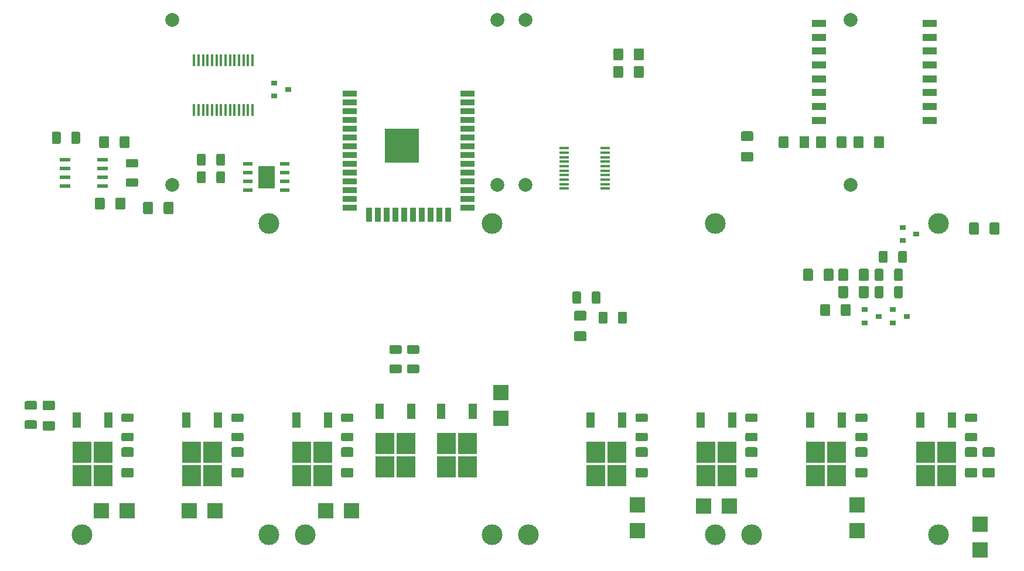
<source format=gbr>
G04 #@! TF.GenerationSoftware,KiCad,Pcbnew,5.0.2+dfsg1-1*
G04 #@! TF.CreationDate,2020-11-21T16:53:29+00:00*
G04 #@! TF.ProjectId,van,76616e2e-6b69-4636-9164-5f7063625858,rev?*
G04 #@! TF.SameCoordinates,Original*
G04 #@! TF.FileFunction,Paste,Top*
G04 #@! TF.FilePolarity,Positive*
%FSLAX46Y46*%
G04 Gerber Fmt 4.6, Leading zero omitted, Abs format (unit mm)*
G04 Created by KiCad (PCBNEW 5.0.2+dfsg1-1) date Sat 21 Nov 2020 04:53:29 PM GMT*
%MOMM*%
%LPD*%
G01*
G04 APERTURE LIST*
%ADD10C,0.152400*%
%ADD11C,3.000000*%
%ADD12C,2.000000*%
%ADD13C,0.100000*%
%ADD14C,1.250000*%
%ADD15R,0.900000X0.800000*%
%ADD16C,1.425000*%
%ADD17R,1.371600X0.482600*%
%ADD18R,2.413000X3.200400*%
%ADD19R,1.550000X0.600000*%
%ADD20R,0.450000X1.750000*%
%ADD21R,1.450000X0.450000*%
%ADD22R,1.200000X2.200000*%
%ADD23R,2.750000X3.050000*%
%ADD24R,5.000000X5.000000*%
%ADD25R,2.000000X0.900000*%
%ADD26R,0.900000X2.000000*%
%ADD27R,2.000000X1.000000*%
%ADD28R,2.180400X2.210000*%
%ADD29R,2.210000X2.180400*%
G04 APERTURE END LIST*
D10*
G04 #@! TO.C,U2*
X100239500Y-79779800D02*
X100239500Y-81180000D01*
X100239500Y-81180000D02*
X102452500Y-81180000D01*
X102452500Y-81180000D02*
X102452500Y-79779800D01*
X102452500Y-79779800D02*
X100239500Y-79779800D01*
X100239500Y-81380000D02*
X100239500Y-82780200D01*
X100239500Y-82780200D02*
X102452500Y-82780200D01*
X102452500Y-82780200D02*
X102452500Y-81380000D01*
X102452500Y-81380000D02*
X100239500Y-81380000D01*
G04 #@! TD*
D11*
G04 #@! TO.C,REF\002A\002A*
X74718000Y-132990000D03*
X101718000Y-132990000D03*
X101718000Y-87990000D03*
G04 #@! TD*
G04 #@! TO.C,REF\002A\002A*
X171492000Y-132990000D03*
X198492000Y-132990000D03*
X198492000Y-87990000D03*
G04 #@! TD*
G04 #@! TO.C,REF\002A\002A*
X139234000Y-132990000D03*
X166234000Y-132990000D03*
X166234000Y-87990000D03*
G04 #@! TD*
G04 #@! TO.C,REF\002A\002A*
X106976000Y-132990000D03*
X133976000Y-132990000D03*
X133976000Y-87990000D03*
G04 #@! TD*
D12*
G04 #@! TO.C,REF\002A\002A*
X185754000Y-82423000D03*
X138764000Y-82423000D03*
X138764000Y-58547000D03*
X185754000Y-58547000D03*
G04 #@! TD*
G04 #@! TO.C,REF\002A\002A*
X134700000Y-82423000D03*
X87710000Y-82423000D03*
X87710000Y-58547000D03*
X134700000Y-58547000D03*
G04 #@! TD*
D13*
G04 #@! TO.C,C24*
G36*
X150399504Y-100726204D02*
X150423773Y-100729804D01*
X150447571Y-100735765D01*
X150470671Y-100744030D01*
X150492849Y-100754520D01*
X150513893Y-100767133D01*
X150533598Y-100781747D01*
X150551777Y-100798223D01*
X150568253Y-100816402D01*
X150582867Y-100836107D01*
X150595480Y-100857151D01*
X150605970Y-100879329D01*
X150614235Y-100902429D01*
X150620196Y-100926227D01*
X150623796Y-100950496D01*
X150625000Y-100975000D01*
X150625000Y-102225000D01*
X150623796Y-102249504D01*
X150620196Y-102273773D01*
X150614235Y-102297571D01*
X150605970Y-102320671D01*
X150595480Y-102342849D01*
X150582867Y-102363893D01*
X150568253Y-102383598D01*
X150551777Y-102401777D01*
X150533598Y-102418253D01*
X150513893Y-102432867D01*
X150492849Y-102445480D01*
X150470671Y-102455970D01*
X150447571Y-102464235D01*
X150423773Y-102470196D01*
X150399504Y-102473796D01*
X150375000Y-102475000D01*
X149625000Y-102475000D01*
X149600496Y-102473796D01*
X149576227Y-102470196D01*
X149552429Y-102464235D01*
X149529329Y-102455970D01*
X149507151Y-102445480D01*
X149486107Y-102432867D01*
X149466402Y-102418253D01*
X149448223Y-102401777D01*
X149431747Y-102383598D01*
X149417133Y-102363893D01*
X149404520Y-102342849D01*
X149394030Y-102320671D01*
X149385765Y-102297571D01*
X149379804Y-102273773D01*
X149376204Y-102249504D01*
X149375000Y-102225000D01*
X149375000Y-100975000D01*
X149376204Y-100950496D01*
X149379804Y-100926227D01*
X149385765Y-100902429D01*
X149394030Y-100879329D01*
X149404520Y-100857151D01*
X149417133Y-100836107D01*
X149431747Y-100816402D01*
X149448223Y-100798223D01*
X149466402Y-100781747D01*
X149486107Y-100767133D01*
X149507151Y-100754520D01*
X149529329Y-100744030D01*
X149552429Y-100735765D01*
X149576227Y-100729804D01*
X149600496Y-100726204D01*
X149625000Y-100725000D01*
X150375000Y-100725000D01*
X150399504Y-100726204D01*
X150399504Y-100726204D01*
G37*
D14*
X150000000Y-101600000D03*
D13*
G36*
X153199504Y-100726204D02*
X153223773Y-100729804D01*
X153247571Y-100735765D01*
X153270671Y-100744030D01*
X153292849Y-100754520D01*
X153313893Y-100767133D01*
X153333598Y-100781747D01*
X153351777Y-100798223D01*
X153368253Y-100816402D01*
X153382867Y-100836107D01*
X153395480Y-100857151D01*
X153405970Y-100879329D01*
X153414235Y-100902429D01*
X153420196Y-100926227D01*
X153423796Y-100950496D01*
X153425000Y-100975000D01*
X153425000Y-102225000D01*
X153423796Y-102249504D01*
X153420196Y-102273773D01*
X153414235Y-102297571D01*
X153405970Y-102320671D01*
X153395480Y-102342849D01*
X153382867Y-102363893D01*
X153368253Y-102383598D01*
X153351777Y-102401777D01*
X153333598Y-102418253D01*
X153313893Y-102432867D01*
X153292849Y-102445480D01*
X153270671Y-102455970D01*
X153247571Y-102464235D01*
X153223773Y-102470196D01*
X153199504Y-102473796D01*
X153175000Y-102475000D01*
X152425000Y-102475000D01*
X152400496Y-102473796D01*
X152376227Y-102470196D01*
X152352429Y-102464235D01*
X152329329Y-102455970D01*
X152307151Y-102445480D01*
X152286107Y-102432867D01*
X152266402Y-102418253D01*
X152248223Y-102401777D01*
X152231747Y-102383598D01*
X152217133Y-102363893D01*
X152204520Y-102342849D01*
X152194030Y-102320671D01*
X152185765Y-102297571D01*
X152179804Y-102273773D01*
X152176204Y-102249504D01*
X152175000Y-102225000D01*
X152175000Y-100975000D01*
X152176204Y-100950496D01*
X152179804Y-100926227D01*
X152185765Y-100902429D01*
X152194030Y-100879329D01*
X152204520Y-100857151D01*
X152217133Y-100836107D01*
X152231747Y-100816402D01*
X152248223Y-100798223D01*
X152266402Y-100781747D01*
X152286107Y-100767133D01*
X152307151Y-100754520D01*
X152329329Y-100744030D01*
X152352429Y-100735765D01*
X152376227Y-100729804D01*
X152400496Y-100726204D01*
X152425000Y-100725000D01*
X153175000Y-100725000D01*
X153199504Y-100726204D01*
X153199504Y-100726204D01*
G37*
D14*
X152800000Y-101600000D03*
G04 #@! TD*
D13*
G04 #@! TO.C,LED11*
G36*
X190299504Y-94526204D02*
X190323773Y-94529804D01*
X190347571Y-94535765D01*
X190370671Y-94544030D01*
X190392849Y-94554520D01*
X190413893Y-94567133D01*
X190433598Y-94581747D01*
X190451777Y-94598223D01*
X190468253Y-94616402D01*
X190482867Y-94636107D01*
X190495480Y-94657151D01*
X190505970Y-94679329D01*
X190514235Y-94702429D01*
X190520196Y-94726227D01*
X190523796Y-94750496D01*
X190525000Y-94775000D01*
X190525000Y-96025000D01*
X190523796Y-96049504D01*
X190520196Y-96073773D01*
X190514235Y-96097571D01*
X190505970Y-96120671D01*
X190495480Y-96142849D01*
X190482867Y-96163893D01*
X190468253Y-96183598D01*
X190451777Y-96201777D01*
X190433598Y-96218253D01*
X190413893Y-96232867D01*
X190392849Y-96245480D01*
X190370671Y-96255970D01*
X190347571Y-96264235D01*
X190323773Y-96270196D01*
X190299504Y-96273796D01*
X190275000Y-96275000D01*
X189525000Y-96275000D01*
X189500496Y-96273796D01*
X189476227Y-96270196D01*
X189452429Y-96264235D01*
X189429329Y-96255970D01*
X189407151Y-96245480D01*
X189386107Y-96232867D01*
X189366402Y-96218253D01*
X189348223Y-96201777D01*
X189331747Y-96183598D01*
X189317133Y-96163893D01*
X189304520Y-96142849D01*
X189294030Y-96120671D01*
X189285765Y-96097571D01*
X189279804Y-96073773D01*
X189276204Y-96049504D01*
X189275000Y-96025000D01*
X189275000Y-94775000D01*
X189276204Y-94750496D01*
X189279804Y-94726227D01*
X189285765Y-94702429D01*
X189294030Y-94679329D01*
X189304520Y-94657151D01*
X189317133Y-94636107D01*
X189331747Y-94616402D01*
X189348223Y-94598223D01*
X189366402Y-94581747D01*
X189386107Y-94567133D01*
X189407151Y-94554520D01*
X189429329Y-94544030D01*
X189452429Y-94535765D01*
X189476227Y-94529804D01*
X189500496Y-94526204D01*
X189525000Y-94525000D01*
X190275000Y-94525000D01*
X190299504Y-94526204D01*
X190299504Y-94526204D01*
G37*
D14*
X189900000Y-95400000D03*
D13*
G36*
X193099504Y-94526204D02*
X193123773Y-94529804D01*
X193147571Y-94535765D01*
X193170671Y-94544030D01*
X193192849Y-94554520D01*
X193213893Y-94567133D01*
X193233598Y-94581747D01*
X193251777Y-94598223D01*
X193268253Y-94616402D01*
X193282867Y-94636107D01*
X193295480Y-94657151D01*
X193305970Y-94679329D01*
X193314235Y-94702429D01*
X193320196Y-94726227D01*
X193323796Y-94750496D01*
X193325000Y-94775000D01*
X193325000Y-96025000D01*
X193323796Y-96049504D01*
X193320196Y-96073773D01*
X193314235Y-96097571D01*
X193305970Y-96120671D01*
X193295480Y-96142849D01*
X193282867Y-96163893D01*
X193268253Y-96183598D01*
X193251777Y-96201777D01*
X193233598Y-96218253D01*
X193213893Y-96232867D01*
X193192849Y-96245480D01*
X193170671Y-96255970D01*
X193147571Y-96264235D01*
X193123773Y-96270196D01*
X193099504Y-96273796D01*
X193075000Y-96275000D01*
X192325000Y-96275000D01*
X192300496Y-96273796D01*
X192276227Y-96270196D01*
X192252429Y-96264235D01*
X192229329Y-96255970D01*
X192207151Y-96245480D01*
X192186107Y-96232867D01*
X192166402Y-96218253D01*
X192148223Y-96201777D01*
X192131747Y-96183598D01*
X192117133Y-96163893D01*
X192104520Y-96142849D01*
X192094030Y-96120671D01*
X192085765Y-96097571D01*
X192079804Y-96073773D01*
X192076204Y-96049504D01*
X192075000Y-96025000D01*
X192075000Y-94775000D01*
X192076204Y-94750496D01*
X192079804Y-94726227D01*
X192085765Y-94702429D01*
X192094030Y-94679329D01*
X192104520Y-94657151D01*
X192117133Y-94636107D01*
X192131747Y-94616402D01*
X192148223Y-94598223D01*
X192166402Y-94581747D01*
X192186107Y-94567133D01*
X192207151Y-94554520D01*
X192229329Y-94544030D01*
X192252429Y-94535765D01*
X192276227Y-94529804D01*
X192300496Y-94526204D01*
X192325000Y-94525000D01*
X193075000Y-94525000D01*
X193099504Y-94526204D01*
X193099504Y-94526204D01*
G37*
D14*
X192700000Y-95400000D03*
G04 #@! TD*
D13*
G04 #@! TO.C,LED10*
G36*
X193099504Y-97026204D02*
X193123773Y-97029804D01*
X193147571Y-97035765D01*
X193170671Y-97044030D01*
X193192849Y-97054520D01*
X193213893Y-97067133D01*
X193233598Y-97081747D01*
X193251777Y-97098223D01*
X193268253Y-97116402D01*
X193282867Y-97136107D01*
X193295480Y-97157151D01*
X193305970Y-97179329D01*
X193314235Y-97202429D01*
X193320196Y-97226227D01*
X193323796Y-97250496D01*
X193325000Y-97275000D01*
X193325000Y-98525000D01*
X193323796Y-98549504D01*
X193320196Y-98573773D01*
X193314235Y-98597571D01*
X193305970Y-98620671D01*
X193295480Y-98642849D01*
X193282867Y-98663893D01*
X193268253Y-98683598D01*
X193251777Y-98701777D01*
X193233598Y-98718253D01*
X193213893Y-98732867D01*
X193192849Y-98745480D01*
X193170671Y-98755970D01*
X193147571Y-98764235D01*
X193123773Y-98770196D01*
X193099504Y-98773796D01*
X193075000Y-98775000D01*
X192325000Y-98775000D01*
X192300496Y-98773796D01*
X192276227Y-98770196D01*
X192252429Y-98764235D01*
X192229329Y-98755970D01*
X192207151Y-98745480D01*
X192186107Y-98732867D01*
X192166402Y-98718253D01*
X192148223Y-98701777D01*
X192131747Y-98683598D01*
X192117133Y-98663893D01*
X192104520Y-98642849D01*
X192094030Y-98620671D01*
X192085765Y-98597571D01*
X192079804Y-98573773D01*
X192076204Y-98549504D01*
X192075000Y-98525000D01*
X192075000Y-97275000D01*
X192076204Y-97250496D01*
X192079804Y-97226227D01*
X192085765Y-97202429D01*
X192094030Y-97179329D01*
X192104520Y-97157151D01*
X192117133Y-97136107D01*
X192131747Y-97116402D01*
X192148223Y-97098223D01*
X192166402Y-97081747D01*
X192186107Y-97067133D01*
X192207151Y-97054520D01*
X192229329Y-97044030D01*
X192252429Y-97035765D01*
X192276227Y-97029804D01*
X192300496Y-97026204D01*
X192325000Y-97025000D01*
X193075000Y-97025000D01*
X193099504Y-97026204D01*
X193099504Y-97026204D01*
G37*
D14*
X192700000Y-97900000D03*
D13*
G36*
X190299504Y-97026204D02*
X190323773Y-97029804D01*
X190347571Y-97035765D01*
X190370671Y-97044030D01*
X190392849Y-97054520D01*
X190413893Y-97067133D01*
X190433598Y-97081747D01*
X190451777Y-97098223D01*
X190468253Y-97116402D01*
X190482867Y-97136107D01*
X190495480Y-97157151D01*
X190505970Y-97179329D01*
X190514235Y-97202429D01*
X190520196Y-97226227D01*
X190523796Y-97250496D01*
X190525000Y-97275000D01*
X190525000Y-98525000D01*
X190523796Y-98549504D01*
X190520196Y-98573773D01*
X190514235Y-98597571D01*
X190505970Y-98620671D01*
X190495480Y-98642849D01*
X190482867Y-98663893D01*
X190468253Y-98683598D01*
X190451777Y-98701777D01*
X190433598Y-98718253D01*
X190413893Y-98732867D01*
X190392849Y-98745480D01*
X190370671Y-98755970D01*
X190347571Y-98764235D01*
X190323773Y-98770196D01*
X190299504Y-98773796D01*
X190275000Y-98775000D01*
X189525000Y-98775000D01*
X189500496Y-98773796D01*
X189476227Y-98770196D01*
X189452429Y-98764235D01*
X189429329Y-98755970D01*
X189407151Y-98745480D01*
X189386107Y-98732867D01*
X189366402Y-98718253D01*
X189348223Y-98701777D01*
X189331747Y-98683598D01*
X189317133Y-98663893D01*
X189304520Y-98642849D01*
X189294030Y-98620671D01*
X189285765Y-98597571D01*
X189279804Y-98573773D01*
X189276204Y-98549504D01*
X189275000Y-98525000D01*
X189275000Y-97275000D01*
X189276204Y-97250496D01*
X189279804Y-97226227D01*
X189285765Y-97202429D01*
X189294030Y-97179329D01*
X189304520Y-97157151D01*
X189317133Y-97136107D01*
X189331747Y-97116402D01*
X189348223Y-97098223D01*
X189366402Y-97081747D01*
X189386107Y-97067133D01*
X189407151Y-97054520D01*
X189429329Y-97044030D01*
X189452429Y-97035765D01*
X189476227Y-97029804D01*
X189500496Y-97026204D01*
X189525000Y-97025000D01*
X190275000Y-97025000D01*
X190299504Y-97026204D01*
X190299504Y-97026204D01*
G37*
D14*
X189900000Y-97900000D03*
G04 #@! TD*
D13*
G04 #@! TO.C,LED12*
G36*
X190899504Y-91926204D02*
X190923773Y-91929804D01*
X190947571Y-91935765D01*
X190970671Y-91944030D01*
X190992849Y-91954520D01*
X191013893Y-91967133D01*
X191033598Y-91981747D01*
X191051777Y-91998223D01*
X191068253Y-92016402D01*
X191082867Y-92036107D01*
X191095480Y-92057151D01*
X191105970Y-92079329D01*
X191114235Y-92102429D01*
X191120196Y-92126227D01*
X191123796Y-92150496D01*
X191125000Y-92175000D01*
X191125000Y-93425000D01*
X191123796Y-93449504D01*
X191120196Y-93473773D01*
X191114235Y-93497571D01*
X191105970Y-93520671D01*
X191095480Y-93542849D01*
X191082867Y-93563893D01*
X191068253Y-93583598D01*
X191051777Y-93601777D01*
X191033598Y-93618253D01*
X191013893Y-93632867D01*
X190992849Y-93645480D01*
X190970671Y-93655970D01*
X190947571Y-93664235D01*
X190923773Y-93670196D01*
X190899504Y-93673796D01*
X190875000Y-93675000D01*
X190125000Y-93675000D01*
X190100496Y-93673796D01*
X190076227Y-93670196D01*
X190052429Y-93664235D01*
X190029329Y-93655970D01*
X190007151Y-93645480D01*
X189986107Y-93632867D01*
X189966402Y-93618253D01*
X189948223Y-93601777D01*
X189931747Y-93583598D01*
X189917133Y-93563893D01*
X189904520Y-93542849D01*
X189894030Y-93520671D01*
X189885765Y-93497571D01*
X189879804Y-93473773D01*
X189876204Y-93449504D01*
X189875000Y-93425000D01*
X189875000Y-92175000D01*
X189876204Y-92150496D01*
X189879804Y-92126227D01*
X189885765Y-92102429D01*
X189894030Y-92079329D01*
X189904520Y-92057151D01*
X189917133Y-92036107D01*
X189931747Y-92016402D01*
X189948223Y-91998223D01*
X189966402Y-91981747D01*
X189986107Y-91967133D01*
X190007151Y-91954520D01*
X190029329Y-91944030D01*
X190052429Y-91935765D01*
X190076227Y-91929804D01*
X190100496Y-91926204D01*
X190125000Y-91925000D01*
X190875000Y-91925000D01*
X190899504Y-91926204D01*
X190899504Y-91926204D01*
G37*
D14*
X190500000Y-92800000D03*
D13*
G36*
X193699504Y-91926204D02*
X193723773Y-91929804D01*
X193747571Y-91935765D01*
X193770671Y-91944030D01*
X193792849Y-91954520D01*
X193813893Y-91967133D01*
X193833598Y-91981747D01*
X193851777Y-91998223D01*
X193868253Y-92016402D01*
X193882867Y-92036107D01*
X193895480Y-92057151D01*
X193905970Y-92079329D01*
X193914235Y-92102429D01*
X193920196Y-92126227D01*
X193923796Y-92150496D01*
X193925000Y-92175000D01*
X193925000Y-93425000D01*
X193923796Y-93449504D01*
X193920196Y-93473773D01*
X193914235Y-93497571D01*
X193905970Y-93520671D01*
X193895480Y-93542849D01*
X193882867Y-93563893D01*
X193868253Y-93583598D01*
X193851777Y-93601777D01*
X193833598Y-93618253D01*
X193813893Y-93632867D01*
X193792849Y-93645480D01*
X193770671Y-93655970D01*
X193747571Y-93664235D01*
X193723773Y-93670196D01*
X193699504Y-93673796D01*
X193675000Y-93675000D01*
X192925000Y-93675000D01*
X192900496Y-93673796D01*
X192876227Y-93670196D01*
X192852429Y-93664235D01*
X192829329Y-93655970D01*
X192807151Y-93645480D01*
X192786107Y-93632867D01*
X192766402Y-93618253D01*
X192748223Y-93601777D01*
X192731747Y-93583598D01*
X192717133Y-93563893D01*
X192704520Y-93542849D01*
X192694030Y-93520671D01*
X192685765Y-93497571D01*
X192679804Y-93473773D01*
X192676204Y-93449504D01*
X192675000Y-93425000D01*
X192675000Y-92175000D01*
X192676204Y-92150496D01*
X192679804Y-92126227D01*
X192685765Y-92102429D01*
X192694030Y-92079329D01*
X192704520Y-92057151D01*
X192717133Y-92036107D01*
X192731747Y-92016402D01*
X192748223Y-91998223D01*
X192766402Y-91981747D01*
X192786107Y-91967133D01*
X192807151Y-91954520D01*
X192829329Y-91944030D01*
X192852429Y-91935765D01*
X192876227Y-91929804D01*
X192900496Y-91926204D01*
X192925000Y-91925000D01*
X193675000Y-91925000D01*
X193699504Y-91926204D01*
X193699504Y-91926204D01*
G37*
D14*
X193300000Y-92800000D03*
G04 #@! TD*
D15*
G04 #@! TO.C,Q21*
X193300000Y-88550000D03*
X193300000Y-90450000D03*
X195300000Y-89500000D03*
G04 #@! TD*
G04 #@! TO.C,Q20*
X193900000Y-101400000D03*
X191900000Y-102350000D03*
X191900000Y-100450000D03*
G04 #@! TD*
G04 #@! TO.C,Q19*
X187800000Y-100450000D03*
X187800000Y-102350000D03*
X189800000Y-101400000D03*
G04 #@! TD*
D13*
G04 #@! TO.C,R69*
G36*
X188174504Y-97026204D02*
X188198773Y-97029804D01*
X188222571Y-97035765D01*
X188245671Y-97044030D01*
X188267849Y-97054520D01*
X188288893Y-97067133D01*
X188308598Y-97081747D01*
X188326777Y-97098223D01*
X188343253Y-97116402D01*
X188357867Y-97136107D01*
X188370480Y-97157151D01*
X188380970Y-97179329D01*
X188389235Y-97202429D01*
X188395196Y-97226227D01*
X188398796Y-97250496D01*
X188400000Y-97275000D01*
X188400000Y-98525000D01*
X188398796Y-98549504D01*
X188395196Y-98573773D01*
X188389235Y-98597571D01*
X188380970Y-98620671D01*
X188370480Y-98642849D01*
X188357867Y-98663893D01*
X188343253Y-98683598D01*
X188326777Y-98701777D01*
X188308598Y-98718253D01*
X188288893Y-98732867D01*
X188267849Y-98745480D01*
X188245671Y-98755970D01*
X188222571Y-98764235D01*
X188198773Y-98770196D01*
X188174504Y-98773796D01*
X188150000Y-98775000D01*
X187225000Y-98775000D01*
X187200496Y-98773796D01*
X187176227Y-98770196D01*
X187152429Y-98764235D01*
X187129329Y-98755970D01*
X187107151Y-98745480D01*
X187086107Y-98732867D01*
X187066402Y-98718253D01*
X187048223Y-98701777D01*
X187031747Y-98683598D01*
X187017133Y-98663893D01*
X187004520Y-98642849D01*
X186994030Y-98620671D01*
X186985765Y-98597571D01*
X186979804Y-98573773D01*
X186976204Y-98549504D01*
X186975000Y-98525000D01*
X186975000Y-97275000D01*
X186976204Y-97250496D01*
X186979804Y-97226227D01*
X186985765Y-97202429D01*
X186994030Y-97179329D01*
X187004520Y-97157151D01*
X187017133Y-97136107D01*
X187031747Y-97116402D01*
X187048223Y-97098223D01*
X187066402Y-97081747D01*
X187086107Y-97067133D01*
X187107151Y-97054520D01*
X187129329Y-97044030D01*
X187152429Y-97035765D01*
X187176227Y-97029804D01*
X187200496Y-97026204D01*
X187225000Y-97025000D01*
X188150000Y-97025000D01*
X188174504Y-97026204D01*
X188174504Y-97026204D01*
G37*
D16*
X187687500Y-97900000D03*
D13*
G36*
X185200069Y-97026201D02*
X185224276Y-97029792D01*
X185248015Y-97035738D01*
X185271057Y-97043982D01*
X185293180Y-97054446D01*
X185314171Y-97067027D01*
X185333827Y-97081605D01*
X185351960Y-97098040D01*
X185368395Y-97116173D01*
X185382973Y-97135829D01*
X185395554Y-97156820D01*
X185406018Y-97178943D01*
X185414262Y-97201985D01*
X185420208Y-97225724D01*
X185423799Y-97249931D01*
X185425000Y-97274374D01*
X185425000Y-98525626D01*
X185423799Y-98550069D01*
X185420208Y-98574276D01*
X185414262Y-98598015D01*
X185406018Y-98621057D01*
X185395554Y-98643180D01*
X185382973Y-98664171D01*
X185368395Y-98683827D01*
X185351960Y-98701960D01*
X185333827Y-98718395D01*
X185314171Y-98732973D01*
X185293180Y-98745554D01*
X185271057Y-98756018D01*
X185248015Y-98764262D01*
X185224276Y-98770208D01*
X185200069Y-98773799D01*
X185175626Y-98775000D01*
X184249374Y-98775000D01*
X184224931Y-98773799D01*
X184200724Y-98770208D01*
X184176985Y-98764262D01*
X184153943Y-98756018D01*
X184131820Y-98745554D01*
X184110829Y-98732973D01*
X184091173Y-98718395D01*
X184073040Y-98701960D01*
X184056605Y-98683827D01*
X184042027Y-98664171D01*
X184029446Y-98643180D01*
X184018982Y-98621057D01*
X184010738Y-98598015D01*
X184004792Y-98574276D01*
X184001201Y-98550069D01*
X184000000Y-98525626D01*
X184000000Y-97274374D01*
X184001201Y-97249931D01*
X184004792Y-97225724D01*
X184010738Y-97201985D01*
X184018982Y-97178943D01*
X184029446Y-97156820D01*
X184042027Y-97135829D01*
X184056605Y-97116173D01*
X184073040Y-97098040D01*
X184091173Y-97081605D01*
X184110829Y-97067027D01*
X184131820Y-97054446D01*
X184153943Y-97043982D01*
X184176985Y-97035738D01*
X184200724Y-97029792D01*
X184224931Y-97026201D01*
X184249374Y-97025000D01*
X185175626Y-97025000D01*
X185200069Y-97026201D01*
X185200069Y-97026201D01*
G37*
D16*
X184712500Y-97900000D03*
G04 #@! TD*
D13*
G04 #@! TO.C,R65*
G36*
X185574504Y-99626204D02*
X185598773Y-99629804D01*
X185622571Y-99635765D01*
X185645671Y-99644030D01*
X185667849Y-99654520D01*
X185688893Y-99667133D01*
X185708598Y-99681747D01*
X185726777Y-99698223D01*
X185743253Y-99716402D01*
X185757867Y-99736107D01*
X185770480Y-99757151D01*
X185780970Y-99779329D01*
X185789235Y-99802429D01*
X185795196Y-99826227D01*
X185798796Y-99850496D01*
X185800000Y-99875000D01*
X185800000Y-101125000D01*
X185798796Y-101149504D01*
X185795196Y-101173773D01*
X185789235Y-101197571D01*
X185780970Y-101220671D01*
X185770480Y-101242849D01*
X185757867Y-101263893D01*
X185743253Y-101283598D01*
X185726777Y-101301777D01*
X185708598Y-101318253D01*
X185688893Y-101332867D01*
X185667849Y-101345480D01*
X185645671Y-101355970D01*
X185622571Y-101364235D01*
X185598773Y-101370196D01*
X185574504Y-101373796D01*
X185550000Y-101375000D01*
X184625000Y-101375000D01*
X184600496Y-101373796D01*
X184576227Y-101370196D01*
X184552429Y-101364235D01*
X184529329Y-101355970D01*
X184507151Y-101345480D01*
X184486107Y-101332867D01*
X184466402Y-101318253D01*
X184448223Y-101301777D01*
X184431747Y-101283598D01*
X184417133Y-101263893D01*
X184404520Y-101242849D01*
X184394030Y-101220671D01*
X184385765Y-101197571D01*
X184379804Y-101173773D01*
X184376204Y-101149504D01*
X184375000Y-101125000D01*
X184375000Y-99875000D01*
X184376204Y-99850496D01*
X184379804Y-99826227D01*
X184385765Y-99802429D01*
X184394030Y-99779329D01*
X184404520Y-99757151D01*
X184417133Y-99736107D01*
X184431747Y-99716402D01*
X184448223Y-99698223D01*
X184466402Y-99681747D01*
X184486107Y-99667133D01*
X184507151Y-99654520D01*
X184529329Y-99644030D01*
X184552429Y-99635765D01*
X184576227Y-99629804D01*
X184600496Y-99626204D01*
X184625000Y-99625000D01*
X185550000Y-99625000D01*
X185574504Y-99626204D01*
X185574504Y-99626204D01*
G37*
D16*
X185087500Y-100500000D03*
D13*
G36*
X182599504Y-99626204D02*
X182623773Y-99629804D01*
X182647571Y-99635765D01*
X182670671Y-99644030D01*
X182692849Y-99654520D01*
X182713893Y-99667133D01*
X182733598Y-99681747D01*
X182751777Y-99698223D01*
X182768253Y-99716402D01*
X182782867Y-99736107D01*
X182795480Y-99757151D01*
X182805970Y-99779329D01*
X182814235Y-99802429D01*
X182820196Y-99826227D01*
X182823796Y-99850496D01*
X182825000Y-99875000D01*
X182825000Y-101125000D01*
X182823796Y-101149504D01*
X182820196Y-101173773D01*
X182814235Y-101197571D01*
X182805970Y-101220671D01*
X182795480Y-101242849D01*
X182782867Y-101263893D01*
X182768253Y-101283598D01*
X182751777Y-101301777D01*
X182733598Y-101318253D01*
X182713893Y-101332867D01*
X182692849Y-101345480D01*
X182670671Y-101355970D01*
X182647571Y-101364235D01*
X182623773Y-101370196D01*
X182599504Y-101373796D01*
X182575000Y-101375000D01*
X181650000Y-101375000D01*
X181625496Y-101373796D01*
X181601227Y-101370196D01*
X181577429Y-101364235D01*
X181554329Y-101355970D01*
X181532151Y-101345480D01*
X181511107Y-101332867D01*
X181491402Y-101318253D01*
X181473223Y-101301777D01*
X181456747Y-101283598D01*
X181442133Y-101263893D01*
X181429520Y-101242849D01*
X181419030Y-101220671D01*
X181410765Y-101197571D01*
X181404804Y-101173773D01*
X181401204Y-101149504D01*
X181400000Y-101125000D01*
X181400000Y-99875000D01*
X181401204Y-99850496D01*
X181404804Y-99826227D01*
X181410765Y-99802429D01*
X181419030Y-99779329D01*
X181429520Y-99757151D01*
X181442133Y-99736107D01*
X181456747Y-99716402D01*
X181473223Y-99698223D01*
X181491402Y-99681747D01*
X181511107Y-99667133D01*
X181532151Y-99654520D01*
X181554329Y-99644030D01*
X181577429Y-99635765D01*
X181601227Y-99629804D01*
X181625496Y-99626204D01*
X181650000Y-99625000D01*
X182575000Y-99625000D01*
X182599504Y-99626204D01*
X182599504Y-99626204D01*
G37*
D16*
X182112500Y-100500000D03*
G04 #@! TD*
D13*
G04 #@! TO.C,R77*
G36*
X188174504Y-94526204D02*
X188198773Y-94529804D01*
X188222571Y-94535765D01*
X188245671Y-94544030D01*
X188267849Y-94554520D01*
X188288893Y-94567133D01*
X188308598Y-94581747D01*
X188326777Y-94598223D01*
X188343253Y-94616402D01*
X188357867Y-94636107D01*
X188370480Y-94657151D01*
X188380970Y-94679329D01*
X188389235Y-94702429D01*
X188395196Y-94726227D01*
X188398796Y-94750496D01*
X188400000Y-94775000D01*
X188400000Y-96025000D01*
X188398796Y-96049504D01*
X188395196Y-96073773D01*
X188389235Y-96097571D01*
X188380970Y-96120671D01*
X188370480Y-96142849D01*
X188357867Y-96163893D01*
X188343253Y-96183598D01*
X188326777Y-96201777D01*
X188308598Y-96218253D01*
X188288893Y-96232867D01*
X188267849Y-96245480D01*
X188245671Y-96255970D01*
X188222571Y-96264235D01*
X188198773Y-96270196D01*
X188174504Y-96273796D01*
X188150000Y-96275000D01*
X187225000Y-96275000D01*
X187200496Y-96273796D01*
X187176227Y-96270196D01*
X187152429Y-96264235D01*
X187129329Y-96255970D01*
X187107151Y-96245480D01*
X187086107Y-96232867D01*
X187066402Y-96218253D01*
X187048223Y-96201777D01*
X187031747Y-96183598D01*
X187017133Y-96163893D01*
X187004520Y-96142849D01*
X186994030Y-96120671D01*
X186985765Y-96097571D01*
X186979804Y-96073773D01*
X186976204Y-96049504D01*
X186975000Y-96025000D01*
X186975000Y-94775000D01*
X186976204Y-94750496D01*
X186979804Y-94726227D01*
X186985765Y-94702429D01*
X186994030Y-94679329D01*
X187004520Y-94657151D01*
X187017133Y-94636107D01*
X187031747Y-94616402D01*
X187048223Y-94598223D01*
X187066402Y-94581747D01*
X187086107Y-94567133D01*
X187107151Y-94554520D01*
X187129329Y-94544030D01*
X187152429Y-94535765D01*
X187176227Y-94529804D01*
X187200496Y-94526204D01*
X187225000Y-94525000D01*
X188150000Y-94525000D01*
X188174504Y-94526204D01*
X188174504Y-94526204D01*
G37*
D16*
X187687500Y-95400000D03*
D13*
G36*
X185200069Y-94526201D02*
X185224276Y-94529792D01*
X185248015Y-94535738D01*
X185271057Y-94543982D01*
X185293180Y-94554446D01*
X185314171Y-94567027D01*
X185333827Y-94581605D01*
X185351960Y-94598040D01*
X185368395Y-94616173D01*
X185382973Y-94635829D01*
X185395554Y-94656820D01*
X185406018Y-94678943D01*
X185414262Y-94701985D01*
X185420208Y-94725724D01*
X185423799Y-94749931D01*
X185425000Y-94774374D01*
X185425000Y-96025626D01*
X185423799Y-96050069D01*
X185420208Y-96074276D01*
X185414262Y-96098015D01*
X185406018Y-96121057D01*
X185395554Y-96143180D01*
X185382973Y-96164171D01*
X185368395Y-96183827D01*
X185351960Y-96201960D01*
X185333827Y-96218395D01*
X185314171Y-96232973D01*
X185293180Y-96245554D01*
X185271057Y-96256018D01*
X185248015Y-96264262D01*
X185224276Y-96270208D01*
X185200069Y-96273799D01*
X185175626Y-96275000D01*
X184249374Y-96275000D01*
X184224931Y-96273799D01*
X184200724Y-96270208D01*
X184176985Y-96264262D01*
X184153943Y-96256018D01*
X184131820Y-96245554D01*
X184110829Y-96232973D01*
X184091173Y-96218395D01*
X184073040Y-96201960D01*
X184056605Y-96183827D01*
X184042027Y-96164171D01*
X184029446Y-96143180D01*
X184018982Y-96121057D01*
X184010738Y-96098015D01*
X184004792Y-96074276D01*
X184001201Y-96050069D01*
X184000000Y-96025626D01*
X184000000Y-94774374D01*
X184001201Y-94749931D01*
X184004792Y-94725724D01*
X184010738Y-94701985D01*
X184018982Y-94678943D01*
X184029446Y-94656820D01*
X184042027Y-94635829D01*
X184056605Y-94616173D01*
X184073040Y-94598040D01*
X184091173Y-94581605D01*
X184110829Y-94567027D01*
X184131820Y-94554446D01*
X184153943Y-94543982D01*
X184176985Y-94535738D01*
X184200724Y-94529792D01*
X184224931Y-94526201D01*
X184249374Y-94525000D01*
X185175626Y-94525000D01*
X185200069Y-94526201D01*
X185200069Y-94526201D01*
G37*
D16*
X184712500Y-95400000D03*
G04 #@! TD*
D13*
G04 #@! TO.C,R81*
G36*
X204099504Y-87826204D02*
X204123773Y-87829804D01*
X204147571Y-87835765D01*
X204170671Y-87844030D01*
X204192849Y-87854520D01*
X204213893Y-87867133D01*
X204233598Y-87881747D01*
X204251777Y-87898223D01*
X204268253Y-87916402D01*
X204282867Y-87936107D01*
X204295480Y-87957151D01*
X204305970Y-87979329D01*
X204314235Y-88002429D01*
X204320196Y-88026227D01*
X204323796Y-88050496D01*
X204325000Y-88075000D01*
X204325000Y-89325000D01*
X204323796Y-89349504D01*
X204320196Y-89373773D01*
X204314235Y-89397571D01*
X204305970Y-89420671D01*
X204295480Y-89442849D01*
X204282867Y-89463893D01*
X204268253Y-89483598D01*
X204251777Y-89501777D01*
X204233598Y-89518253D01*
X204213893Y-89532867D01*
X204192849Y-89545480D01*
X204170671Y-89555970D01*
X204147571Y-89564235D01*
X204123773Y-89570196D01*
X204099504Y-89573796D01*
X204075000Y-89575000D01*
X203150000Y-89575000D01*
X203125496Y-89573796D01*
X203101227Y-89570196D01*
X203077429Y-89564235D01*
X203054329Y-89555970D01*
X203032151Y-89545480D01*
X203011107Y-89532867D01*
X202991402Y-89518253D01*
X202973223Y-89501777D01*
X202956747Y-89483598D01*
X202942133Y-89463893D01*
X202929520Y-89442849D01*
X202919030Y-89420671D01*
X202910765Y-89397571D01*
X202904804Y-89373773D01*
X202901204Y-89349504D01*
X202900000Y-89325000D01*
X202900000Y-88075000D01*
X202901204Y-88050496D01*
X202904804Y-88026227D01*
X202910765Y-88002429D01*
X202919030Y-87979329D01*
X202929520Y-87957151D01*
X202942133Y-87936107D01*
X202956747Y-87916402D01*
X202973223Y-87898223D01*
X202991402Y-87881747D01*
X203011107Y-87867133D01*
X203032151Y-87854520D01*
X203054329Y-87844030D01*
X203077429Y-87835765D01*
X203101227Y-87829804D01*
X203125496Y-87826204D01*
X203150000Y-87825000D01*
X204075000Y-87825000D01*
X204099504Y-87826204D01*
X204099504Y-87826204D01*
G37*
D16*
X203612500Y-88700000D03*
D13*
G36*
X207074504Y-87826204D02*
X207098773Y-87829804D01*
X207122571Y-87835765D01*
X207145671Y-87844030D01*
X207167849Y-87854520D01*
X207188893Y-87867133D01*
X207208598Y-87881747D01*
X207226777Y-87898223D01*
X207243253Y-87916402D01*
X207257867Y-87936107D01*
X207270480Y-87957151D01*
X207280970Y-87979329D01*
X207289235Y-88002429D01*
X207295196Y-88026227D01*
X207298796Y-88050496D01*
X207300000Y-88075000D01*
X207300000Y-89325000D01*
X207298796Y-89349504D01*
X207295196Y-89373773D01*
X207289235Y-89397571D01*
X207280970Y-89420671D01*
X207270480Y-89442849D01*
X207257867Y-89463893D01*
X207243253Y-89483598D01*
X207226777Y-89501777D01*
X207208598Y-89518253D01*
X207188893Y-89532867D01*
X207167849Y-89545480D01*
X207145671Y-89555970D01*
X207122571Y-89564235D01*
X207098773Y-89570196D01*
X207074504Y-89573796D01*
X207050000Y-89575000D01*
X206125000Y-89575000D01*
X206100496Y-89573796D01*
X206076227Y-89570196D01*
X206052429Y-89564235D01*
X206029329Y-89555970D01*
X206007151Y-89545480D01*
X205986107Y-89532867D01*
X205966402Y-89518253D01*
X205948223Y-89501777D01*
X205931747Y-89483598D01*
X205917133Y-89463893D01*
X205904520Y-89442849D01*
X205894030Y-89420671D01*
X205885765Y-89397571D01*
X205879804Y-89373773D01*
X205876204Y-89349504D01*
X205875000Y-89325000D01*
X205875000Y-88075000D01*
X205876204Y-88050496D01*
X205879804Y-88026227D01*
X205885765Y-88002429D01*
X205894030Y-87979329D01*
X205904520Y-87957151D01*
X205917133Y-87936107D01*
X205931747Y-87916402D01*
X205948223Y-87898223D01*
X205966402Y-87881747D01*
X205986107Y-87867133D01*
X206007151Y-87854520D01*
X206029329Y-87844030D01*
X206052429Y-87835765D01*
X206076227Y-87829804D01*
X206100496Y-87826204D01*
X206125000Y-87825000D01*
X207050000Y-87825000D01*
X207074504Y-87826204D01*
X207074504Y-87826204D01*
G37*
D16*
X206587500Y-88700000D03*
G04 #@! TD*
D13*
G04 #@! TO.C,R82*
G36*
X183074504Y-94526204D02*
X183098773Y-94529804D01*
X183122571Y-94535765D01*
X183145671Y-94544030D01*
X183167849Y-94554520D01*
X183188893Y-94567133D01*
X183208598Y-94581747D01*
X183226777Y-94598223D01*
X183243253Y-94616402D01*
X183257867Y-94636107D01*
X183270480Y-94657151D01*
X183280970Y-94679329D01*
X183289235Y-94702429D01*
X183295196Y-94726227D01*
X183298796Y-94750496D01*
X183300000Y-94775000D01*
X183300000Y-96025000D01*
X183298796Y-96049504D01*
X183295196Y-96073773D01*
X183289235Y-96097571D01*
X183280970Y-96120671D01*
X183270480Y-96142849D01*
X183257867Y-96163893D01*
X183243253Y-96183598D01*
X183226777Y-96201777D01*
X183208598Y-96218253D01*
X183188893Y-96232867D01*
X183167849Y-96245480D01*
X183145671Y-96255970D01*
X183122571Y-96264235D01*
X183098773Y-96270196D01*
X183074504Y-96273796D01*
X183050000Y-96275000D01*
X182125000Y-96275000D01*
X182100496Y-96273796D01*
X182076227Y-96270196D01*
X182052429Y-96264235D01*
X182029329Y-96255970D01*
X182007151Y-96245480D01*
X181986107Y-96232867D01*
X181966402Y-96218253D01*
X181948223Y-96201777D01*
X181931747Y-96183598D01*
X181917133Y-96163893D01*
X181904520Y-96142849D01*
X181894030Y-96120671D01*
X181885765Y-96097571D01*
X181879804Y-96073773D01*
X181876204Y-96049504D01*
X181875000Y-96025000D01*
X181875000Y-94775000D01*
X181876204Y-94750496D01*
X181879804Y-94726227D01*
X181885765Y-94702429D01*
X181894030Y-94679329D01*
X181904520Y-94657151D01*
X181917133Y-94636107D01*
X181931747Y-94616402D01*
X181948223Y-94598223D01*
X181966402Y-94581747D01*
X181986107Y-94567133D01*
X182007151Y-94554520D01*
X182029329Y-94544030D01*
X182052429Y-94535765D01*
X182076227Y-94529804D01*
X182100496Y-94526204D01*
X182125000Y-94525000D01*
X183050000Y-94525000D01*
X183074504Y-94526204D01*
X183074504Y-94526204D01*
G37*
D16*
X182587500Y-95400000D03*
D13*
G36*
X180099504Y-94526204D02*
X180123773Y-94529804D01*
X180147571Y-94535765D01*
X180170671Y-94544030D01*
X180192849Y-94554520D01*
X180213893Y-94567133D01*
X180233598Y-94581747D01*
X180251777Y-94598223D01*
X180268253Y-94616402D01*
X180282867Y-94636107D01*
X180295480Y-94657151D01*
X180305970Y-94679329D01*
X180314235Y-94702429D01*
X180320196Y-94726227D01*
X180323796Y-94750496D01*
X180325000Y-94775000D01*
X180325000Y-96025000D01*
X180323796Y-96049504D01*
X180320196Y-96073773D01*
X180314235Y-96097571D01*
X180305970Y-96120671D01*
X180295480Y-96142849D01*
X180282867Y-96163893D01*
X180268253Y-96183598D01*
X180251777Y-96201777D01*
X180233598Y-96218253D01*
X180213893Y-96232867D01*
X180192849Y-96245480D01*
X180170671Y-96255970D01*
X180147571Y-96264235D01*
X180123773Y-96270196D01*
X180099504Y-96273796D01*
X180075000Y-96275000D01*
X179150000Y-96275000D01*
X179125496Y-96273796D01*
X179101227Y-96270196D01*
X179077429Y-96264235D01*
X179054329Y-96255970D01*
X179032151Y-96245480D01*
X179011107Y-96232867D01*
X178991402Y-96218253D01*
X178973223Y-96201777D01*
X178956747Y-96183598D01*
X178942133Y-96163893D01*
X178929520Y-96142849D01*
X178919030Y-96120671D01*
X178910765Y-96097571D01*
X178904804Y-96073773D01*
X178901204Y-96049504D01*
X178900000Y-96025000D01*
X178900000Y-94775000D01*
X178901204Y-94750496D01*
X178904804Y-94726227D01*
X178910765Y-94702429D01*
X178919030Y-94679329D01*
X178929520Y-94657151D01*
X178942133Y-94636107D01*
X178956747Y-94616402D01*
X178973223Y-94598223D01*
X178991402Y-94581747D01*
X179011107Y-94567133D01*
X179032151Y-94554520D01*
X179054329Y-94544030D01*
X179077429Y-94535765D01*
X179101227Y-94529804D01*
X179125496Y-94526204D01*
X179150000Y-94525000D01*
X180075000Y-94525000D01*
X180099504Y-94526204D01*
X180099504Y-94526204D01*
G37*
D16*
X179612500Y-95400000D03*
G04 #@! TD*
D13*
G04 #@! TO.C,C10*
G36*
X120664504Y-108381204D02*
X120688773Y-108384804D01*
X120712571Y-108390765D01*
X120735671Y-108399030D01*
X120757849Y-108409520D01*
X120778893Y-108422133D01*
X120798598Y-108436747D01*
X120816777Y-108453223D01*
X120833253Y-108471402D01*
X120847867Y-108491107D01*
X120860480Y-108512151D01*
X120870970Y-108534329D01*
X120879235Y-108557429D01*
X120885196Y-108581227D01*
X120888796Y-108605496D01*
X120890000Y-108630000D01*
X120890000Y-109380000D01*
X120888796Y-109404504D01*
X120885196Y-109428773D01*
X120879235Y-109452571D01*
X120870970Y-109475671D01*
X120860480Y-109497849D01*
X120847867Y-109518893D01*
X120833253Y-109538598D01*
X120816777Y-109556777D01*
X120798598Y-109573253D01*
X120778893Y-109587867D01*
X120757849Y-109600480D01*
X120735671Y-109610970D01*
X120712571Y-109619235D01*
X120688773Y-109625196D01*
X120664504Y-109628796D01*
X120640000Y-109630000D01*
X119390000Y-109630000D01*
X119365496Y-109628796D01*
X119341227Y-109625196D01*
X119317429Y-109619235D01*
X119294329Y-109610970D01*
X119272151Y-109600480D01*
X119251107Y-109587867D01*
X119231402Y-109573253D01*
X119213223Y-109556777D01*
X119196747Y-109538598D01*
X119182133Y-109518893D01*
X119169520Y-109497849D01*
X119159030Y-109475671D01*
X119150765Y-109452571D01*
X119144804Y-109428773D01*
X119141204Y-109404504D01*
X119140000Y-109380000D01*
X119140000Y-108630000D01*
X119141204Y-108605496D01*
X119144804Y-108581227D01*
X119150765Y-108557429D01*
X119159030Y-108534329D01*
X119169520Y-108512151D01*
X119182133Y-108491107D01*
X119196747Y-108471402D01*
X119213223Y-108453223D01*
X119231402Y-108436747D01*
X119251107Y-108422133D01*
X119272151Y-108409520D01*
X119294329Y-108399030D01*
X119317429Y-108390765D01*
X119341227Y-108384804D01*
X119365496Y-108381204D01*
X119390000Y-108380000D01*
X120640000Y-108380000D01*
X120664504Y-108381204D01*
X120664504Y-108381204D01*
G37*
D14*
X120015000Y-109005000D03*
D13*
G36*
X120664504Y-105581204D02*
X120688773Y-105584804D01*
X120712571Y-105590765D01*
X120735671Y-105599030D01*
X120757849Y-105609520D01*
X120778893Y-105622133D01*
X120798598Y-105636747D01*
X120816777Y-105653223D01*
X120833253Y-105671402D01*
X120847867Y-105691107D01*
X120860480Y-105712151D01*
X120870970Y-105734329D01*
X120879235Y-105757429D01*
X120885196Y-105781227D01*
X120888796Y-105805496D01*
X120890000Y-105830000D01*
X120890000Y-106580000D01*
X120888796Y-106604504D01*
X120885196Y-106628773D01*
X120879235Y-106652571D01*
X120870970Y-106675671D01*
X120860480Y-106697849D01*
X120847867Y-106718893D01*
X120833253Y-106738598D01*
X120816777Y-106756777D01*
X120798598Y-106773253D01*
X120778893Y-106787867D01*
X120757849Y-106800480D01*
X120735671Y-106810970D01*
X120712571Y-106819235D01*
X120688773Y-106825196D01*
X120664504Y-106828796D01*
X120640000Y-106830000D01*
X119390000Y-106830000D01*
X119365496Y-106828796D01*
X119341227Y-106825196D01*
X119317429Y-106819235D01*
X119294329Y-106810970D01*
X119272151Y-106800480D01*
X119251107Y-106787867D01*
X119231402Y-106773253D01*
X119213223Y-106756777D01*
X119196747Y-106738598D01*
X119182133Y-106718893D01*
X119169520Y-106697849D01*
X119159030Y-106675671D01*
X119150765Y-106652571D01*
X119144804Y-106628773D01*
X119141204Y-106604504D01*
X119140000Y-106580000D01*
X119140000Y-105830000D01*
X119141204Y-105805496D01*
X119144804Y-105781227D01*
X119150765Y-105757429D01*
X119159030Y-105734329D01*
X119169520Y-105712151D01*
X119182133Y-105691107D01*
X119196747Y-105671402D01*
X119213223Y-105653223D01*
X119231402Y-105636747D01*
X119251107Y-105622133D01*
X119272151Y-105609520D01*
X119294329Y-105599030D01*
X119317429Y-105590765D01*
X119341227Y-105584804D01*
X119365496Y-105581204D01*
X119390000Y-105580000D01*
X120640000Y-105580000D01*
X120664504Y-105581204D01*
X120664504Y-105581204D01*
G37*
D14*
X120015000Y-106205000D03*
G04 #@! TD*
D17*
G04 #@! TO.C,U2*
X98679000Y-79375000D03*
X98679000Y-80645000D03*
X98679000Y-81915000D03*
X98679000Y-83185000D03*
X104013000Y-83185000D03*
X104013000Y-81915000D03*
X104013000Y-80645000D03*
X104013000Y-79375000D03*
D18*
X101346000Y-81280000D03*
G04 #@! TD*
D13*
G04 #@! TO.C,C9*
G36*
X123204504Y-105581204D02*
X123228773Y-105584804D01*
X123252571Y-105590765D01*
X123275671Y-105599030D01*
X123297849Y-105609520D01*
X123318893Y-105622133D01*
X123338598Y-105636747D01*
X123356777Y-105653223D01*
X123373253Y-105671402D01*
X123387867Y-105691107D01*
X123400480Y-105712151D01*
X123410970Y-105734329D01*
X123419235Y-105757429D01*
X123425196Y-105781227D01*
X123428796Y-105805496D01*
X123430000Y-105830000D01*
X123430000Y-106580000D01*
X123428796Y-106604504D01*
X123425196Y-106628773D01*
X123419235Y-106652571D01*
X123410970Y-106675671D01*
X123400480Y-106697849D01*
X123387867Y-106718893D01*
X123373253Y-106738598D01*
X123356777Y-106756777D01*
X123338598Y-106773253D01*
X123318893Y-106787867D01*
X123297849Y-106800480D01*
X123275671Y-106810970D01*
X123252571Y-106819235D01*
X123228773Y-106825196D01*
X123204504Y-106828796D01*
X123180000Y-106830000D01*
X121930000Y-106830000D01*
X121905496Y-106828796D01*
X121881227Y-106825196D01*
X121857429Y-106819235D01*
X121834329Y-106810970D01*
X121812151Y-106800480D01*
X121791107Y-106787867D01*
X121771402Y-106773253D01*
X121753223Y-106756777D01*
X121736747Y-106738598D01*
X121722133Y-106718893D01*
X121709520Y-106697849D01*
X121699030Y-106675671D01*
X121690765Y-106652571D01*
X121684804Y-106628773D01*
X121681204Y-106604504D01*
X121680000Y-106580000D01*
X121680000Y-105830000D01*
X121681204Y-105805496D01*
X121684804Y-105781227D01*
X121690765Y-105757429D01*
X121699030Y-105734329D01*
X121709520Y-105712151D01*
X121722133Y-105691107D01*
X121736747Y-105671402D01*
X121753223Y-105653223D01*
X121771402Y-105636747D01*
X121791107Y-105622133D01*
X121812151Y-105609520D01*
X121834329Y-105599030D01*
X121857429Y-105590765D01*
X121881227Y-105584804D01*
X121905496Y-105581204D01*
X121930000Y-105580000D01*
X123180000Y-105580000D01*
X123204504Y-105581204D01*
X123204504Y-105581204D01*
G37*
D14*
X122555000Y-106205000D03*
D13*
G36*
X123204504Y-108381204D02*
X123228773Y-108384804D01*
X123252571Y-108390765D01*
X123275671Y-108399030D01*
X123297849Y-108409520D01*
X123318893Y-108422133D01*
X123338598Y-108436747D01*
X123356777Y-108453223D01*
X123373253Y-108471402D01*
X123387867Y-108491107D01*
X123400480Y-108512151D01*
X123410970Y-108534329D01*
X123419235Y-108557429D01*
X123425196Y-108581227D01*
X123428796Y-108605496D01*
X123430000Y-108630000D01*
X123430000Y-109380000D01*
X123428796Y-109404504D01*
X123425196Y-109428773D01*
X123419235Y-109452571D01*
X123410970Y-109475671D01*
X123400480Y-109497849D01*
X123387867Y-109518893D01*
X123373253Y-109538598D01*
X123356777Y-109556777D01*
X123338598Y-109573253D01*
X123318893Y-109587867D01*
X123297849Y-109600480D01*
X123275671Y-109610970D01*
X123252571Y-109619235D01*
X123228773Y-109625196D01*
X123204504Y-109628796D01*
X123180000Y-109630000D01*
X121930000Y-109630000D01*
X121905496Y-109628796D01*
X121881227Y-109625196D01*
X121857429Y-109619235D01*
X121834329Y-109610970D01*
X121812151Y-109600480D01*
X121791107Y-109587867D01*
X121771402Y-109573253D01*
X121753223Y-109556777D01*
X121736747Y-109538598D01*
X121722133Y-109518893D01*
X121709520Y-109497849D01*
X121699030Y-109475671D01*
X121690765Y-109452571D01*
X121684804Y-109428773D01*
X121681204Y-109404504D01*
X121680000Y-109380000D01*
X121680000Y-108630000D01*
X121681204Y-108605496D01*
X121684804Y-108581227D01*
X121690765Y-108557429D01*
X121699030Y-108534329D01*
X121709520Y-108512151D01*
X121722133Y-108491107D01*
X121736747Y-108471402D01*
X121753223Y-108453223D01*
X121771402Y-108436747D01*
X121791107Y-108422133D01*
X121812151Y-108409520D01*
X121834329Y-108399030D01*
X121857429Y-108390765D01*
X121881227Y-108384804D01*
X121905496Y-108381204D01*
X121930000Y-108380000D01*
X123180000Y-108380000D01*
X123204504Y-108381204D01*
X123204504Y-108381204D01*
G37*
D14*
X122555000Y-109005000D03*
G04 #@! TD*
D13*
G04 #@! TO.C,C16*
G36*
X95144504Y-77866204D02*
X95168773Y-77869804D01*
X95192571Y-77875765D01*
X95215671Y-77884030D01*
X95237849Y-77894520D01*
X95258893Y-77907133D01*
X95278598Y-77921747D01*
X95296777Y-77938223D01*
X95313253Y-77956402D01*
X95327867Y-77976107D01*
X95340480Y-77997151D01*
X95350970Y-78019329D01*
X95359235Y-78042429D01*
X95365196Y-78066227D01*
X95368796Y-78090496D01*
X95370000Y-78115000D01*
X95370000Y-79365000D01*
X95368796Y-79389504D01*
X95365196Y-79413773D01*
X95359235Y-79437571D01*
X95350970Y-79460671D01*
X95340480Y-79482849D01*
X95327867Y-79503893D01*
X95313253Y-79523598D01*
X95296777Y-79541777D01*
X95278598Y-79558253D01*
X95258893Y-79572867D01*
X95237849Y-79585480D01*
X95215671Y-79595970D01*
X95192571Y-79604235D01*
X95168773Y-79610196D01*
X95144504Y-79613796D01*
X95120000Y-79615000D01*
X94370000Y-79615000D01*
X94345496Y-79613796D01*
X94321227Y-79610196D01*
X94297429Y-79604235D01*
X94274329Y-79595970D01*
X94252151Y-79585480D01*
X94231107Y-79572867D01*
X94211402Y-79558253D01*
X94193223Y-79541777D01*
X94176747Y-79523598D01*
X94162133Y-79503893D01*
X94149520Y-79482849D01*
X94139030Y-79460671D01*
X94130765Y-79437571D01*
X94124804Y-79413773D01*
X94121204Y-79389504D01*
X94120000Y-79365000D01*
X94120000Y-78115000D01*
X94121204Y-78090496D01*
X94124804Y-78066227D01*
X94130765Y-78042429D01*
X94139030Y-78019329D01*
X94149520Y-77997151D01*
X94162133Y-77976107D01*
X94176747Y-77956402D01*
X94193223Y-77938223D01*
X94211402Y-77921747D01*
X94231107Y-77907133D01*
X94252151Y-77894520D01*
X94274329Y-77884030D01*
X94297429Y-77875765D01*
X94321227Y-77869804D01*
X94345496Y-77866204D01*
X94370000Y-77865000D01*
X95120000Y-77865000D01*
X95144504Y-77866204D01*
X95144504Y-77866204D01*
G37*
D14*
X94745000Y-78740000D03*
D13*
G36*
X92344504Y-77866204D02*
X92368773Y-77869804D01*
X92392571Y-77875765D01*
X92415671Y-77884030D01*
X92437849Y-77894520D01*
X92458893Y-77907133D01*
X92478598Y-77921747D01*
X92496777Y-77938223D01*
X92513253Y-77956402D01*
X92527867Y-77976107D01*
X92540480Y-77997151D01*
X92550970Y-78019329D01*
X92559235Y-78042429D01*
X92565196Y-78066227D01*
X92568796Y-78090496D01*
X92570000Y-78115000D01*
X92570000Y-79365000D01*
X92568796Y-79389504D01*
X92565196Y-79413773D01*
X92559235Y-79437571D01*
X92550970Y-79460671D01*
X92540480Y-79482849D01*
X92527867Y-79503893D01*
X92513253Y-79523598D01*
X92496777Y-79541777D01*
X92478598Y-79558253D01*
X92458893Y-79572867D01*
X92437849Y-79585480D01*
X92415671Y-79595970D01*
X92392571Y-79604235D01*
X92368773Y-79610196D01*
X92344504Y-79613796D01*
X92320000Y-79615000D01*
X91570000Y-79615000D01*
X91545496Y-79613796D01*
X91521227Y-79610196D01*
X91497429Y-79604235D01*
X91474329Y-79595970D01*
X91452151Y-79585480D01*
X91431107Y-79572867D01*
X91411402Y-79558253D01*
X91393223Y-79541777D01*
X91376747Y-79523598D01*
X91362133Y-79503893D01*
X91349520Y-79482849D01*
X91339030Y-79460671D01*
X91330765Y-79437571D01*
X91324804Y-79413773D01*
X91321204Y-79389504D01*
X91320000Y-79365000D01*
X91320000Y-78115000D01*
X91321204Y-78090496D01*
X91324804Y-78066227D01*
X91330765Y-78042429D01*
X91339030Y-78019329D01*
X91349520Y-77997151D01*
X91362133Y-77976107D01*
X91376747Y-77956402D01*
X91393223Y-77938223D01*
X91411402Y-77921747D01*
X91431107Y-77907133D01*
X91452151Y-77894520D01*
X91474329Y-77884030D01*
X91497429Y-77875765D01*
X91521227Y-77869804D01*
X91545496Y-77866204D01*
X91570000Y-77865000D01*
X92320000Y-77865000D01*
X92344504Y-77866204D01*
X92344504Y-77866204D01*
G37*
D14*
X91945000Y-78740000D03*
G04 #@! TD*
D13*
G04 #@! TO.C,C17*
G36*
X92344504Y-80406204D02*
X92368773Y-80409804D01*
X92392571Y-80415765D01*
X92415671Y-80424030D01*
X92437849Y-80434520D01*
X92458893Y-80447133D01*
X92478598Y-80461747D01*
X92496777Y-80478223D01*
X92513253Y-80496402D01*
X92527867Y-80516107D01*
X92540480Y-80537151D01*
X92550970Y-80559329D01*
X92559235Y-80582429D01*
X92565196Y-80606227D01*
X92568796Y-80630496D01*
X92570000Y-80655000D01*
X92570000Y-81905000D01*
X92568796Y-81929504D01*
X92565196Y-81953773D01*
X92559235Y-81977571D01*
X92550970Y-82000671D01*
X92540480Y-82022849D01*
X92527867Y-82043893D01*
X92513253Y-82063598D01*
X92496777Y-82081777D01*
X92478598Y-82098253D01*
X92458893Y-82112867D01*
X92437849Y-82125480D01*
X92415671Y-82135970D01*
X92392571Y-82144235D01*
X92368773Y-82150196D01*
X92344504Y-82153796D01*
X92320000Y-82155000D01*
X91570000Y-82155000D01*
X91545496Y-82153796D01*
X91521227Y-82150196D01*
X91497429Y-82144235D01*
X91474329Y-82135970D01*
X91452151Y-82125480D01*
X91431107Y-82112867D01*
X91411402Y-82098253D01*
X91393223Y-82081777D01*
X91376747Y-82063598D01*
X91362133Y-82043893D01*
X91349520Y-82022849D01*
X91339030Y-82000671D01*
X91330765Y-81977571D01*
X91324804Y-81953773D01*
X91321204Y-81929504D01*
X91320000Y-81905000D01*
X91320000Y-80655000D01*
X91321204Y-80630496D01*
X91324804Y-80606227D01*
X91330765Y-80582429D01*
X91339030Y-80559329D01*
X91349520Y-80537151D01*
X91362133Y-80516107D01*
X91376747Y-80496402D01*
X91393223Y-80478223D01*
X91411402Y-80461747D01*
X91431107Y-80447133D01*
X91452151Y-80434520D01*
X91474329Y-80424030D01*
X91497429Y-80415765D01*
X91521227Y-80409804D01*
X91545496Y-80406204D01*
X91570000Y-80405000D01*
X92320000Y-80405000D01*
X92344504Y-80406204D01*
X92344504Y-80406204D01*
G37*
D14*
X91945000Y-81280000D03*
D13*
G36*
X95144504Y-80406204D02*
X95168773Y-80409804D01*
X95192571Y-80415765D01*
X95215671Y-80424030D01*
X95237849Y-80434520D01*
X95258893Y-80447133D01*
X95278598Y-80461747D01*
X95296777Y-80478223D01*
X95313253Y-80496402D01*
X95327867Y-80516107D01*
X95340480Y-80537151D01*
X95350970Y-80559329D01*
X95359235Y-80582429D01*
X95365196Y-80606227D01*
X95368796Y-80630496D01*
X95370000Y-80655000D01*
X95370000Y-81905000D01*
X95368796Y-81929504D01*
X95365196Y-81953773D01*
X95359235Y-81977571D01*
X95350970Y-82000671D01*
X95340480Y-82022849D01*
X95327867Y-82043893D01*
X95313253Y-82063598D01*
X95296777Y-82081777D01*
X95278598Y-82098253D01*
X95258893Y-82112867D01*
X95237849Y-82125480D01*
X95215671Y-82135970D01*
X95192571Y-82144235D01*
X95168773Y-82150196D01*
X95144504Y-82153796D01*
X95120000Y-82155000D01*
X94370000Y-82155000D01*
X94345496Y-82153796D01*
X94321227Y-82150196D01*
X94297429Y-82144235D01*
X94274329Y-82135970D01*
X94252151Y-82125480D01*
X94231107Y-82112867D01*
X94211402Y-82098253D01*
X94193223Y-82081777D01*
X94176747Y-82063598D01*
X94162133Y-82043893D01*
X94149520Y-82022849D01*
X94139030Y-82000671D01*
X94130765Y-81977571D01*
X94124804Y-81953773D01*
X94121204Y-81929504D01*
X94120000Y-81905000D01*
X94120000Y-80655000D01*
X94121204Y-80630496D01*
X94124804Y-80606227D01*
X94130765Y-80582429D01*
X94139030Y-80559329D01*
X94149520Y-80537151D01*
X94162133Y-80516107D01*
X94176747Y-80496402D01*
X94193223Y-80478223D01*
X94211402Y-80461747D01*
X94231107Y-80447133D01*
X94252151Y-80434520D01*
X94274329Y-80424030D01*
X94297429Y-80415765D01*
X94321227Y-80409804D01*
X94345496Y-80406204D01*
X94370000Y-80405000D01*
X95120000Y-80405000D01*
X95144504Y-80406204D01*
X95144504Y-80406204D01*
G37*
D14*
X94745000Y-81280000D03*
G04 #@! TD*
D13*
G04 #@! TO.C,C19*
G36*
X82564504Y-81421204D02*
X82588773Y-81424804D01*
X82612571Y-81430765D01*
X82635671Y-81439030D01*
X82657849Y-81449520D01*
X82678893Y-81462133D01*
X82698598Y-81476747D01*
X82716777Y-81493223D01*
X82733253Y-81511402D01*
X82747867Y-81531107D01*
X82760480Y-81552151D01*
X82770970Y-81574329D01*
X82779235Y-81597429D01*
X82785196Y-81621227D01*
X82788796Y-81645496D01*
X82790000Y-81670000D01*
X82790000Y-82420000D01*
X82788796Y-82444504D01*
X82785196Y-82468773D01*
X82779235Y-82492571D01*
X82770970Y-82515671D01*
X82760480Y-82537849D01*
X82747867Y-82558893D01*
X82733253Y-82578598D01*
X82716777Y-82596777D01*
X82698598Y-82613253D01*
X82678893Y-82627867D01*
X82657849Y-82640480D01*
X82635671Y-82650970D01*
X82612571Y-82659235D01*
X82588773Y-82665196D01*
X82564504Y-82668796D01*
X82540000Y-82670000D01*
X81290000Y-82670000D01*
X81265496Y-82668796D01*
X81241227Y-82665196D01*
X81217429Y-82659235D01*
X81194329Y-82650970D01*
X81172151Y-82640480D01*
X81151107Y-82627867D01*
X81131402Y-82613253D01*
X81113223Y-82596777D01*
X81096747Y-82578598D01*
X81082133Y-82558893D01*
X81069520Y-82537849D01*
X81059030Y-82515671D01*
X81050765Y-82492571D01*
X81044804Y-82468773D01*
X81041204Y-82444504D01*
X81040000Y-82420000D01*
X81040000Y-81670000D01*
X81041204Y-81645496D01*
X81044804Y-81621227D01*
X81050765Y-81597429D01*
X81059030Y-81574329D01*
X81069520Y-81552151D01*
X81082133Y-81531107D01*
X81096747Y-81511402D01*
X81113223Y-81493223D01*
X81131402Y-81476747D01*
X81151107Y-81462133D01*
X81172151Y-81449520D01*
X81194329Y-81439030D01*
X81217429Y-81430765D01*
X81241227Y-81424804D01*
X81265496Y-81421204D01*
X81290000Y-81420000D01*
X82540000Y-81420000D01*
X82564504Y-81421204D01*
X82564504Y-81421204D01*
G37*
D14*
X81915000Y-82045000D03*
D13*
G36*
X82564504Y-78621204D02*
X82588773Y-78624804D01*
X82612571Y-78630765D01*
X82635671Y-78639030D01*
X82657849Y-78649520D01*
X82678893Y-78662133D01*
X82698598Y-78676747D01*
X82716777Y-78693223D01*
X82733253Y-78711402D01*
X82747867Y-78731107D01*
X82760480Y-78752151D01*
X82770970Y-78774329D01*
X82779235Y-78797429D01*
X82785196Y-78821227D01*
X82788796Y-78845496D01*
X82790000Y-78870000D01*
X82790000Y-79620000D01*
X82788796Y-79644504D01*
X82785196Y-79668773D01*
X82779235Y-79692571D01*
X82770970Y-79715671D01*
X82760480Y-79737849D01*
X82747867Y-79758893D01*
X82733253Y-79778598D01*
X82716777Y-79796777D01*
X82698598Y-79813253D01*
X82678893Y-79827867D01*
X82657849Y-79840480D01*
X82635671Y-79850970D01*
X82612571Y-79859235D01*
X82588773Y-79865196D01*
X82564504Y-79868796D01*
X82540000Y-79870000D01*
X81290000Y-79870000D01*
X81265496Y-79868796D01*
X81241227Y-79865196D01*
X81217429Y-79859235D01*
X81194329Y-79850970D01*
X81172151Y-79840480D01*
X81151107Y-79827867D01*
X81131402Y-79813253D01*
X81113223Y-79796777D01*
X81096747Y-79778598D01*
X81082133Y-79758893D01*
X81069520Y-79737849D01*
X81059030Y-79715671D01*
X81050765Y-79692571D01*
X81044804Y-79668773D01*
X81041204Y-79644504D01*
X81040000Y-79620000D01*
X81040000Y-78870000D01*
X81041204Y-78845496D01*
X81044804Y-78821227D01*
X81050765Y-78797429D01*
X81059030Y-78774329D01*
X81069520Y-78752151D01*
X81082133Y-78731107D01*
X81096747Y-78711402D01*
X81113223Y-78693223D01*
X81131402Y-78676747D01*
X81151107Y-78662133D01*
X81172151Y-78649520D01*
X81194329Y-78639030D01*
X81217429Y-78630765D01*
X81241227Y-78624804D01*
X81265496Y-78621204D01*
X81290000Y-78620000D01*
X82540000Y-78620000D01*
X82564504Y-78621204D01*
X82564504Y-78621204D01*
G37*
D14*
X81915000Y-79245000D03*
G04 #@! TD*
D13*
G04 #@! TO.C,C21*
G36*
X67941584Y-113663834D02*
X67965853Y-113667434D01*
X67989651Y-113673395D01*
X68012751Y-113681660D01*
X68034929Y-113692150D01*
X68055973Y-113704763D01*
X68075678Y-113719377D01*
X68093857Y-113735853D01*
X68110333Y-113754032D01*
X68124947Y-113773737D01*
X68137560Y-113794781D01*
X68148050Y-113816959D01*
X68156315Y-113840059D01*
X68162276Y-113863857D01*
X68165876Y-113888126D01*
X68167080Y-113912630D01*
X68167080Y-114662630D01*
X68165876Y-114687134D01*
X68162276Y-114711403D01*
X68156315Y-114735201D01*
X68148050Y-114758301D01*
X68137560Y-114780479D01*
X68124947Y-114801523D01*
X68110333Y-114821228D01*
X68093857Y-114839407D01*
X68075678Y-114855883D01*
X68055973Y-114870497D01*
X68034929Y-114883110D01*
X68012751Y-114893600D01*
X67989651Y-114901865D01*
X67965853Y-114907826D01*
X67941584Y-114911426D01*
X67917080Y-114912630D01*
X66667080Y-114912630D01*
X66642576Y-114911426D01*
X66618307Y-114907826D01*
X66594509Y-114901865D01*
X66571409Y-114893600D01*
X66549231Y-114883110D01*
X66528187Y-114870497D01*
X66508482Y-114855883D01*
X66490303Y-114839407D01*
X66473827Y-114821228D01*
X66459213Y-114801523D01*
X66446600Y-114780479D01*
X66436110Y-114758301D01*
X66427845Y-114735201D01*
X66421884Y-114711403D01*
X66418284Y-114687134D01*
X66417080Y-114662630D01*
X66417080Y-113912630D01*
X66418284Y-113888126D01*
X66421884Y-113863857D01*
X66427845Y-113840059D01*
X66436110Y-113816959D01*
X66446600Y-113794781D01*
X66459213Y-113773737D01*
X66473827Y-113754032D01*
X66490303Y-113735853D01*
X66508482Y-113719377D01*
X66528187Y-113704763D01*
X66549231Y-113692150D01*
X66571409Y-113681660D01*
X66594509Y-113673395D01*
X66618307Y-113667434D01*
X66642576Y-113663834D01*
X66667080Y-113662630D01*
X67917080Y-113662630D01*
X67941584Y-113663834D01*
X67941584Y-113663834D01*
G37*
D14*
X67292080Y-114287630D03*
D13*
G36*
X67941584Y-116463834D02*
X67965853Y-116467434D01*
X67989651Y-116473395D01*
X68012751Y-116481660D01*
X68034929Y-116492150D01*
X68055973Y-116504763D01*
X68075678Y-116519377D01*
X68093857Y-116535853D01*
X68110333Y-116554032D01*
X68124947Y-116573737D01*
X68137560Y-116594781D01*
X68148050Y-116616959D01*
X68156315Y-116640059D01*
X68162276Y-116663857D01*
X68165876Y-116688126D01*
X68167080Y-116712630D01*
X68167080Y-117462630D01*
X68165876Y-117487134D01*
X68162276Y-117511403D01*
X68156315Y-117535201D01*
X68148050Y-117558301D01*
X68137560Y-117580479D01*
X68124947Y-117601523D01*
X68110333Y-117621228D01*
X68093857Y-117639407D01*
X68075678Y-117655883D01*
X68055973Y-117670497D01*
X68034929Y-117683110D01*
X68012751Y-117693600D01*
X67989651Y-117701865D01*
X67965853Y-117707826D01*
X67941584Y-117711426D01*
X67917080Y-117712630D01*
X66667080Y-117712630D01*
X66642576Y-117711426D01*
X66618307Y-117707826D01*
X66594509Y-117701865D01*
X66571409Y-117693600D01*
X66549231Y-117683110D01*
X66528187Y-117670497D01*
X66508482Y-117655883D01*
X66490303Y-117639407D01*
X66473827Y-117621228D01*
X66459213Y-117601523D01*
X66446600Y-117580479D01*
X66436110Y-117558301D01*
X66427845Y-117535201D01*
X66421884Y-117511403D01*
X66418284Y-117487134D01*
X66417080Y-117462630D01*
X66417080Y-116712630D01*
X66418284Y-116688126D01*
X66421884Y-116663857D01*
X66427845Y-116640059D01*
X66436110Y-116616959D01*
X66446600Y-116594781D01*
X66459213Y-116573737D01*
X66473827Y-116554032D01*
X66490303Y-116535853D01*
X66508482Y-116519377D01*
X66528187Y-116504763D01*
X66549231Y-116492150D01*
X66571409Y-116481660D01*
X66594509Y-116473395D01*
X66618307Y-116467434D01*
X66642576Y-116463834D01*
X66667080Y-116462630D01*
X67917080Y-116462630D01*
X67941584Y-116463834D01*
X67941584Y-116463834D01*
G37*
D14*
X67292080Y-117087630D03*
G04 #@! TD*
D13*
G04 #@! TO.C,LED3*
G36*
X149399504Y-97826204D02*
X149423773Y-97829804D01*
X149447571Y-97835765D01*
X149470671Y-97844030D01*
X149492849Y-97854520D01*
X149513893Y-97867133D01*
X149533598Y-97881747D01*
X149551777Y-97898223D01*
X149568253Y-97916402D01*
X149582867Y-97936107D01*
X149595480Y-97957151D01*
X149605970Y-97979329D01*
X149614235Y-98002429D01*
X149620196Y-98026227D01*
X149623796Y-98050496D01*
X149625000Y-98075000D01*
X149625000Y-99325000D01*
X149623796Y-99349504D01*
X149620196Y-99373773D01*
X149614235Y-99397571D01*
X149605970Y-99420671D01*
X149595480Y-99442849D01*
X149582867Y-99463893D01*
X149568253Y-99483598D01*
X149551777Y-99501777D01*
X149533598Y-99518253D01*
X149513893Y-99532867D01*
X149492849Y-99545480D01*
X149470671Y-99555970D01*
X149447571Y-99564235D01*
X149423773Y-99570196D01*
X149399504Y-99573796D01*
X149375000Y-99575000D01*
X148625000Y-99575000D01*
X148600496Y-99573796D01*
X148576227Y-99570196D01*
X148552429Y-99564235D01*
X148529329Y-99555970D01*
X148507151Y-99545480D01*
X148486107Y-99532867D01*
X148466402Y-99518253D01*
X148448223Y-99501777D01*
X148431747Y-99483598D01*
X148417133Y-99463893D01*
X148404520Y-99442849D01*
X148394030Y-99420671D01*
X148385765Y-99397571D01*
X148379804Y-99373773D01*
X148376204Y-99349504D01*
X148375000Y-99325000D01*
X148375000Y-98075000D01*
X148376204Y-98050496D01*
X148379804Y-98026227D01*
X148385765Y-98002429D01*
X148394030Y-97979329D01*
X148404520Y-97957151D01*
X148417133Y-97936107D01*
X148431747Y-97916402D01*
X148448223Y-97898223D01*
X148466402Y-97881747D01*
X148486107Y-97867133D01*
X148507151Y-97854520D01*
X148529329Y-97844030D01*
X148552429Y-97835765D01*
X148576227Y-97829804D01*
X148600496Y-97826204D01*
X148625000Y-97825000D01*
X149375000Y-97825000D01*
X149399504Y-97826204D01*
X149399504Y-97826204D01*
G37*
D14*
X149000000Y-98700000D03*
D13*
G36*
X146599504Y-97826204D02*
X146623773Y-97829804D01*
X146647571Y-97835765D01*
X146670671Y-97844030D01*
X146692849Y-97854520D01*
X146713893Y-97867133D01*
X146733598Y-97881747D01*
X146751777Y-97898223D01*
X146768253Y-97916402D01*
X146782867Y-97936107D01*
X146795480Y-97957151D01*
X146805970Y-97979329D01*
X146814235Y-98002429D01*
X146820196Y-98026227D01*
X146823796Y-98050496D01*
X146825000Y-98075000D01*
X146825000Y-99325000D01*
X146823796Y-99349504D01*
X146820196Y-99373773D01*
X146814235Y-99397571D01*
X146805970Y-99420671D01*
X146795480Y-99442849D01*
X146782867Y-99463893D01*
X146768253Y-99483598D01*
X146751777Y-99501777D01*
X146733598Y-99518253D01*
X146713893Y-99532867D01*
X146692849Y-99545480D01*
X146670671Y-99555970D01*
X146647571Y-99564235D01*
X146623773Y-99570196D01*
X146599504Y-99573796D01*
X146575000Y-99575000D01*
X145825000Y-99575000D01*
X145800496Y-99573796D01*
X145776227Y-99570196D01*
X145752429Y-99564235D01*
X145729329Y-99555970D01*
X145707151Y-99545480D01*
X145686107Y-99532867D01*
X145666402Y-99518253D01*
X145648223Y-99501777D01*
X145631747Y-99483598D01*
X145617133Y-99463893D01*
X145604520Y-99442849D01*
X145594030Y-99420671D01*
X145585765Y-99397571D01*
X145579804Y-99373773D01*
X145576204Y-99349504D01*
X145575000Y-99325000D01*
X145575000Y-98075000D01*
X145576204Y-98050496D01*
X145579804Y-98026227D01*
X145585765Y-98002429D01*
X145594030Y-97979329D01*
X145604520Y-97957151D01*
X145617133Y-97936107D01*
X145631747Y-97916402D01*
X145648223Y-97898223D01*
X145666402Y-97881747D01*
X145686107Y-97867133D01*
X145707151Y-97854520D01*
X145729329Y-97844030D01*
X145752429Y-97835765D01*
X145776227Y-97829804D01*
X145800496Y-97826204D01*
X145825000Y-97825000D01*
X146575000Y-97825000D01*
X146599504Y-97826204D01*
X146599504Y-97826204D01*
G37*
D14*
X146200000Y-98700000D03*
G04 #@! TD*
D13*
G04 #@! TO.C,LED1*
G36*
X81929504Y-115451204D02*
X81953773Y-115454804D01*
X81977571Y-115460765D01*
X82000671Y-115469030D01*
X82022849Y-115479520D01*
X82043893Y-115492133D01*
X82063598Y-115506747D01*
X82081777Y-115523223D01*
X82098253Y-115541402D01*
X82112867Y-115561107D01*
X82125480Y-115582151D01*
X82135970Y-115604329D01*
X82144235Y-115627429D01*
X82150196Y-115651227D01*
X82153796Y-115675496D01*
X82155000Y-115700000D01*
X82155000Y-116450000D01*
X82153796Y-116474504D01*
X82150196Y-116498773D01*
X82144235Y-116522571D01*
X82135970Y-116545671D01*
X82125480Y-116567849D01*
X82112867Y-116588893D01*
X82098253Y-116608598D01*
X82081777Y-116626777D01*
X82063598Y-116643253D01*
X82043893Y-116657867D01*
X82022849Y-116670480D01*
X82000671Y-116680970D01*
X81977571Y-116689235D01*
X81953773Y-116695196D01*
X81929504Y-116698796D01*
X81905000Y-116700000D01*
X80655000Y-116700000D01*
X80630496Y-116698796D01*
X80606227Y-116695196D01*
X80582429Y-116689235D01*
X80559329Y-116680970D01*
X80537151Y-116670480D01*
X80516107Y-116657867D01*
X80496402Y-116643253D01*
X80478223Y-116626777D01*
X80461747Y-116608598D01*
X80447133Y-116588893D01*
X80434520Y-116567849D01*
X80424030Y-116545671D01*
X80415765Y-116522571D01*
X80409804Y-116498773D01*
X80406204Y-116474504D01*
X80405000Y-116450000D01*
X80405000Y-115700000D01*
X80406204Y-115675496D01*
X80409804Y-115651227D01*
X80415765Y-115627429D01*
X80424030Y-115604329D01*
X80434520Y-115582151D01*
X80447133Y-115561107D01*
X80461747Y-115541402D01*
X80478223Y-115523223D01*
X80496402Y-115506747D01*
X80516107Y-115492133D01*
X80537151Y-115479520D01*
X80559329Y-115469030D01*
X80582429Y-115460765D01*
X80606227Y-115454804D01*
X80630496Y-115451204D01*
X80655000Y-115450000D01*
X81905000Y-115450000D01*
X81929504Y-115451204D01*
X81929504Y-115451204D01*
G37*
D14*
X81280000Y-116075000D03*
D13*
G36*
X81929504Y-118251204D02*
X81953773Y-118254804D01*
X81977571Y-118260765D01*
X82000671Y-118269030D01*
X82022849Y-118279520D01*
X82043893Y-118292133D01*
X82063598Y-118306747D01*
X82081777Y-118323223D01*
X82098253Y-118341402D01*
X82112867Y-118361107D01*
X82125480Y-118382151D01*
X82135970Y-118404329D01*
X82144235Y-118427429D01*
X82150196Y-118451227D01*
X82153796Y-118475496D01*
X82155000Y-118500000D01*
X82155000Y-119250000D01*
X82153796Y-119274504D01*
X82150196Y-119298773D01*
X82144235Y-119322571D01*
X82135970Y-119345671D01*
X82125480Y-119367849D01*
X82112867Y-119388893D01*
X82098253Y-119408598D01*
X82081777Y-119426777D01*
X82063598Y-119443253D01*
X82043893Y-119457867D01*
X82022849Y-119470480D01*
X82000671Y-119480970D01*
X81977571Y-119489235D01*
X81953773Y-119495196D01*
X81929504Y-119498796D01*
X81905000Y-119500000D01*
X80655000Y-119500000D01*
X80630496Y-119498796D01*
X80606227Y-119495196D01*
X80582429Y-119489235D01*
X80559329Y-119480970D01*
X80537151Y-119470480D01*
X80516107Y-119457867D01*
X80496402Y-119443253D01*
X80478223Y-119426777D01*
X80461747Y-119408598D01*
X80447133Y-119388893D01*
X80434520Y-119367849D01*
X80424030Y-119345671D01*
X80415765Y-119322571D01*
X80409804Y-119298773D01*
X80406204Y-119274504D01*
X80405000Y-119250000D01*
X80405000Y-118500000D01*
X80406204Y-118475496D01*
X80409804Y-118451227D01*
X80415765Y-118427429D01*
X80424030Y-118404329D01*
X80434520Y-118382151D01*
X80447133Y-118361107D01*
X80461747Y-118341402D01*
X80478223Y-118323223D01*
X80496402Y-118306747D01*
X80516107Y-118292133D01*
X80537151Y-118279520D01*
X80559329Y-118269030D01*
X80582429Y-118260765D01*
X80606227Y-118254804D01*
X80630496Y-118251204D01*
X80655000Y-118250000D01*
X81905000Y-118250000D01*
X81929504Y-118251204D01*
X81929504Y-118251204D01*
G37*
D14*
X81280000Y-118875000D03*
G04 #@! TD*
D13*
G04 #@! TO.C,LED5*
G36*
X97804504Y-118251204D02*
X97828773Y-118254804D01*
X97852571Y-118260765D01*
X97875671Y-118269030D01*
X97897849Y-118279520D01*
X97918893Y-118292133D01*
X97938598Y-118306747D01*
X97956777Y-118323223D01*
X97973253Y-118341402D01*
X97987867Y-118361107D01*
X98000480Y-118382151D01*
X98010970Y-118404329D01*
X98019235Y-118427429D01*
X98025196Y-118451227D01*
X98028796Y-118475496D01*
X98030000Y-118500000D01*
X98030000Y-119250000D01*
X98028796Y-119274504D01*
X98025196Y-119298773D01*
X98019235Y-119322571D01*
X98010970Y-119345671D01*
X98000480Y-119367849D01*
X97987867Y-119388893D01*
X97973253Y-119408598D01*
X97956777Y-119426777D01*
X97938598Y-119443253D01*
X97918893Y-119457867D01*
X97897849Y-119470480D01*
X97875671Y-119480970D01*
X97852571Y-119489235D01*
X97828773Y-119495196D01*
X97804504Y-119498796D01*
X97780000Y-119500000D01*
X96530000Y-119500000D01*
X96505496Y-119498796D01*
X96481227Y-119495196D01*
X96457429Y-119489235D01*
X96434329Y-119480970D01*
X96412151Y-119470480D01*
X96391107Y-119457867D01*
X96371402Y-119443253D01*
X96353223Y-119426777D01*
X96336747Y-119408598D01*
X96322133Y-119388893D01*
X96309520Y-119367849D01*
X96299030Y-119345671D01*
X96290765Y-119322571D01*
X96284804Y-119298773D01*
X96281204Y-119274504D01*
X96280000Y-119250000D01*
X96280000Y-118500000D01*
X96281204Y-118475496D01*
X96284804Y-118451227D01*
X96290765Y-118427429D01*
X96299030Y-118404329D01*
X96309520Y-118382151D01*
X96322133Y-118361107D01*
X96336747Y-118341402D01*
X96353223Y-118323223D01*
X96371402Y-118306747D01*
X96391107Y-118292133D01*
X96412151Y-118279520D01*
X96434329Y-118269030D01*
X96457429Y-118260765D01*
X96481227Y-118254804D01*
X96505496Y-118251204D01*
X96530000Y-118250000D01*
X97780000Y-118250000D01*
X97804504Y-118251204D01*
X97804504Y-118251204D01*
G37*
D14*
X97155000Y-118875000D03*
D13*
G36*
X97804504Y-115451204D02*
X97828773Y-115454804D01*
X97852571Y-115460765D01*
X97875671Y-115469030D01*
X97897849Y-115479520D01*
X97918893Y-115492133D01*
X97938598Y-115506747D01*
X97956777Y-115523223D01*
X97973253Y-115541402D01*
X97987867Y-115561107D01*
X98000480Y-115582151D01*
X98010970Y-115604329D01*
X98019235Y-115627429D01*
X98025196Y-115651227D01*
X98028796Y-115675496D01*
X98030000Y-115700000D01*
X98030000Y-116450000D01*
X98028796Y-116474504D01*
X98025196Y-116498773D01*
X98019235Y-116522571D01*
X98010970Y-116545671D01*
X98000480Y-116567849D01*
X97987867Y-116588893D01*
X97973253Y-116608598D01*
X97956777Y-116626777D01*
X97938598Y-116643253D01*
X97918893Y-116657867D01*
X97897849Y-116670480D01*
X97875671Y-116680970D01*
X97852571Y-116689235D01*
X97828773Y-116695196D01*
X97804504Y-116698796D01*
X97780000Y-116700000D01*
X96530000Y-116700000D01*
X96505496Y-116698796D01*
X96481227Y-116695196D01*
X96457429Y-116689235D01*
X96434329Y-116680970D01*
X96412151Y-116670480D01*
X96391107Y-116657867D01*
X96371402Y-116643253D01*
X96353223Y-116626777D01*
X96336747Y-116608598D01*
X96322133Y-116588893D01*
X96309520Y-116567849D01*
X96299030Y-116545671D01*
X96290765Y-116522571D01*
X96284804Y-116498773D01*
X96281204Y-116474504D01*
X96280000Y-116450000D01*
X96280000Y-115700000D01*
X96281204Y-115675496D01*
X96284804Y-115651227D01*
X96290765Y-115627429D01*
X96299030Y-115604329D01*
X96309520Y-115582151D01*
X96322133Y-115561107D01*
X96336747Y-115541402D01*
X96353223Y-115523223D01*
X96371402Y-115506747D01*
X96391107Y-115492133D01*
X96412151Y-115479520D01*
X96434329Y-115469030D01*
X96457429Y-115460765D01*
X96481227Y-115454804D01*
X96505496Y-115451204D01*
X96530000Y-115450000D01*
X97780000Y-115450000D01*
X97804504Y-115451204D01*
X97804504Y-115451204D01*
G37*
D14*
X97155000Y-116075000D03*
G04 #@! TD*
D13*
G04 #@! TO.C,LED4*
G36*
X74189504Y-74691204D02*
X74213773Y-74694804D01*
X74237571Y-74700765D01*
X74260671Y-74709030D01*
X74282849Y-74719520D01*
X74303893Y-74732133D01*
X74323598Y-74746747D01*
X74341777Y-74763223D01*
X74358253Y-74781402D01*
X74372867Y-74801107D01*
X74385480Y-74822151D01*
X74395970Y-74844329D01*
X74404235Y-74867429D01*
X74410196Y-74891227D01*
X74413796Y-74915496D01*
X74415000Y-74940000D01*
X74415000Y-76190000D01*
X74413796Y-76214504D01*
X74410196Y-76238773D01*
X74404235Y-76262571D01*
X74395970Y-76285671D01*
X74385480Y-76307849D01*
X74372867Y-76328893D01*
X74358253Y-76348598D01*
X74341777Y-76366777D01*
X74323598Y-76383253D01*
X74303893Y-76397867D01*
X74282849Y-76410480D01*
X74260671Y-76420970D01*
X74237571Y-76429235D01*
X74213773Y-76435196D01*
X74189504Y-76438796D01*
X74165000Y-76440000D01*
X73415000Y-76440000D01*
X73390496Y-76438796D01*
X73366227Y-76435196D01*
X73342429Y-76429235D01*
X73319329Y-76420970D01*
X73297151Y-76410480D01*
X73276107Y-76397867D01*
X73256402Y-76383253D01*
X73238223Y-76366777D01*
X73221747Y-76348598D01*
X73207133Y-76328893D01*
X73194520Y-76307849D01*
X73184030Y-76285671D01*
X73175765Y-76262571D01*
X73169804Y-76238773D01*
X73166204Y-76214504D01*
X73165000Y-76190000D01*
X73165000Y-74940000D01*
X73166204Y-74915496D01*
X73169804Y-74891227D01*
X73175765Y-74867429D01*
X73184030Y-74844329D01*
X73194520Y-74822151D01*
X73207133Y-74801107D01*
X73221747Y-74781402D01*
X73238223Y-74763223D01*
X73256402Y-74746747D01*
X73276107Y-74732133D01*
X73297151Y-74719520D01*
X73319329Y-74709030D01*
X73342429Y-74700765D01*
X73366227Y-74694804D01*
X73390496Y-74691204D01*
X73415000Y-74690000D01*
X74165000Y-74690000D01*
X74189504Y-74691204D01*
X74189504Y-74691204D01*
G37*
D14*
X73790000Y-75565000D03*
D13*
G36*
X71389504Y-74691204D02*
X71413773Y-74694804D01*
X71437571Y-74700765D01*
X71460671Y-74709030D01*
X71482849Y-74719520D01*
X71503893Y-74732133D01*
X71523598Y-74746747D01*
X71541777Y-74763223D01*
X71558253Y-74781402D01*
X71572867Y-74801107D01*
X71585480Y-74822151D01*
X71595970Y-74844329D01*
X71604235Y-74867429D01*
X71610196Y-74891227D01*
X71613796Y-74915496D01*
X71615000Y-74940000D01*
X71615000Y-76190000D01*
X71613796Y-76214504D01*
X71610196Y-76238773D01*
X71604235Y-76262571D01*
X71595970Y-76285671D01*
X71585480Y-76307849D01*
X71572867Y-76328893D01*
X71558253Y-76348598D01*
X71541777Y-76366777D01*
X71523598Y-76383253D01*
X71503893Y-76397867D01*
X71482849Y-76410480D01*
X71460671Y-76420970D01*
X71437571Y-76429235D01*
X71413773Y-76435196D01*
X71389504Y-76438796D01*
X71365000Y-76440000D01*
X70615000Y-76440000D01*
X70590496Y-76438796D01*
X70566227Y-76435196D01*
X70542429Y-76429235D01*
X70519329Y-76420970D01*
X70497151Y-76410480D01*
X70476107Y-76397867D01*
X70456402Y-76383253D01*
X70438223Y-76366777D01*
X70421747Y-76348598D01*
X70407133Y-76328893D01*
X70394520Y-76307849D01*
X70384030Y-76285671D01*
X70375765Y-76262571D01*
X70369804Y-76238773D01*
X70366204Y-76214504D01*
X70365000Y-76190000D01*
X70365000Y-74940000D01*
X70366204Y-74915496D01*
X70369804Y-74891227D01*
X70375765Y-74867429D01*
X70384030Y-74844329D01*
X70394520Y-74822151D01*
X70407133Y-74801107D01*
X70421747Y-74781402D01*
X70438223Y-74763223D01*
X70456402Y-74746747D01*
X70476107Y-74732133D01*
X70497151Y-74719520D01*
X70519329Y-74709030D01*
X70542429Y-74700765D01*
X70566227Y-74694804D01*
X70590496Y-74691204D01*
X70615000Y-74690000D01*
X71365000Y-74690000D01*
X71389504Y-74691204D01*
X71389504Y-74691204D01*
G37*
D14*
X70990000Y-75565000D03*
G04 #@! TD*
D13*
G04 #@! TO.C,LED6*
G36*
X187974504Y-118251204D02*
X187998773Y-118254804D01*
X188022571Y-118260765D01*
X188045671Y-118269030D01*
X188067849Y-118279520D01*
X188088893Y-118292133D01*
X188108598Y-118306747D01*
X188126777Y-118323223D01*
X188143253Y-118341402D01*
X188157867Y-118361107D01*
X188170480Y-118382151D01*
X188180970Y-118404329D01*
X188189235Y-118427429D01*
X188195196Y-118451227D01*
X188198796Y-118475496D01*
X188200000Y-118500000D01*
X188200000Y-119250000D01*
X188198796Y-119274504D01*
X188195196Y-119298773D01*
X188189235Y-119322571D01*
X188180970Y-119345671D01*
X188170480Y-119367849D01*
X188157867Y-119388893D01*
X188143253Y-119408598D01*
X188126777Y-119426777D01*
X188108598Y-119443253D01*
X188088893Y-119457867D01*
X188067849Y-119470480D01*
X188045671Y-119480970D01*
X188022571Y-119489235D01*
X187998773Y-119495196D01*
X187974504Y-119498796D01*
X187950000Y-119500000D01*
X186700000Y-119500000D01*
X186675496Y-119498796D01*
X186651227Y-119495196D01*
X186627429Y-119489235D01*
X186604329Y-119480970D01*
X186582151Y-119470480D01*
X186561107Y-119457867D01*
X186541402Y-119443253D01*
X186523223Y-119426777D01*
X186506747Y-119408598D01*
X186492133Y-119388893D01*
X186479520Y-119367849D01*
X186469030Y-119345671D01*
X186460765Y-119322571D01*
X186454804Y-119298773D01*
X186451204Y-119274504D01*
X186450000Y-119250000D01*
X186450000Y-118500000D01*
X186451204Y-118475496D01*
X186454804Y-118451227D01*
X186460765Y-118427429D01*
X186469030Y-118404329D01*
X186479520Y-118382151D01*
X186492133Y-118361107D01*
X186506747Y-118341402D01*
X186523223Y-118323223D01*
X186541402Y-118306747D01*
X186561107Y-118292133D01*
X186582151Y-118279520D01*
X186604329Y-118269030D01*
X186627429Y-118260765D01*
X186651227Y-118254804D01*
X186675496Y-118251204D01*
X186700000Y-118250000D01*
X187950000Y-118250000D01*
X187974504Y-118251204D01*
X187974504Y-118251204D01*
G37*
D14*
X187325000Y-118875000D03*
D13*
G36*
X187974504Y-115451204D02*
X187998773Y-115454804D01*
X188022571Y-115460765D01*
X188045671Y-115469030D01*
X188067849Y-115479520D01*
X188088893Y-115492133D01*
X188108598Y-115506747D01*
X188126777Y-115523223D01*
X188143253Y-115541402D01*
X188157867Y-115561107D01*
X188170480Y-115582151D01*
X188180970Y-115604329D01*
X188189235Y-115627429D01*
X188195196Y-115651227D01*
X188198796Y-115675496D01*
X188200000Y-115700000D01*
X188200000Y-116450000D01*
X188198796Y-116474504D01*
X188195196Y-116498773D01*
X188189235Y-116522571D01*
X188180970Y-116545671D01*
X188170480Y-116567849D01*
X188157867Y-116588893D01*
X188143253Y-116608598D01*
X188126777Y-116626777D01*
X188108598Y-116643253D01*
X188088893Y-116657867D01*
X188067849Y-116670480D01*
X188045671Y-116680970D01*
X188022571Y-116689235D01*
X187998773Y-116695196D01*
X187974504Y-116698796D01*
X187950000Y-116700000D01*
X186700000Y-116700000D01*
X186675496Y-116698796D01*
X186651227Y-116695196D01*
X186627429Y-116689235D01*
X186604329Y-116680970D01*
X186582151Y-116670480D01*
X186561107Y-116657867D01*
X186541402Y-116643253D01*
X186523223Y-116626777D01*
X186506747Y-116608598D01*
X186492133Y-116588893D01*
X186479520Y-116567849D01*
X186469030Y-116545671D01*
X186460765Y-116522571D01*
X186454804Y-116498773D01*
X186451204Y-116474504D01*
X186450000Y-116450000D01*
X186450000Y-115700000D01*
X186451204Y-115675496D01*
X186454804Y-115651227D01*
X186460765Y-115627429D01*
X186469030Y-115604329D01*
X186479520Y-115582151D01*
X186492133Y-115561107D01*
X186506747Y-115541402D01*
X186523223Y-115523223D01*
X186541402Y-115506747D01*
X186561107Y-115492133D01*
X186582151Y-115479520D01*
X186604329Y-115469030D01*
X186627429Y-115460765D01*
X186651227Y-115454804D01*
X186675496Y-115451204D01*
X186700000Y-115450000D01*
X187950000Y-115450000D01*
X187974504Y-115451204D01*
X187974504Y-115451204D01*
G37*
D14*
X187325000Y-116075000D03*
G04 #@! TD*
D13*
G04 #@! TO.C,LED7*
G36*
X113679504Y-115451204D02*
X113703773Y-115454804D01*
X113727571Y-115460765D01*
X113750671Y-115469030D01*
X113772849Y-115479520D01*
X113793893Y-115492133D01*
X113813598Y-115506747D01*
X113831777Y-115523223D01*
X113848253Y-115541402D01*
X113862867Y-115561107D01*
X113875480Y-115582151D01*
X113885970Y-115604329D01*
X113894235Y-115627429D01*
X113900196Y-115651227D01*
X113903796Y-115675496D01*
X113905000Y-115700000D01*
X113905000Y-116450000D01*
X113903796Y-116474504D01*
X113900196Y-116498773D01*
X113894235Y-116522571D01*
X113885970Y-116545671D01*
X113875480Y-116567849D01*
X113862867Y-116588893D01*
X113848253Y-116608598D01*
X113831777Y-116626777D01*
X113813598Y-116643253D01*
X113793893Y-116657867D01*
X113772849Y-116670480D01*
X113750671Y-116680970D01*
X113727571Y-116689235D01*
X113703773Y-116695196D01*
X113679504Y-116698796D01*
X113655000Y-116700000D01*
X112405000Y-116700000D01*
X112380496Y-116698796D01*
X112356227Y-116695196D01*
X112332429Y-116689235D01*
X112309329Y-116680970D01*
X112287151Y-116670480D01*
X112266107Y-116657867D01*
X112246402Y-116643253D01*
X112228223Y-116626777D01*
X112211747Y-116608598D01*
X112197133Y-116588893D01*
X112184520Y-116567849D01*
X112174030Y-116545671D01*
X112165765Y-116522571D01*
X112159804Y-116498773D01*
X112156204Y-116474504D01*
X112155000Y-116450000D01*
X112155000Y-115700000D01*
X112156204Y-115675496D01*
X112159804Y-115651227D01*
X112165765Y-115627429D01*
X112174030Y-115604329D01*
X112184520Y-115582151D01*
X112197133Y-115561107D01*
X112211747Y-115541402D01*
X112228223Y-115523223D01*
X112246402Y-115506747D01*
X112266107Y-115492133D01*
X112287151Y-115479520D01*
X112309329Y-115469030D01*
X112332429Y-115460765D01*
X112356227Y-115454804D01*
X112380496Y-115451204D01*
X112405000Y-115450000D01*
X113655000Y-115450000D01*
X113679504Y-115451204D01*
X113679504Y-115451204D01*
G37*
D14*
X113030000Y-116075000D03*
D13*
G36*
X113679504Y-118251204D02*
X113703773Y-118254804D01*
X113727571Y-118260765D01*
X113750671Y-118269030D01*
X113772849Y-118279520D01*
X113793893Y-118292133D01*
X113813598Y-118306747D01*
X113831777Y-118323223D01*
X113848253Y-118341402D01*
X113862867Y-118361107D01*
X113875480Y-118382151D01*
X113885970Y-118404329D01*
X113894235Y-118427429D01*
X113900196Y-118451227D01*
X113903796Y-118475496D01*
X113905000Y-118500000D01*
X113905000Y-119250000D01*
X113903796Y-119274504D01*
X113900196Y-119298773D01*
X113894235Y-119322571D01*
X113885970Y-119345671D01*
X113875480Y-119367849D01*
X113862867Y-119388893D01*
X113848253Y-119408598D01*
X113831777Y-119426777D01*
X113813598Y-119443253D01*
X113793893Y-119457867D01*
X113772849Y-119470480D01*
X113750671Y-119480970D01*
X113727571Y-119489235D01*
X113703773Y-119495196D01*
X113679504Y-119498796D01*
X113655000Y-119500000D01*
X112405000Y-119500000D01*
X112380496Y-119498796D01*
X112356227Y-119495196D01*
X112332429Y-119489235D01*
X112309329Y-119480970D01*
X112287151Y-119470480D01*
X112266107Y-119457867D01*
X112246402Y-119443253D01*
X112228223Y-119426777D01*
X112211747Y-119408598D01*
X112197133Y-119388893D01*
X112184520Y-119367849D01*
X112174030Y-119345671D01*
X112165765Y-119322571D01*
X112159804Y-119298773D01*
X112156204Y-119274504D01*
X112155000Y-119250000D01*
X112155000Y-118500000D01*
X112156204Y-118475496D01*
X112159804Y-118451227D01*
X112165765Y-118427429D01*
X112174030Y-118404329D01*
X112184520Y-118382151D01*
X112197133Y-118361107D01*
X112211747Y-118341402D01*
X112228223Y-118323223D01*
X112246402Y-118306747D01*
X112266107Y-118292133D01*
X112287151Y-118279520D01*
X112309329Y-118269030D01*
X112332429Y-118260765D01*
X112356227Y-118254804D01*
X112380496Y-118251204D01*
X112405000Y-118250000D01*
X113655000Y-118250000D01*
X113679504Y-118251204D01*
X113679504Y-118251204D01*
G37*
D14*
X113030000Y-118875000D03*
G04 #@! TD*
D13*
G04 #@! TO.C,LED8*
G36*
X203849504Y-118251204D02*
X203873773Y-118254804D01*
X203897571Y-118260765D01*
X203920671Y-118269030D01*
X203942849Y-118279520D01*
X203963893Y-118292133D01*
X203983598Y-118306747D01*
X204001777Y-118323223D01*
X204018253Y-118341402D01*
X204032867Y-118361107D01*
X204045480Y-118382151D01*
X204055970Y-118404329D01*
X204064235Y-118427429D01*
X204070196Y-118451227D01*
X204073796Y-118475496D01*
X204075000Y-118500000D01*
X204075000Y-119250000D01*
X204073796Y-119274504D01*
X204070196Y-119298773D01*
X204064235Y-119322571D01*
X204055970Y-119345671D01*
X204045480Y-119367849D01*
X204032867Y-119388893D01*
X204018253Y-119408598D01*
X204001777Y-119426777D01*
X203983598Y-119443253D01*
X203963893Y-119457867D01*
X203942849Y-119470480D01*
X203920671Y-119480970D01*
X203897571Y-119489235D01*
X203873773Y-119495196D01*
X203849504Y-119498796D01*
X203825000Y-119500000D01*
X202575000Y-119500000D01*
X202550496Y-119498796D01*
X202526227Y-119495196D01*
X202502429Y-119489235D01*
X202479329Y-119480970D01*
X202457151Y-119470480D01*
X202436107Y-119457867D01*
X202416402Y-119443253D01*
X202398223Y-119426777D01*
X202381747Y-119408598D01*
X202367133Y-119388893D01*
X202354520Y-119367849D01*
X202344030Y-119345671D01*
X202335765Y-119322571D01*
X202329804Y-119298773D01*
X202326204Y-119274504D01*
X202325000Y-119250000D01*
X202325000Y-118500000D01*
X202326204Y-118475496D01*
X202329804Y-118451227D01*
X202335765Y-118427429D01*
X202344030Y-118404329D01*
X202354520Y-118382151D01*
X202367133Y-118361107D01*
X202381747Y-118341402D01*
X202398223Y-118323223D01*
X202416402Y-118306747D01*
X202436107Y-118292133D01*
X202457151Y-118279520D01*
X202479329Y-118269030D01*
X202502429Y-118260765D01*
X202526227Y-118254804D01*
X202550496Y-118251204D01*
X202575000Y-118250000D01*
X203825000Y-118250000D01*
X203849504Y-118251204D01*
X203849504Y-118251204D01*
G37*
D14*
X203200000Y-118875000D03*
D13*
G36*
X203849504Y-115451204D02*
X203873773Y-115454804D01*
X203897571Y-115460765D01*
X203920671Y-115469030D01*
X203942849Y-115479520D01*
X203963893Y-115492133D01*
X203983598Y-115506747D01*
X204001777Y-115523223D01*
X204018253Y-115541402D01*
X204032867Y-115561107D01*
X204045480Y-115582151D01*
X204055970Y-115604329D01*
X204064235Y-115627429D01*
X204070196Y-115651227D01*
X204073796Y-115675496D01*
X204075000Y-115700000D01*
X204075000Y-116450000D01*
X204073796Y-116474504D01*
X204070196Y-116498773D01*
X204064235Y-116522571D01*
X204055970Y-116545671D01*
X204045480Y-116567849D01*
X204032867Y-116588893D01*
X204018253Y-116608598D01*
X204001777Y-116626777D01*
X203983598Y-116643253D01*
X203963893Y-116657867D01*
X203942849Y-116670480D01*
X203920671Y-116680970D01*
X203897571Y-116689235D01*
X203873773Y-116695196D01*
X203849504Y-116698796D01*
X203825000Y-116700000D01*
X202575000Y-116700000D01*
X202550496Y-116698796D01*
X202526227Y-116695196D01*
X202502429Y-116689235D01*
X202479329Y-116680970D01*
X202457151Y-116670480D01*
X202436107Y-116657867D01*
X202416402Y-116643253D01*
X202398223Y-116626777D01*
X202381747Y-116608598D01*
X202367133Y-116588893D01*
X202354520Y-116567849D01*
X202344030Y-116545671D01*
X202335765Y-116522571D01*
X202329804Y-116498773D01*
X202326204Y-116474504D01*
X202325000Y-116450000D01*
X202325000Y-115700000D01*
X202326204Y-115675496D01*
X202329804Y-115651227D01*
X202335765Y-115627429D01*
X202344030Y-115604329D01*
X202354520Y-115582151D01*
X202367133Y-115561107D01*
X202381747Y-115541402D01*
X202398223Y-115523223D01*
X202416402Y-115506747D01*
X202436107Y-115492133D01*
X202457151Y-115479520D01*
X202479329Y-115469030D01*
X202502429Y-115460765D01*
X202526227Y-115454804D01*
X202550496Y-115451204D01*
X202575000Y-115450000D01*
X203825000Y-115450000D01*
X203849504Y-115451204D01*
X203849504Y-115451204D01*
G37*
D14*
X203200000Y-116075000D03*
G04 #@! TD*
D13*
G04 #@! TO.C,LED9*
G36*
X156224504Y-115451204D02*
X156248773Y-115454804D01*
X156272571Y-115460765D01*
X156295671Y-115469030D01*
X156317849Y-115479520D01*
X156338893Y-115492133D01*
X156358598Y-115506747D01*
X156376777Y-115523223D01*
X156393253Y-115541402D01*
X156407867Y-115561107D01*
X156420480Y-115582151D01*
X156430970Y-115604329D01*
X156439235Y-115627429D01*
X156445196Y-115651227D01*
X156448796Y-115675496D01*
X156450000Y-115700000D01*
X156450000Y-116450000D01*
X156448796Y-116474504D01*
X156445196Y-116498773D01*
X156439235Y-116522571D01*
X156430970Y-116545671D01*
X156420480Y-116567849D01*
X156407867Y-116588893D01*
X156393253Y-116608598D01*
X156376777Y-116626777D01*
X156358598Y-116643253D01*
X156338893Y-116657867D01*
X156317849Y-116670480D01*
X156295671Y-116680970D01*
X156272571Y-116689235D01*
X156248773Y-116695196D01*
X156224504Y-116698796D01*
X156200000Y-116700000D01*
X154950000Y-116700000D01*
X154925496Y-116698796D01*
X154901227Y-116695196D01*
X154877429Y-116689235D01*
X154854329Y-116680970D01*
X154832151Y-116670480D01*
X154811107Y-116657867D01*
X154791402Y-116643253D01*
X154773223Y-116626777D01*
X154756747Y-116608598D01*
X154742133Y-116588893D01*
X154729520Y-116567849D01*
X154719030Y-116545671D01*
X154710765Y-116522571D01*
X154704804Y-116498773D01*
X154701204Y-116474504D01*
X154700000Y-116450000D01*
X154700000Y-115700000D01*
X154701204Y-115675496D01*
X154704804Y-115651227D01*
X154710765Y-115627429D01*
X154719030Y-115604329D01*
X154729520Y-115582151D01*
X154742133Y-115561107D01*
X154756747Y-115541402D01*
X154773223Y-115523223D01*
X154791402Y-115506747D01*
X154811107Y-115492133D01*
X154832151Y-115479520D01*
X154854329Y-115469030D01*
X154877429Y-115460765D01*
X154901227Y-115454804D01*
X154925496Y-115451204D01*
X154950000Y-115450000D01*
X156200000Y-115450000D01*
X156224504Y-115451204D01*
X156224504Y-115451204D01*
G37*
D14*
X155575000Y-116075000D03*
D13*
G36*
X156224504Y-118251204D02*
X156248773Y-118254804D01*
X156272571Y-118260765D01*
X156295671Y-118269030D01*
X156317849Y-118279520D01*
X156338893Y-118292133D01*
X156358598Y-118306747D01*
X156376777Y-118323223D01*
X156393253Y-118341402D01*
X156407867Y-118361107D01*
X156420480Y-118382151D01*
X156430970Y-118404329D01*
X156439235Y-118427429D01*
X156445196Y-118451227D01*
X156448796Y-118475496D01*
X156450000Y-118500000D01*
X156450000Y-119250000D01*
X156448796Y-119274504D01*
X156445196Y-119298773D01*
X156439235Y-119322571D01*
X156430970Y-119345671D01*
X156420480Y-119367849D01*
X156407867Y-119388893D01*
X156393253Y-119408598D01*
X156376777Y-119426777D01*
X156358598Y-119443253D01*
X156338893Y-119457867D01*
X156317849Y-119470480D01*
X156295671Y-119480970D01*
X156272571Y-119489235D01*
X156248773Y-119495196D01*
X156224504Y-119498796D01*
X156200000Y-119500000D01*
X154950000Y-119500000D01*
X154925496Y-119498796D01*
X154901227Y-119495196D01*
X154877429Y-119489235D01*
X154854329Y-119480970D01*
X154832151Y-119470480D01*
X154811107Y-119457867D01*
X154791402Y-119443253D01*
X154773223Y-119426777D01*
X154756747Y-119408598D01*
X154742133Y-119388893D01*
X154729520Y-119367849D01*
X154719030Y-119345671D01*
X154710765Y-119322571D01*
X154704804Y-119298773D01*
X154701204Y-119274504D01*
X154700000Y-119250000D01*
X154700000Y-118500000D01*
X154701204Y-118475496D01*
X154704804Y-118451227D01*
X154710765Y-118427429D01*
X154719030Y-118404329D01*
X154729520Y-118382151D01*
X154742133Y-118361107D01*
X154756747Y-118341402D01*
X154773223Y-118323223D01*
X154791402Y-118306747D01*
X154811107Y-118292133D01*
X154832151Y-118279520D01*
X154854329Y-118269030D01*
X154877429Y-118260765D01*
X154901227Y-118254804D01*
X154925496Y-118251204D01*
X154950000Y-118250000D01*
X156200000Y-118250000D01*
X156224504Y-118251204D01*
X156224504Y-118251204D01*
G37*
D14*
X155575000Y-118875000D03*
G04 #@! TD*
D13*
G04 #@! TO.C,LED2*
G36*
X172099504Y-118251204D02*
X172123773Y-118254804D01*
X172147571Y-118260765D01*
X172170671Y-118269030D01*
X172192849Y-118279520D01*
X172213893Y-118292133D01*
X172233598Y-118306747D01*
X172251777Y-118323223D01*
X172268253Y-118341402D01*
X172282867Y-118361107D01*
X172295480Y-118382151D01*
X172305970Y-118404329D01*
X172314235Y-118427429D01*
X172320196Y-118451227D01*
X172323796Y-118475496D01*
X172325000Y-118500000D01*
X172325000Y-119250000D01*
X172323796Y-119274504D01*
X172320196Y-119298773D01*
X172314235Y-119322571D01*
X172305970Y-119345671D01*
X172295480Y-119367849D01*
X172282867Y-119388893D01*
X172268253Y-119408598D01*
X172251777Y-119426777D01*
X172233598Y-119443253D01*
X172213893Y-119457867D01*
X172192849Y-119470480D01*
X172170671Y-119480970D01*
X172147571Y-119489235D01*
X172123773Y-119495196D01*
X172099504Y-119498796D01*
X172075000Y-119500000D01*
X170825000Y-119500000D01*
X170800496Y-119498796D01*
X170776227Y-119495196D01*
X170752429Y-119489235D01*
X170729329Y-119480970D01*
X170707151Y-119470480D01*
X170686107Y-119457867D01*
X170666402Y-119443253D01*
X170648223Y-119426777D01*
X170631747Y-119408598D01*
X170617133Y-119388893D01*
X170604520Y-119367849D01*
X170594030Y-119345671D01*
X170585765Y-119322571D01*
X170579804Y-119298773D01*
X170576204Y-119274504D01*
X170575000Y-119250000D01*
X170575000Y-118500000D01*
X170576204Y-118475496D01*
X170579804Y-118451227D01*
X170585765Y-118427429D01*
X170594030Y-118404329D01*
X170604520Y-118382151D01*
X170617133Y-118361107D01*
X170631747Y-118341402D01*
X170648223Y-118323223D01*
X170666402Y-118306747D01*
X170686107Y-118292133D01*
X170707151Y-118279520D01*
X170729329Y-118269030D01*
X170752429Y-118260765D01*
X170776227Y-118254804D01*
X170800496Y-118251204D01*
X170825000Y-118250000D01*
X172075000Y-118250000D01*
X172099504Y-118251204D01*
X172099504Y-118251204D01*
G37*
D14*
X171450000Y-118875000D03*
D13*
G36*
X172099504Y-115451204D02*
X172123773Y-115454804D01*
X172147571Y-115460765D01*
X172170671Y-115469030D01*
X172192849Y-115479520D01*
X172213893Y-115492133D01*
X172233598Y-115506747D01*
X172251777Y-115523223D01*
X172268253Y-115541402D01*
X172282867Y-115561107D01*
X172295480Y-115582151D01*
X172305970Y-115604329D01*
X172314235Y-115627429D01*
X172320196Y-115651227D01*
X172323796Y-115675496D01*
X172325000Y-115700000D01*
X172325000Y-116450000D01*
X172323796Y-116474504D01*
X172320196Y-116498773D01*
X172314235Y-116522571D01*
X172305970Y-116545671D01*
X172295480Y-116567849D01*
X172282867Y-116588893D01*
X172268253Y-116608598D01*
X172251777Y-116626777D01*
X172233598Y-116643253D01*
X172213893Y-116657867D01*
X172192849Y-116670480D01*
X172170671Y-116680970D01*
X172147571Y-116689235D01*
X172123773Y-116695196D01*
X172099504Y-116698796D01*
X172075000Y-116700000D01*
X170825000Y-116700000D01*
X170800496Y-116698796D01*
X170776227Y-116695196D01*
X170752429Y-116689235D01*
X170729329Y-116680970D01*
X170707151Y-116670480D01*
X170686107Y-116657867D01*
X170666402Y-116643253D01*
X170648223Y-116626777D01*
X170631747Y-116608598D01*
X170617133Y-116588893D01*
X170604520Y-116567849D01*
X170594030Y-116545671D01*
X170585765Y-116522571D01*
X170579804Y-116498773D01*
X170576204Y-116474504D01*
X170575000Y-116450000D01*
X170575000Y-115700000D01*
X170576204Y-115675496D01*
X170579804Y-115651227D01*
X170585765Y-115627429D01*
X170594030Y-115604329D01*
X170604520Y-115582151D01*
X170617133Y-115561107D01*
X170631747Y-115541402D01*
X170648223Y-115523223D01*
X170666402Y-115506747D01*
X170686107Y-115492133D01*
X170707151Y-115479520D01*
X170729329Y-115469030D01*
X170752429Y-115460765D01*
X170776227Y-115454804D01*
X170800496Y-115451204D01*
X170825000Y-115450000D01*
X172075000Y-115450000D01*
X172099504Y-115451204D01*
X172099504Y-115451204D01*
G37*
D14*
X171450000Y-116075000D03*
G04 #@! TD*
D19*
G04 #@! TO.C,U5*
X77630000Y-82550000D03*
X77630000Y-81280000D03*
X77630000Y-80010000D03*
X77630000Y-78740000D03*
X72230000Y-78740000D03*
X72230000Y-80010000D03*
X72230000Y-81280000D03*
X72230000Y-82550000D03*
G04 #@! TD*
D20*
G04 #@! TO.C,U3*
X90898000Y-71545000D03*
X91548000Y-71545000D03*
X92198000Y-71545000D03*
X92848000Y-71545000D03*
X93498000Y-71545000D03*
X94148000Y-71545000D03*
X94798000Y-71545000D03*
X95448000Y-71545000D03*
X96098000Y-71545000D03*
X96748000Y-71545000D03*
X97398000Y-71545000D03*
X98048000Y-71545000D03*
X98698000Y-71545000D03*
X99348000Y-71545000D03*
X99348000Y-64345000D03*
X98698000Y-64345000D03*
X98048000Y-64345000D03*
X97398000Y-64345000D03*
X96748000Y-64345000D03*
X96098000Y-64345000D03*
X95448000Y-64345000D03*
X94798000Y-64345000D03*
X94148000Y-64345000D03*
X93498000Y-64345000D03*
X92848000Y-64345000D03*
X92198000Y-64345000D03*
X91548000Y-64345000D03*
X90898000Y-64345000D03*
G04 #@! TD*
D21*
G04 #@! TO.C,U6*
X144370000Y-77085000D03*
X144370000Y-77735000D03*
X144370000Y-78385000D03*
X144370000Y-79035000D03*
X144370000Y-79685000D03*
X144370000Y-80335000D03*
X144370000Y-80985000D03*
X144370000Y-81635000D03*
X144370000Y-82285000D03*
X144370000Y-82935000D03*
X150270000Y-82935000D03*
X150270000Y-82285000D03*
X150270000Y-81635000D03*
X150270000Y-80985000D03*
X150270000Y-80335000D03*
X150270000Y-79685000D03*
X150270000Y-79035000D03*
X150270000Y-78385000D03*
X150270000Y-77735000D03*
X150270000Y-77085000D03*
G04 #@! TD*
D15*
G04 #@! TO.C,Q7*
X104505000Y-68580000D03*
X102505000Y-69530000D03*
X102505000Y-67630000D03*
G04 #@! TD*
D22*
G04 #@! TO.C,Q9*
X94355000Y-116450000D03*
X89795000Y-116450000D03*
D23*
X90550000Y-124425000D03*
X93600000Y-121075000D03*
X93600000Y-124425000D03*
X90550000Y-121075000D03*
G04 #@! TD*
G04 #@! TO.C,Q14*
X196595000Y-121075000D03*
X199645000Y-124425000D03*
X199645000Y-121075000D03*
X196595000Y-124425000D03*
D22*
X195840000Y-116450000D03*
X200400000Y-116450000D03*
G04 #@! TD*
G04 #@! TO.C,Q17*
X152775000Y-116450000D03*
X148215000Y-116450000D03*
D23*
X148970000Y-124425000D03*
X152020000Y-121075000D03*
X152020000Y-124425000D03*
X148970000Y-121075000D03*
G04 #@! TD*
G04 #@! TO.C,Q10*
X180720000Y-121075000D03*
X183770000Y-124425000D03*
X183770000Y-121075000D03*
X180720000Y-124425000D03*
D22*
X179965000Y-116450000D03*
X184525000Y-116450000D03*
G04 #@! TD*
G04 #@! TO.C,Q4*
X168650000Y-116450000D03*
X164090000Y-116450000D03*
D23*
X164845000Y-124425000D03*
X167895000Y-121075000D03*
X167895000Y-124425000D03*
X164845000Y-121075000D03*
G04 #@! TD*
G04 #@! TO.C,Q3*
X74675000Y-121075000D03*
X77725000Y-124425000D03*
X77725000Y-121075000D03*
X74675000Y-124425000D03*
D22*
X73920000Y-116450000D03*
X78480000Y-116450000D03*
G04 #@! TD*
G04 #@! TO.C,Q2*
X131185000Y-115180000D03*
X126625000Y-115180000D03*
D23*
X127380000Y-123155000D03*
X130430000Y-119805000D03*
X130430000Y-123155000D03*
X127380000Y-119805000D03*
G04 #@! TD*
G04 #@! TO.C,Q1*
X118490000Y-119805000D03*
X121540000Y-123155000D03*
X121540000Y-119805000D03*
X118490000Y-123155000D03*
D22*
X117735000Y-115180000D03*
X122295000Y-115180000D03*
G04 #@! TD*
G04 #@! TO.C,Q13*
X110230000Y-116450000D03*
X105670000Y-116450000D03*
D23*
X106425000Y-124425000D03*
X109475000Y-121075000D03*
X109475000Y-124425000D03*
X106425000Y-121075000D03*
G04 #@! TD*
D24*
G04 #@! TO.C,U4*
X120920000Y-76715000D03*
D25*
X113420000Y-69215000D03*
X113420000Y-70485000D03*
X113420000Y-71755000D03*
X113420000Y-73025000D03*
X113420000Y-74295000D03*
X113420000Y-75565000D03*
X113420000Y-76835000D03*
X113420000Y-78105000D03*
X113420000Y-79375000D03*
X113420000Y-80645000D03*
X113420000Y-81915000D03*
X113420000Y-83185000D03*
X113420000Y-84455000D03*
X113420000Y-85725000D03*
D26*
X116205000Y-86725000D03*
X117475000Y-86725000D03*
X118745000Y-86725000D03*
X120015000Y-86725000D03*
X121285000Y-86725000D03*
X122555000Y-86725000D03*
X123825000Y-86725000D03*
X125095000Y-86725000D03*
X126365000Y-86725000D03*
X127635000Y-86725000D03*
D25*
X130420000Y-85725000D03*
X130420000Y-84455000D03*
X130420000Y-83185000D03*
X130420000Y-81915000D03*
X130420000Y-80645000D03*
X130420000Y-79375000D03*
X130420000Y-78105000D03*
X130420000Y-76835000D03*
X130420000Y-75565000D03*
X130420000Y-74295000D03*
X130420000Y-73025000D03*
X130420000Y-71755000D03*
X130420000Y-70485000D03*
X130420000Y-69215000D03*
G04 #@! TD*
D27*
G04 #@! TO.C,U7*
X181230000Y-59040000D03*
X181230000Y-61040000D03*
X181230000Y-63040000D03*
X181230000Y-65040000D03*
X181230000Y-67040000D03*
X181230000Y-69040000D03*
X181230000Y-71040000D03*
X181230000Y-73040000D03*
X197230000Y-73040000D03*
X197230000Y-71040000D03*
X197230000Y-69040000D03*
X197230000Y-67040000D03*
X197230000Y-65040000D03*
X197230000Y-63040000D03*
X197230000Y-61040000D03*
X197230000Y-59040000D03*
G04 #@! TD*
D13*
G04 #@! TO.C,R10*
G36*
X172099504Y-123331204D02*
X172123773Y-123334804D01*
X172147571Y-123340765D01*
X172170671Y-123349030D01*
X172192849Y-123359520D01*
X172213893Y-123372133D01*
X172233598Y-123386747D01*
X172251777Y-123403223D01*
X172268253Y-123421402D01*
X172282867Y-123441107D01*
X172295480Y-123462151D01*
X172305970Y-123484329D01*
X172314235Y-123507429D01*
X172320196Y-123531227D01*
X172323796Y-123555496D01*
X172325000Y-123580000D01*
X172325000Y-124505000D01*
X172323796Y-124529504D01*
X172320196Y-124553773D01*
X172314235Y-124577571D01*
X172305970Y-124600671D01*
X172295480Y-124622849D01*
X172282867Y-124643893D01*
X172268253Y-124663598D01*
X172251777Y-124681777D01*
X172233598Y-124698253D01*
X172213893Y-124712867D01*
X172192849Y-124725480D01*
X172170671Y-124735970D01*
X172147571Y-124744235D01*
X172123773Y-124750196D01*
X172099504Y-124753796D01*
X172075000Y-124755000D01*
X170825000Y-124755000D01*
X170800496Y-124753796D01*
X170776227Y-124750196D01*
X170752429Y-124744235D01*
X170729329Y-124735970D01*
X170707151Y-124725480D01*
X170686107Y-124712867D01*
X170666402Y-124698253D01*
X170648223Y-124681777D01*
X170631747Y-124663598D01*
X170617133Y-124643893D01*
X170604520Y-124622849D01*
X170594030Y-124600671D01*
X170585765Y-124577571D01*
X170579804Y-124553773D01*
X170576204Y-124529504D01*
X170575000Y-124505000D01*
X170575000Y-123580000D01*
X170576204Y-123555496D01*
X170579804Y-123531227D01*
X170585765Y-123507429D01*
X170594030Y-123484329D01*
X170604520Y-123462151D01*
X170617133Y-123441107D01*
X170631747Y-123421402D01*
X170648223Y-123403223D01*
X170666402Y-123386747D01*
X170686107Y-123372133D01*
X170707151Y-123359520D01*
X170729329Y-123349030D01*
X170752429Y-123340765D01*
X170776227Y-123334804D01*
X170800496Y-123331204D01*
X170825000Y-123330000D01*
X172075000Y-123330000D01*
X172099504Y-123331204D01*
X172099504Y-123331204D01*
G37*
D16*
X171450000Y-124042500D03*
D13*
G36*
X172099504Y-120356204D02*
X172123773Y-120359804D01*
X172147571Y-120365765D01*
X172170671Y-120374030D01*
X172192849Y-120384520D01*
X172213893Y-120397133D01*
X172233598Y-120411747D01*
X172251777Y-120428223D01*
X172268253Y-120446402D01*
X172282867Y-120466107D01*
X172295480Y-120487151D01*
X172305970Y-120509329D01*
X172314235Y-120532429D01*
X172320196Y-120556227D01*
X172323796Y-120580496D01*
X172325000Y-120605000D01*
X172325000Y-121530000D01*
X172323796Y-121554504D01*
X172320196Y-121578773D01*
X172314235Y-121602571D01*
X172305970Y-121625671D01*
X172295480Y-121647849D01*
X172282867Y-121668893D01*
X172268253Y-121688598D01*
X172251777Y-121706777D01*
X172233598Y-121723253D01*
X172213893Y-121737867D01*
X172192849Y-121750480D01*
X172170671Y-121760970D01*
X172147571Y-121769235D01*
X172123773Y-121775196D01*
X172099504Y-121778796D01*
X172075000Y-121780000D01*
X170825000Y-121780000D01*
X170800496Y-121778796D01*
X170776227Y-121775196D01*
X170752429Y-121769235D01*
X170729329Y-121760970D01*
X170707151Y-121750480D01*
X170686107Y-121737867D01*
X170666402Y-121723253D01*
X170648223Y-121706777D01*
X170631747Y-121688598D01*
X170617133Y-121668893D01*
X170604520Y-121647849D01*
X170594030Y-121625671D01*
X170585765Y-121602571D01*
X170579804Y-121578773D01*
X170576204Y-121554504D01*
X170575000Y-121530000D01*
X170575000Y-120605000D01*
X170576204Y-120580496D01*
X170579804Y-120556227D01*
X170585765Y-120532429D01*
X170594030Y-120509329D01*
X170604520Y-120487151D01*
X170617133Y-120466107D01*
X170631747Y-120446402D01*
X170648223Y-120428223D01*
X170666402Y-120411747D01*
X170686107Y-120397133D01*
X170707151Y-120384520D01*
X170729329Y-120374030D01*
X170752429Y-120365765D01*
X170776227Y-120359804D01*
X170800496Y-120356204D01*
X170825000Y-120355000D01*
X172075000Y-120355000D01*
X172099504Y-120356204D01*
X172099504Y-120356204D01*
G37*
D16*
X171450000Y-121067500D03*
G04 #@! TD*
D13*
G04 #@! TO.C,R9*
G36*
X81929504Y-120356204D02*
X81953773Y-120359804D01*
X81977571Y-120365765D01*
X82000671Y-120374030D01*
X82022849Y-120384520D01*
X82043893Y-120397133D01*
X82063598Y-120411747D01*
X82081777Y-120428223D01*
X82098253Y-120446402D01*
X82112867Y-120466107D01*
X82125480Y-120487151D01*
X82135970Y-120509329D01*
X82144235Y-120532429D01*
X82150196Y-120556227D01*
X82153796Y-120580496D01*
X82155000Y-120605000D01*
X82155000Y-121530000D01*
X82153796Y-121554504D01*
X82150196Y-121578773D01*
X82144235Y-121602571D01*
X82135970Y-121625671D01*
X82125480Y-121647849D01*
X82112867Y-121668893D01*
X82098253Y-121688598D01*
X82081777Y-121706777D01*
X82063598Y-121723253D01*
X82043893Y-121737867D01*
X82022849Y-121750480D01*
X82000671Y-121760970D01*
X81977571Y-121769235D01*
X81953773Y-121775196D01*
X81929504Y-121778796D01*
X81905000Y-121780000D01*
X80655000Y-121780000D01*
X80630496Y-121778796D01*
X80606227Y-121775196D01*
X80582429Y-121769235D01*
X80559329Y-121760970D01*
X80537151Y-121750480D01*
X80516107Y-121737867D01*
X80496402Y-121723253D01*
X80478223Y-121706777D01*
X80461747Y-121688598D01*
X80447133Y-121668893D01*
X80434520Y-121647849D01*
X80424030Y-121625671D01*
X80415765Y-121602571D01*
X80409804Y-121578773D01*
X80406204Y-121554504D01*
X80405000Y-121530000D01*
X80405000Y-120605000D01*
X80406204Y-120580496D01*
X80409804Y-120556227D01*
X80415765Y-120532429D01*
X80424030Y-120509329D01*
X80434520Y-120487151D01*
X80447133Y-120466107D01*
X80461747Y-120446402D01*
X80478223Y-120428223D01*
X80496402Y-120411747D01*
X80516107Y-120397133D01*
X80537151Y-120384520D01*
X80559329Y-120374030D01*
X80582429Y-120365765D01*
X80606227Y-120359804D01*
X80630496Y-120356204D01*
X80655000Y-120355000D01*
X81905000Y-120355000D01*
X81929504Y-120356204D01*
X81929504Y-120356204D01*
G37*
D16*
X81280000Y-121067500D03*
D13*
G36*
X81929504Y-123331204D02*
X81953773Y-123334804D01*
X81977571Y-123340765D01*
X82000671Y-123349030D01*
X82022849Y-123359520D01*
X82043893Y-123372133D01*
X82063598Y-123386747D01*
X82081777Y-123403223D01*
X82098253Y-123421402D01*
X82112867Y-123441107D01*
X82125480Y-123462151D01*
X82135970Y-123484329D01*
X82144235Y-123507429D01*
X82150196Y-123531227D01*
X82153796Y-123555496D01*
X82155000Y-123580000D01*
X82155000Y-124505000D01*
X82153796Y-124529504D01*
X82150196Y-124553773D01*
X82144235Y-124577571D01*
X82135970Y-124600671D01*
X82125480Y-124622849D01*
X82112867Y-124643893D01*
X82098253Y-124663598D01*
X82081777Y-124681777D01*
X82063598Y-124698253D01*
X82043893Y-124712867D01*
X82022849Y-124725480D01*
X82000671Y-124735970D01*
X81977571Y-124744235D01*
X81953773Y-124750196D01*
X81929504Y-124753796D01*
X81905000Y-124755000D01*
X80655000Y-124755000D01*
X80630496Y-124753796D01*
X80606227Y-124750196D01*
X80582429Y-124744235D01*
X80559329Y-124735970D01*
X80537151Y-124725480D01*
X80516107Y-124712867D01*
X80496402Y-124698253D01*
X80478223Y-124681777D01*
X80461747Y-124663598D01*
X80447133Y-124643893D01*
X80434520Y-124622849D01*
X80424030Y-124600671D01*
X80415765Y-124577571D01*
X80409804Y-124553773D01*
X80406204Y-124529504D01*
X80405000Y-124505000D01*
X80405000Y-123580000D01*
X80406204Y-123555496D01*
X80409804Y-123531227D01*
X80415765Y-123507429D01*
X80424030Y-123484329D01*
X80434520Y-123462151D01*
X80447133Y-123441107D01*
X80461747Y-123421402D01*
X80478223Y-123403223D01*
X80496402Y-123386747D01*
X80516107Y-123372133D01*
X80537151Y-123359520D01*
X80559329Y-123349030D01*
X80582429Y-123340765D01*
X80606227Y-123334804D01*
X80630496Y-123331204D01*
X80655000Y-123330000D01*
X81905000Y-123330000D01*
X81929504Y-123331204D01*
X81929504Y-123331204D01*
G37*
D16*
X81280000Y-124042500D03*
G04 #@! TD*
D13*
G04 #@! TO.C,R22*
G36*
X176599504Y-75326204D02*
X176623773Y-75329804D01*
X176647571Y-75335765D01*
X176670671Y-75344030D01*
X176692849Y-75354520D01*
X176713893Y-75367133D01*
X176733598Y-75381747D01*
X176751777Y-75398223D01*
X176768253Y-75416402D01*
X176782867Y-75436107D01*
X176795480Y-75457151D01*
X176805970Y-75479329D01*
X176814235Y-75502429D01*
X176820196Y-75526227D01*
X176823796Y-75550496D01*
X176825000Y-75575000D01*
X176825000Y-76825000D01*
X176823796Y-76849504D01*
X176820196Y-76873773D01*
X176814235Y-76897571D01*
X176805970Y-76920671D01*
X176795480Y-76942849D01*
X176782867Y-76963893D01*
X176768253Y-76983598D01*
X176751777Y-77001777D01*
X176733598Y-77018253D01*
X176713893Y-77032867D01*
X176692849Y-77045480D01*
X176670671Y-77055970D01*
X176647571Y-77064235D01*
X176623773Y-77070196D01*
X176599504Y-77073796D01*
X176575000Y-77075000D01*
X175650000Y-77075000D01*
X175625496Y-77073796D01*
X175601227Y-77070196D01*
X175577429Y-77064235D01*
X175554329Y-77055970D01*
X175532151Y-77045480D01*
X175511107Y-77032867D01*
X175491402Y-77018253D01*
X175473223Y-77001777D01*
X175456747Y-76983598D01*
X175442133Y-76963893D01*
X175429520Y-76942849D01*
X175419030Y-76920671D01*
X175410765Y-76897571D01*
X175404804Y-76873773D01*
X175401204Y-76849504D01*
X175400000Y-76825000D01*
X175400000Y-75575000D01*
X175401204Y-75550496D01*
X175404804Y-75526227D01*
X175410765Y-75502429D01*
X175419030Y-75479329D01*
X175429520Y-75457151D01*
X175442133Y-75436107D01*
X175456747Y-75416402D01*
X175473223Y-75398223D01*
X175491402Y-75381747D01*
X175511107Y-75367133D01*
X175532151Y-75354520D01*
X175554329Y-75344030D01*
X175577429Y-75335765D01*
X175601227Y-75329804D01*
X175625496Y-75326204D01*
X175650000Y-75325000D01*
X176575000Y-75325000D01*
X176599504Y-75326204D01*
X176599504Y-75326204D01*
G37*
D16*
X176112500Y-76200000D03*
D13*
G36*
X179574504Y-75326204D02*
X179598773Y-75329804D01*
X179622571Y-75335765D01*
X179645671Y-75344030D01*
X179667849Y-75354520D01*
X179688893Y-75367133D01*
X179708598Y-75381747D01*
X179726777Y-75398223D01*
X179743253Y-75416402D01*
X179757867Y-75436107D01*
X179770480Y-75457151D01*
X179780970Y-75479329D01*
X179789235Y-75502429D01*
X179795196Y-75526227D01*
X179798796Y-75550496D01*
X179800000Y-75575000D01*
X179800000Y-76825000D01*
X179798796Y-76849504D01*
X179795196Y-76873773D01*
X179789235Y-76897571D01*
X179780970Y-76920671D01*
X179770480Y-76942849D01*
X179757867Y-76963893D01*
X179743253Y-76983598D01*
X179726777Y-77001777D01*
X179708598Y-77018253D01*
X179688893Y-77032867D01*
X179667849Y-77045480D01*
X179645671Y-77055970D01*
X179622571Y-77064235D01*
X179598773Y-77070196D01*
X179574504Y-77073796D01*
X179550000Y-77075000D01*
X178625000Y-77075000D01*
X178600496Y-77073796D01*
X178576227Y-77070196D01*
X178552429Y-77064235D01*
X178529329Y-77055970D01*
X178507151Y-77045480D01*
X178486107Y-77032867D01*
X178466402Y-77018253D01*
X178448223Y-77001777D01*
X178431747Y-76983598D01*
X178417133Y-76963893D01*
X178404520Y-76942849D01*
X178394030Y-76920671D01*
X178385765Y-76897571D01*
X178379804Y-76873773D01*
X178376204Y-76849504D01*
X178375000Y-76825000D01*
X178375000Y-75575000D01*
X178376204Y-75550496D01*
X178379804Y-75526227D01*
X178385765Y-75502429D01*
X178394030Y-75479329D01*
X178404520Y-75457151D01*
X178417133Y-75436107D01*
X178431747Y-75416402D01*
X178448223Y-75398223D01*
X178466402Y-75381747D01*
X178486107Y-75367133D01*
X178507151Y-75354520D01*
X178529329Y-75344030D01*
X178552429Y-75335765D01*
X178576227Y-75329804D01*
X178600496Y-75326204D01*
X178625000Y-75325000D01*
X179550000Y-75325000D01*
X179574504Y-75326204D01*
X179574504Y-75326204D01*
G37*
D16*
X179087500Y-76200000D03*
G04 #@! TD*
D13*
G04 #@! TO.C,R23*
G36*
X184974504Y-75326204D02*
X184998773Y-75329804D01*
X185022571Y-75335765D01*
X185045671Y-75344030D01*
X185067849Y-75354520D01*
X185088893Y-75367133D01*
X185108598Y-75381747D01*
X185126777Y-75398223D01*
X185143253Y-75416402D01*
X185157867Y-75436107D01*
X185170480Y-75457151D01*
X185180970Y-75479329D01*
X185189235Y-75502429D01*
X185195196Y-75526227D01*
X185198796Y-75550496D01*
X185200000Y-75575000D01*
X185200000Y-76825000D01*
X185198796Y-76849504D01*
X185195196Y-76873773D01*
X185189235Y-76897571D01*
X185180970Y-76920671D01*
X185170480Y-76942849D01*
X185157867Y-76963893D01*
X185143253Y-76983598D01*
X185126777Y-77001777D01*
X185108598Y-77018253D01*
X185088893Y-77032867D01*
X185067849Y-77045480D01*
X185045671Y-77055970D01*
X185022571Y-77064235D01*
X184998773Y-77070196D01*
X184974504Y-77073796D01*
X184950000Y-77075000D01*
X184025000Y-77075000D01*
X184000496Y-77073796D01*
X183976227Y-77070196D01*
X183952429Y-77064235D01*
X183929329Y-77055970D01*
X183907151Y-77045480D01*
X183886107Y-77032867D01*
X183866402Y-77018253D01*
X183848223Y-77001777D01*
X183831747Y-76983598D01*
X183817133Y-76963893D01*
X183804520Y-76942849D01*
X183794030Y-76920671D01*
X183785765Y-76897571D01*
X183779804Y-76873773D01*
X183776204Y-76849504D01*
X183775000Y-76825000D01*
X183775000Y-75575000D01*
X183776204Y-75550496D01*
X183779804Y-75526227D01*
X183785765Y-75502429D01*
X183794030Y-75479329D01*
X183804520Y-75457151D01*
X183817133Y-75436107D01*
X183831747Y-75416402D01*
X183848223Y-75398223D01*
X183866402Y-75381747D01*
X183886107Y-75367133D01*
X183907151Y-75354520D01*
X183929329Y-75344030D01*
X183952429Y-75335765D01*
X183976227Y-75329804D01*
X184000496Y-75326204D01*
X184025000Y-75325000D01*
X184950000Y-75325000D01*
X184974504Y-75326204D01*
X184974504Y-75326204D01*
G37*
D16*
X184487500Y-76200000D03*
D13*
G36*
X181999504Y-75326204D02*
X182023773Y-75329804D01*
X182047571Y-75335765D01*
X182070671Y-75344030D01*
X182092849Y-75354520D01*
X182113893Y-75367133D01*
X182133598Y-75381747D01*
X182151777Y-75398223D01*
X182168253Y-75416402D01*
X182182867Y-75436107D01*
X182195480Y-75457151D01*
X182205970Y-75479329D01*
X182214235Y-75502429D01*
X182220196Y-75526227D01*
X182223796Y-75550496D01*
X182225000Y-75575000D01*
X182225000Y-76825000D01*
X182223796Y-76849504D01*
X182220196Y-76873773D01*
X182214235Y-76897571D01*
X182205970Y-76920671D01*
X182195480Y-76942849D01*
X182182867Y-76963893D01*
X182168253Y-76983598D01*
X182151777Y-77001777D01*
X182133598Y-77018253D01*
X182113893Y-77032867D01*
X182092849Y-77045480D01*
X182070671Y-77055970D01*
X182047571Y-77064235D01*
X182023773Y-77070196D01*
X181999504Y-77073796D01*
X181975000Y-77075000D01*
X181050000Y-77075000D01*
X181025496Y-77073796D01*
X181001227Y-77070196D01*
X180977429Y-77064235D01*
X180954329Y-77055970D01*
X180932151Y-77045480D01*
X180911107Y-77032867D01*
X180891402Y-77018253D01*
X180873223Y-77001777D01*
X180856747Y-76983598D01*
X180842133Y-76963893D01*
X180829520Y-76942849D01*
X180819030Y-76920671D01*
X180810765Y-76897571D01*
X180804804Y-76873773D01*
X180801204Y-76849504D01*
X180800000Y-76825000D01*
X180800000Y-75575000D01*
X180801204Y-75550496D01*
X180804804Y-75526227D01*
X180810765Y-75502429D01*
X180819030Y-75479329D01*
X180829520Y-75457151D01*
X180842133Y-75436107D01*
X180856747Y-75416402D01*
X180873223Y-75398223D01*
X180891402Y-75381747D01*
X180911107Y-75367133D01*
X180932151Y-75354520D01*
X180954329Y-75344030D01*
X180977429Y-75335765D01*
X181001227Y-75329804D01*
X181025496Y-75326204D01*
X181050000Y-75325000D01*
X181975000Y-75325000D01*
X181999504Y-75326204D01*
X181999504Y-75326204D01*
G37*
D16*
X181512500Y-76200000D03*
G04 #@! TD*
D13*
G04 #@! TO.C,R24*
G36*
X187399504Y-75326204D02*
X187423773Y-75329804D01*
X187447571Y-75335765D01*
X187470671Y-75344030D01*
X187492849Y-75354520D01*
X187513893Y-75367133D01*
X187533598Y-75381747D01*
X187551777Y-75398223D01*
X187568253Y-75416402D01*
X187582867Y-75436107D01*
X187595480Y-75457151D01*
X187605970Y-75479329D01*
X187614235Y-75502429D01*
X187620196Y-75526227D01*
X187623796Y-75550496D01*
X187625000Y-75575000D01*
X187625000Y-76825000D01*
X187623796Y-76849504D01*
X187620196Y-76873773D01*
X187614235Y-76897571D01*
X187605970Y-76920671D01*
X187595480Y-76942849D01*
X187582867Y-76963893D01*
X187568253Y-76983598D01*
X187551777Y-77001777D01*
X187533598Y-77018253D01*
X187513893Y-77032867D01*
X187492849Y-77045480D01*
X187470671Y-77055970D01*
X187447571Y-77064235D01*
X187423773Y-77070196D01*
X187399504Y-77073796D01*
X187375000Y-77075000D01*
X186450000Y-77075000D01*
X186425496Y-77073796D01*
X186401227Y-77070196D01*
X186377429Y-77064235D01*
X186354329Y-77055970D01*
X186332151Y-77045480D01*
X186311107Y-77032867D01*
X186291402Y-77018253D01*
X186273223Y-77001777D01*
X186256747Y-76983598D01*
X186242133Y-76963893D01*
X186229520Y-76942849D01*
X186219030Y-76920671D01*
X186210765Y-76897571D01*
X186204804Y-76873773D01*
X186201204Y-76849504D01*
X186200000Y-76825000D01*
X186200000Y-75575000D01*
X186201204Y-75550496D01*
X186204804Y-75526227D01*
X186210765Y-75502429D01*
X186219030Y-75479329D01*
X186229520Y-75457151D01*
X186242133Y-75436107D01*
X186256747Y-75416402D01*
X186273223Y-75398223D01*
X186291402Y-75381747D01*
X186311107Y-75367133D01*
X186332151Y-75354520D01*
X186354329Y-75344030D01*
X186377429Y-75335765D01*
X186401227Y-75329804D01*
X186425496Y-75326204D01*
X186450000Y-75325000D01*
X187375000Y-75325000D01*
X187399504Y-75326204D01*
X187399504Y-75326204D01*
G37*
D16*
X186912500Y-76200000D03*
D13*
G36*
X190374504Y-75326204D02*
X190398773Y-75329804D01*
X190422571Y-75335765D01*
X190445671Y-75344030D01*
X190467849Y-75354520D01*
X190488893Y-75367133D01*
X190508598Y-75381747D01*
X190526777Y-75398223D01*
X190543253Y-75416402D01*
X190557867Y-75436107D01*
X190570480Y-75457151D01*
X190580970Y-75479329D01*
X190589235Y-75502429D01*
X190595196Y-75526227D01*
X190598796Y-75550496D01*
X190600000Y-75575000D01*
X190600000Y-76825000D01*
X190598796Y-76849504D01*
X190595196Y-76873773D01*
X190589235Y-76897571D01*
X190580970Y-76920671D01*
X190570480Y-76942849D01*
X190557867Y-76963893D01*
X190543253Y-76983598D01*
X190526777Y-77001777D01*
X190508598Y-77018253D01*
X190488893Y-77032867D01*
X190467849Y-77045480D01*
X190445671Y-77055970D01*
X190422571Y-77064235D01*
X190398773Y-77070196D01*
X190374504Y-77073796D01*
X190350000Y-77075000D01*
X189425000Y-77075000D01*
X189400496Y-77073796D01*
X189376227Y-77070196D01*
X189352429Y-77064235D01*
X189329329Y-77055970D01*
X189307151Y-77045480D01*
X189286107Y-77032867D01*
X189266402Y-77018253D01*
X189248223Y-77001777D01*
X189231747Y-76983598D01*
X189217133Y-76963893D01*
X189204520Y-76942849D01*
X189194030Y-76920671D01*
X189185765Y-76897571D01*
X189179804Y-76873773D01*
X189176204Y-76849504D01*
X189175000Y-76825000D01*
X189175000Y-75575000D01*
X189176204Y-75550496D01*
X189179804Y-75526227D01*
X189185765Y-75502429D01*
X189194030Y-75479329D01*
X189204520Y-75457151D01*
X189217133Y-75436107D01*
X189231747Y-75416402D01*
X189248223Y-75398223D01*
X189266402Y-75381747D01*
X189286107Y-75367133D01*
X189307151Y-75354520D01*
X189329329Y-75344030D01*
X189352429Y-75335765D01*
X189376227Y-75329804D01*
X189400496Y-75326204D01*
X189425000Y-75325000D01*
X190350000Y-75325000D01*
X190374504Y-75326204D01*
X190374504Y-75326204D01*
G37*
D16*
X189887500Y-76200000D03*
G04 #@! TD*
D13*
G04 #@! TO.C,R25*
G36*
X152669504Y-62626204D02*
X152693773Y-62629804D01*
X152717571Y-62635765D01*
X152740671Y-62644030D01*
X152762849Y-62654520D01*
X152783893Y-62667133D01*
X152803598Y-62681747D01*
X152821777Y-62698223D01*
X152838253Y-62716402D01*
X152852867Y-62736107D01*
X152865480Y-62757151D01*
X152875970Y-62779329D01*
X152884235Y-62802429D01*
X152890196Y-62826227D01*
X152893796Y-62850496D01*
X152895000Y-62875000D01*
X152895000Y-64125000D01*
X152893796Y-64149504D01*
X152890196Y-64173773D01*
X152884235Y-64197571D01*
X152875970Y-64220671D01*
X152865480Y-64242849D01*
X152852867Y-64263893D01*
X152838253Y-64283598D01*
X152821777Y-64301777D01*
X152803598Y-64318253D01*
X152783893Y-64332867D01*
X152762849Y-64345480D01*
X152740671Y-64355970D01*
X152717571Y-64364235D01*
X152693773Y-64370196D01*
X152669504Y-64373796D01*
X152645000Y-64375000D01*
X151720000Y-64375000D01*
X151695496Y-64373796D01*
X151671227Y-64370196D01*
X151647429Y-64364235D01*
X151624329Y-64355970D01*
X151602151Y-64345480D01*
X151581107Y-64332867D01*
X151561402Y-64318253D01*
X151543223Y-64301777D01*
X151526747Y-64283598D01*
X151512133Y-64263893D01*
X151499520Y-64242849D01*
X151489030Y-64220671D01*
X151480765Y-64197571D01*
X151474804Y-64173773D01*
X151471204Y-64149504D01*
X151470000Y-64125000D01*
X151470000Y-62875000D01*
X151471204Y-62850496D01*
X151474804Y-62826227D01*
X151480765Y-62802429D01*
X151489030Y-62779329D01*
X151499520Y-62757151D01*
X151512133Y-62736107D01*
X151526747Y-62716402D01*
X151543223Y-62698223D01*
X151561402Y-62681747D01*
X151581107Y-62667133D01*
X151602151Y-62654520D01*
X151624329Y-62644030D01*
X151647429Y-62635765D01*
X151671227Y-62629804D01*
X151695496Y-62626204D01*
X151720000Y-62625000D01*
X152645000Y-62625000D01*
X152669504Y-62626204D01*
X152669504Y-62626204D01*
G37*
D16*
X152182500Y-63500000D03*
D13*
G36*
X155644504Y-62626204D02*
X155668773Y-62629804D01*
X155692571Y-62635765D01*
X155715671Y-62644030D01*
X155737849Y-62654520D01*
X155758893Y-62667133D01*
X155778598Y-62681747D01*
X155796777Y-62698223D01*
X155813253Y-62716402D01*
X155827867Y-62736107D01*
X155840480Y-62757151D01*
X155850970Y-62779329D01*
X155859235Y-62802429D01*
X155865196Y-62826227D01*
X155868796Y-62850496D01*
X155870000Y-62875000D01*
X155870000Y-64125000D01*
X155868796Y-64149504D01*
X155865196Y-64173773D01*
X155859235Y-64197571D01*
X155850970Y-64220671D01*
X155840480Y-64242849D01*
X155827867Y-64263893D01*
X155813253Y-64283598D01*
X155796777Y-64301777D01*
X155778598Y-64318253D01*
X155758893Y-64332867D01*
X155737849Y-64345480D01*
X155715671Y-64355970D01*
X155692571Y-64364235D01*
X155668773Y-64370196D01*
X155644504Y-64373796D01*
X155620000Y-64375000D01*
X154695000Y-64375000D01*
X154670496Y-64373796D01*
X154646227Y-64370196D01*
X154622429Y-64364235D01*
X154599329Y-64355970D01*
X154577151Y-64345480D01*
X154556107Y-64332867D01*
X154536402Y-64318253D01*
X154518223Y-64301777D01*
X154501747Y-64283598D01*
X154487133Y-64263893D01*
X154474520Y-64242849D01*
X154464030Y-64220671D01*
X154455765Y-64197571D01*
X154449804Y-64173773D01*
X154446204Y-64149504D01*
X154445000Y-64125000D01*
X154445000Y-62875000D01*
X154446204Y-62850496D01*
X154449804Y-62826227D01*
X154455765Y-62802429D01*
X154464030Y-62779329D01*
X154474520Y-62757151D01*
X154487133Y-62736107D01*
X154501747Y-62716402D01*
X154518223Y-62698223D01*
X154536402Y-62681747D01*
X154556107Y-62667133D01*
X154577151Y-62654520D01*
X154599329Y-62644030D01*
X154622429Y-62635765D01*
X154646227Y-62629804D01*
X154670496Y-62626204D01*
X154695000Y-62625000D01*
X155620000Y-62625000D01*
X155644504Y-62626204D01*
X155644504Y-62626204D01*
G37*
D16*
X155157500Y-63500000D03*
G04 #@! TD*
D13*
G04 #@! TO.C,R26*
G36*
X155644504Y-65166204D02*
X155668773Y-65169804D01*
X155692571Y-65175765D01*
X155715671Y-65184030D01*
X155737849Y-65194520D01*
X155758893Y-65207133D01*
X155778598Y-65221747D01*
X155796777Y-65238223D01*
X155813253Y-65256402D01*
X155827867Y-65276107D01*
X155840480Y-65297151D01*
X155850970Y-65319329D01*
X155859235Y-65342429D01*
X155865196Y-65366227D01*
X155868796Y-65390496D01*
X155870000Y-65415000D01*
X155870000Y-66665000D01*
X155868796Y-66689504D01*
X155865196Y-66713773D01*
X155859235Y-66737571D01*
X155850970Y-66760671D01*
X155840480Y-66782849D01*
X155827867Y-66803893D01*
X155813253Y-66823598D01*
X155796777Y-66841777D01*
X155778598Y-66858253D01*
X155758893Y-66872867D01*
X155737849Y-66885480D01*
X155715671Y-66895970D01*
X155692571Y-66904235D01*
X155668773Y-66910196D01*
X155644504Y-66913796D01*
X155620000Y-66915000D01*
X154695000Y-66915000D01*
X154670496Y-66913796D01*
X154646227Y-66910196D01*
X154622429Y-66904235D01*
X154599329Y-66895970D01*
X154577151Y-66885480D01*
X154556107Y-66872867D01*
X154536402Y-66858253D01*
X154518223Y-66841777D01*
X154501747Y-66823598D01*
X154487133Y-66803893D01*
X154474520Y-66782849D01*
X154464030Y-66760671D01*
X154455765Y-66737571D01*
X154449804Y-66713773D01*
X154446204Y-66689504D01*
X154445000Y-66665000D01*
X154445000Y-65415000D01*
X154446204Y-65390496D01*
X154449804Y-65366227D01*
X154455765Y-65342429D01*
X154464030Y-65319329D01*
X154474520Y-65297151D01*
X154487133Y-65276107D01*
X154501747Y-65256402D01*
X154518223Y-65238223D01*
X154536402Y-65221747D01*
X154556107Y-65207133D01*
X154577151Y-65194520D01*
X154599329Y-65184030D01*
X154622429Y-65175765D01*
X154646227Y-65169804D01*
X154670496Y-65166204D01*
X154695000Y-65165000D01*
X155620000Y-65165000D01*
X155644504Y-65166204D01*
X155644504Y-65166204D01*
G37*
D16*
X155157500Y-66040000D03*
D13*
G36*
X152669504Y-65166204D02*
X152693773Y-65169804D01*
X152717571Y-65175765D01*
X152740671Y-65184030D01*
X152762849Y-65194520D01*
X152783893Y-65207133D01*
X152803598Y-65221747D01*
X152821777Y-65238223D01*
X152838253Y-65256402D01*
X152852867Y-65276107D01*
X152865480Y-65297151D01*
X152875970Y-65319329D01*
X152884235Y-65342429D01*
X152890196Y-65366227D01*
X152893796Y-65390496D01*
X152895000Y-65415000D01*
X152895000Y-66665000D01*
X152893796Y-66689504D01*
X152890196Y-66713773D01*
X152884235Y-66737571D01*
X152875970Y-66760671D01*
X152865480Y-66782849D01*
X152852867Y-66803893D01*
X152838253Y-66823598D01*
X152821777Y-66841777D01*
X152803598Y-66858253D01*
X152783893Y-66872867D01*
X152762849Y-66885480D01*
X152740671Y-66895970D01*
X152717571Y-66904235D01*
X152693773Y-66910196D01*
X152669504Y-66913796D01*
X152645000Y-66915000D01*
X151720000Y-66915000D01*
X151695496Y-66913796D01*
X151671227Y-66910196D01*
X151647429Y-66904235D01*
X151624329Y-66895970D01*
X151602151Y-66885480D01*
X151581107Y-66872867D01*
X151561402Y-66858253D01*
X151543223Y-66841777D01*
X151526747Y-66823598D01*
X151512133Y-66803893D01*
X151499520Y-66782849D01*
X151489030Y-66760671D01*
X151480765Y-66737571D01*
X151474804Y-66713773D01*
X151471204Y-66689504D01*
X151470000Y-66665000D01*
X151470000Y-65415000D01*
X151471204Y-65390496D01*
X151474804Y-65366227D01*
X151480765Y-65342429D01*
X151489030Y-65319329D01*
X151499520Y-65297151D01*
X151512133Y-65276107D01*
X151526747Y-65256402D01*
X151543223Y-65238223D01*
X151561402Y-65221747D01*
X151581107Y-65207133D01*
X151602151Y-65194520D01*
X151624329Y-65184030D01*
X151647429Y-65175765D01*
X151671227Y-65169804D01*
X151695496Y-65166204D01*
X151720000Y-65165000D01*
X152645000Y-65165000D01*
X152669504Y-65166204D01*
X152669504Y-65166204D01*
G37*
D16*
X152182500Y-66040000D03*
G04 #@! TD*
D13*
G04 #@! TO.C,R27*
G36*
X80714504Y-84216204D02*
X80738773Y-84219804D01*
X80762571Y-84225765D01*
X80785671Y-84234030D01*
X80807849Y-84244520D01*
X80828893Y-84257133D01*
X80848598Y-84271747D01*
X80866777Y-84288223D01*
X80883253Y-84306402D01*
X80897867Y-84326107D01*
X80910480Y-84347151D01*
X80920970Y-84369329D01*
X80929235Y-84392429D01*
X80935196Y-84416227D01*
X80938796Y-84440496D01*
X80940000Y-84465000D01*
X80940000Y-85715000D01*
X80938796Y-85739504D01*
X80935196Y-85763773D01*
X80929235Y-85787571D01*
X80920970Y-85810671D01*
X80910480Y-85832849D01*
X80897867Y-85853893D01*
X80883253Y-85873598D01*
X80866777Y-85891777D01*
X80848598Y-85908253D01*
X80828893Y-85922867D01*
X80807849Y-85935480D01*
X80785671Y-85945970D01*
X80762571Y-85954235D01*
X80738773Y-85960196D01*
X80714504Y-85963796D01*
X80690000Y-85965000D01*
X79765000Y-85965000D01*
X79740496Y-85963796D01*
X79716227Y-85960196D01*
X79692429Y-85954235D01*
X79669329Y-85945970D01*
X79647151Y-85935480D01*
X79626107Y-85922867D01*
X79606402Y-85908253D01*
X79588223Y-85891777D01*
X79571747Y-85873598D01*
X79557133Y-85853893D01*
X79544520Y-85832849D01*
X79534030Y-85810671D01*
X79525765Y-85787571D01*
X79519804Y-85763773D01*
X79516204Y-85739504D01*
X79515000Y-85715000D01*
X79515000Y-84465000D01*
X79516204Y-84440496D01*
X79519804Y-84416227D01*
X79525765Y-84392429D01*
X79534030Y-84369329D01*
X79544520Y-84347151D01*
X79557133Y-84326107D01*
X79571747Y-84306402D01*
X79588223Y-84288223D01*
X79606402Y-84271747D01*
X79626107Y-84257133D01*
X79647151Y-84244520D01*
X79669329Y-84234030D01*
X79692429Y-84225765D01*
X79716227Y-84219804D01*
X79740496Y-84216204D01*
X79765000Y-84215000D01*
X80690000Y-84215000D01*
X80714504Y-84216204D01*
X80714504Y-84216204D01*
G37*
D16*
X80227500Y-85090000D03*
D13*
G36*
X77739504Y-84216204D02*
X77763773Y-84219804D01*
X77787571Y-84225765D01*
X77810671Y-84234030D01*
X77832849Y-84244520D01*
X77853893Y-84257133D01*
X77873598Y-84271747D01*
X77891777Y-84288223D01*
X77908253Y-84306402D01*
X77922867Y-84326107D01*
X77935480Y-84347151D01*
X77945970Y-84369329D01*
X77954235Y-84392429D01*
X77960196Y-84416227D01*
X77963796Y-84440496D01*
X77965000Y-84465000D01*
X77965000Y-85715000D01*
X77963796Y-85739504D01*
X77960196Y-85763773D01*
X77954235Y-85787571D01*
X77945970Y-85810671D01*
X77935480Y-85832849D01*
X77922867Y-85853893D01*
X77908253Y-85873598D01*
X77891777Y-85891777D01*
X77873598Y-85908253D01*
X77853893Y-85922867D01*
X77832849Y-85935480D01*
X77810671Y-85945970D01*
X77787571Y-85954235D01*
X77763773Y-85960196D01*
X77739504Y-85963796D01*
X77715000Y-85965000D01*
X76790000Y-85965000D01*
X76765496Y-85963796D01*
X76741227Y-85960196D01*
X76717429Y-85954235D01*
X76694329Y-85945970D01*
X76672151Y-85935480D01*
X76651107Y-85922867D01*
X76631402Y-85908253D01*
X76613223Y-85891777D01*
X76596747Y-85873598D01*
X76582133Y-85853893D01*
X76569520Y-85832849D01*
X76559030Y-85810671D01*
X76550765Y-85787571D01*
X76544804Y-85763773D01*
X76541204Y-85739504D01*
X76540000Y-85715000D01*
X76540000Y-84465000D01*
X76541204Y-84440496D01*
X76544804Y-84416227D01*
X76550765Y-84392429D01*
X76559030Y-84369329D01*
X76569520Y-84347151D01*
X76582133Y-84326107D01*
X76596747Y-84306402D01*
X76613223Y-84288223D01*
X76631402Y-84271747D01*
X76651107Y-84257133D01*
X76672151Y-84244520D01*
X76694329Y-84234030D01*
X76717429Y-84225765D01*
X76741227Y-84219804D01*
X76765496Y-84216204D01*
X76790000Y-84215000D01*
X77715000Y-84215000D01*
X77739504Y-84216204D01*
X77739504Y-84216204D01*
G37*
D16*
X77252500Y-85090000D03*
G04 #@! TD*
D13*
G04 #@! TO.C,R17*
G36*
X147349504Y-103576204D02*
X147373773Y-103579804D01*
X147397571Y-103585765D01*
X147420671Y-103594030D01*
X147442849Y-103604520D01*
X147463893Y-103617133D01*
X147483598Y-103631747D01*
X147501777Y-103648223D01*
X147518253Y-103666402D01*
X147532867Y-103686107D01*
X147545480Y-103707151D01*
X147555970Y-103729329D01*
X147564235Y-103752429D01*
X147570196Y-103776227D01*
X147573796Y-103800496D01*
X147575000Y-103825000D01*
X147575000Y-104750000D01*
X147573796Y-104774504D01*
X147570196Y-104798773D01*
X147564235Y-104822571D01*
X147555970Y-104845671D01*
X147545480Y-104867849D01*
X147532867Y-104888893D01*
X147518253Y-104908598D01*
X147501777Y-104926777D01*
X147483598Y-104943253D01*
X147463893Y-104957867D01*
X147442849Y-104970480D01*
X147420671Y-104980970D01*
X147397571Y-104989235D01*
X147373773Y-104995196D01*
X147349504Y-104998796D01*
X147325000Y-105000000D01*
X146075000Y-105000000D01*
X146050496Y-104998796D01*
X146026227Y-104995196D01*
X146002429Y-104989235D01*
X145979329Y-104980970D01*
X145957151Y-104970480D01*
X145936107Y-104957867D01*
X145916402Y-104943253D01*
X145898223Y-104926777D01*
X145881747Y-104908598D01*
X145867133Y-104888893D01*
X145854520Y-104867849D01*
X145844030Y-104845671D01*
X145835765Y-104822571D01*
X145829804Y-104798773D01*
X145826204Y-104774504D01*
X145825000Y-104750000D01*
X145825000Y-103825000D01*
X145826204Y-103800496D01*
X145829804Y-103776227D01*
X145835765Y-103752429D01*
X145844030Y-103729329D01*
X145854520Y-103707151D01*
X145867133Y-103686107D01*
X145881747Y-103666402D01*
X145898223Y-103648223D01*
X145916402Y-103631747D01*
X145936107Y-103617133D01*
X145957151Y-103604520D01*
X145979329Y-103594030D01*
X146002429Y-103585765D01*
X146026227Y-103579804D01*
X146050496Y-103576204D01*
X146075000Y-103575000D01*
X147325000Y-103575000D01*
X147349504Y-103576204D01*
X147349504Y-103576204D01*
G37*
D16*
X146700000Y-104287500D03*
D13*
G36*
X147349504Y-100601204D02*
X147373773Y-100604804D01*
X147397571Y-100610765D01*
X147420671Y-100619030D01*
X147442849Y-100629520D01*
X147463893Y-100642133D01*
X147483598Y-100656747D01*
X147501777Y-100673223D01*
X147518253Y-100691402D01*
X147532867Y-100711107D01*
X147545480Y-100732151D01*
X147555970Y-100754329D01*
X147564235Y-100777429D01*
X147570196Y-100801227D01*
X147573796Y-100825496D01*
X147575000Y-100850000D01*
X147575000Y-101775000D01*
X147573796Y-101799504D01*
X147570196Y-101823773D01*
X147564235Y-101847571D01*
X147555970Y-101870671D01*
X147545480Y-101892849D01*
X147532867Y-101913893D01*
X147518253Y-101933598D01*
X147501777Y-101951777D01*
X147483598Y-101968253D01*
X147463893Y-101982867D01*
X147442849Y-101995480D01*
X147420671Y-102005970D01*
X147397571Y-102014235D01*
X147373773Y-102020196D01*
X147349504Y-102023796D01*
X147325000Y-102025000D01*
X146075000Y-102025000D01*
X146050496Y-102023796D01*
X146026227Y-102020196D01*
X146002429Y-102014235D01*
X145979329Y-102005970D01*
X145957151Y-101995480D01*
X145936107Y-101982867D01*
X145916402Y-101968253D01*
X145898223Y-101951777D01*
X145881747Y-101933598D01*
X145867133Y-101913893D01*
X145854520Y-101892849D01*
X145844030Y-101870671D01*
X145835765Y-101847571D01*
X145829804Y-101823773D01*
X145826204Y-101799504D01*
X145825000Y-101775000D01*
X145825000Y-100850000D01*
X145826204Y-100825496D01*
X145829804Y-100801227D01*
X145835765Y-100777429D01*
X145844030Y-100754329D01*
X145854520Y-100732151D01*
X145867133Y-100711107D01*
X145881747Y-100691402D01*
X145898223Y-100673223D01*
X145916402Y-100656747D01*
X145936107Y-100642133D01*
X145957151Y-100629520D01*
X145979329Y-100619030D01*
X146002429Y-100610765D01*
X146026227Y-100604804D01*
X146050496Y-100601204D01*
X146075000Y-100600000D01*
X147325000Y-100600000D01*
X147349504Y-100601204D01*
X147349504Y-100601204D01*
G37*
D16*
X146700000Y-101312500D03*
G04 #@! TD*
D13*
G04 #@! TO.C,R56*
G36*
X171464504Y-74636204D02*
X171488773Y-74639804D01*
X171512571Y-74645765D01*
X171535671Y-74654030D01*
X171557849Y-74664520D01*
X171578893Y-74677133D01*
X171598598Y-74691747D01*
X171616777Y-74708223D01*
X171633253Y-74726402D01*
X171647867Y-74746107D01*
X171660480Y-74767151D01*
X171670970Y-74789329D01*
X171679235Y-74812429D01*
X171685196Y-74836227D01*
X171688796Y-74860496D01*
X171690000Y-74885000D01*
X171690000Y-75810000D01*
X171688796Y-75834504D01*
X171685196Y-75858773D01*
X171679235Y-75882571D01*
X171670970Y-75905671D01*
X171660480Y-75927849D01*
X171647867Y-75948893D01*
X171633253Y-75968598D01*
X171616777Y-75986777D01*
X171598598Y-76003253D01*
X171578893Y-76017867D01*
X171557849Y-76030480D01*
X171535671Y-76040970D01*
X171512571Y-76049235D01*
X171488773Y-76055196D01*
X171464504Y-76058796D01*
X171440000Y-76060000D01*
X170190000Y-76060000D01*
X170165496Y-76058796D01*
X170141227Y-76055196D01*
X170117429Y-76049235D01*
X170094329Y-76040970D01*
X170072151Y-76030480D01*
X170051107Y-76017867D01*
X170031402Y-76003253D01*
X170013223Y-75986777D01*
X169996747Y-75968598D01*
X169982133Y-75948893D01*
X169969520Y-75927849D01*
X169959030Y-75905671D01*
X169950765Y-75882571D01*
X169944804Y-75858773D01*
X169941204Y-75834504D01*
X169940000Y-75810000D01*
X169940000Y-74885000D01*
X169941204Y-74860496D01*
X169944804Y-74836227D01*
X169950765Y-74812429D01*
X169959030Y-74789329D01*
X169969520Y-74767151D01*
X169982133Y-74746107D01*
X169996747Y-74726402D01*
X170013223Y-74708223D01*
X170031402Y-74691747D01*
X170051107Y-74677133D01*
X170072151Y-74664520D01*
X170094329Y-74654030D01*
X170117429Y-74645765D01*
X170141227Y-74639804D01*
X170165496Y-74636204D01*
X170190000Y-74635000D01*
X171440000Y-74635000D01*
X171464504Y-74636204D01*
X171464504Y-74636204D01*
G37*
D16*
X170815000Y-75347500D03*
D13*
G36*
X171464504Y-77611204D02*
X171488773Y-77614804D01*
X171512571Y-77620765D01*
X171535671Y-77629030D01*
X171557849Y-77639520D01*
X171578893Y-77652133D01*
X171598598Y-77666747D01*
X171616777Y-77683223D01*
X171633253Y-77701402D01*
X171647867Y-77721107D01*
X171660480Y-77742151D01*
X171670970Y-77764329D01*
X171679235Y-77787429D01*
X171685196Y-77811227D01*
X171688796Y-77835496D01*
X171690000Y-77860000D01*
X171690000Y-78785000D01*
X171688796Y-78809504D01*
X171685196Y-78833773D01*
X171679235Y-78857571D01*
X171670970Y-78880671D01*
X171660480Y-78902849D01*
X171647867Y-78923893D01*
X171633253Y-78943598D01*
X171616777Y-78961777D01*
X171598598Y-78978253D01*
X171578893Y-78992867D01*
X171557849Y-79005480D01*
X171535671Y-79015970D01*
X171512571Y-79024235D01*
X171488773Y-79030196D01*
X171464504Y-79033796D01*
X171440000Y-79035000D01*
X170190000Y-79035000D01*
X170165496Y-79033796D01*
X170141227Y-79030196D01*
X170117429Y-79024235D01*
X170094329Y-79015970D01*
X170072151Y-79005480D01*
X170051107Y-78992867D01*
X170031402Y-78978253D01*
X170013223Y-78961777D01*
X169996747Y-78943598D01*
X169982133Y-78923893D01*
X169969520Y-78902849D01*
X169959030Y-78880671D01*
X169950765Y-78857571D01*
X169944804Y-78833773D01*
X169941204Y-78809504D01*
X169940000Y-78785000D01*
X169940000Y-77860000D01*
X169941204Y-77835496D01*
X169944804Y-77811227D01*
X169950765Y-77787429D01*
X169959030Y-77764329D01*
X169969520Y-77742151D01*
X169982133Y-77721107D01*
X169996747Y-77701402D01*
X170013223Y-77683223D01*
X170031402Y-77666747D01*
X170051107Y-77652133D01*
X170072151Y-77639520D01*
X170094329Y-77629030D01*
X170117429Y-77620765D01*
X170141227Y-77614804D01*
X170165496Y-77611204D01*
X170190000Y-77610000D01*
X171440000Y-77610000D01*
X171464504Y-77611204D01*
X171464504Y-77611204D01*
G37*
D16*
X170815000Y-78322500D03*
G04 #@! TD*
D13*
G04 #@! TO.C,R58*
G36*
X156224504Y-123331204D02*
X156248773Y-123334804D01*
X156272571Y-123340765D01*
X156295671Y-123349030D01*
X156317849Y-123359520D01*
X156338893Y-123372133D01*
X156358598Y-123386747D01*
X156376777Y-123403223D01*
X156393253Y-123421402D01*
X156407867Y-123441107D01*
X156420480Y-123462151D01*
X156430970Y-123484329D01*
X156439235Y-123507429D01*
X156445196Y-123531227D01*
X156448796Y-123555496D01*
X156450000Y-123580000D01*
X156450000Y-124505000D01*
X156448796Y-124529504D01*
X156445196Y-124553773D01*
X156439235Y-124577571D01*
X156430970Y-124600671D01*
X156420480Y-124622849D01*
X156407867Y-124643893D01*
X156393253Y-124663598D01*
X156376777Y-124681777D01*
X156358598Y-124698253D01*
X156338893Y-124712867D01*
X156317849Y-124725480D01*
X156295671Y-124735970D01*
X156272571Y-124744235D01*
X156248773Y-124750196D01*
X156224504Y-124753796D01*
X156200000Y-124755000D01*
X154950000Y-124755000D01*
X154925496Y-124753796D01*
X154901227Y-124750196D01*
X154877429Y-124744235D01*
X154854329Y-124735970D01*
X154832151Y-124725480D01*
X154811107Y-124712867D01*
X154791402Y-124698253D01*
X154773223Y-124681777D01*
X154756747Y-124663598D01*
X154742133Y-124643893D01*
X154729520Y-124622849D01*
X154719030Y-124600671D01*
X154710765Y-124577571D01*
X154704804Y-124553773D01*
X154701204Y-124529504D01*
X154700000Y-124505000D01*
X154700000Y-123580000D01*
X154701204Y-123555496D01*
X154704804Y-123531227D01*
X154710765Y-123507429D01*
X154719030Y-123484329D01*
X154729520Y-123462151D01*
X154742133Y-123441107D01*
X154756747Y-123421402D01*
X154773223Y-123403223D01*
X154791402Y-123386747D01*
X154811107Y-123372133D01*
X154832151Y-123359520D01*
X154854329Y-123349030D01*
X154877429Y-123340765D01*
X154901227Y-123334804D01*
X154925496Y-123331204D01*
X154950000Y-123330000D01*
X156200000Y-123330000D01*
X156224504Y-123331204D01*
X156224504Y-123331204D01*
G37*
D16*
X155575000Y-124042500D03*
D13*
G36*
X156224504Y-120356204D02*
X156248773Y-120359804D01*
X156272571Y-120365765D01*
X156295671Y-120374030D01*
X156317849Y-120384520D01*
X156338893Y-120397133D01*
X156358598Y-120411747D01*
X156376777Y-120428223D01*
X156393253Y-120446402D01*
X156407867Y-120466107D01*
X156420480Y-120487151D01*
X156430970Y-120509329D01*
X156439235Y-120532429D01*
X156445196Y-120556227D01*
X156448796Y-120580496D01*
X156450000Y-120605000D01*
X156450000Y-121530000D01*
X156448796Y-121554504D01*
X156445196Y-121578773D01*
X156439235Y-121602571D01*
X156430970Y-121625671D01*
X156420480Y-121647849D01*
X156407867Y-121668893D01*
X156393253Y-121688598D01*
X156376777Y-121706777D01*
X156358598Y-121723253D01*
X156338893Y-121737867D01*
X156317849Y-121750480D01*
X156295671Y-121760970D01*
X156272571Y-121769235D01*
X156248773Y-121775196D01*
X156224504Y-121778796D01*
X156200000Y-121780000D01*
X154950000Y-121780000D01*
X154925496Y-121778796D01*
X154901227Y-121775196D01*
X154877429Y-121769235D01*
X154854329Y-121760970D01*
X154832151Y-121750480D01*
X154811107Y-121737867D01*
X154791402Y-121723253D01*
X154773223Y-121706777D01*
X154756747Y-121688598D01*
X154742133Y-121668893D01*
X154729520Y-121647849D01*
X154719030Y-121625671D01*
X154710765Y-121602571D01*
X154704804Y-121578773D01*
X154701204Y-121554504D01*
X154700000Y-121530000D01*
X154700000Y-120605000D01*
X154701204Y-120580496D01*
X154704804Y-120556227D01*
X154710765Y-120532429D01*
X154719030Y-120509329D01*
X154729520Y-120487151D01*
X154742133Y-120466107D01*
X154756747Y-120446402D01*
X154773223Y-120428223D01*
X154791402Y-120411747D01*
X154811107Y-120397133D01*
X154832151Y-120384520D01*
X154854329Y-120374030D01*
X154877429Y-120365765D01*
X154901227Y-120359804D01*
X154925496Y-120356204D01*
X154950000Y-120355000D01*
X156200000Y-120355000D01*
X156224504Y-120356204D01*
X156224504Y-120356204D01*
G37*
D16*
X155575000Y-121067500D03*
G04 #@! TD*
D13*
G04 #@! TO.C,R36*
G36*
X81349504Y-75326204D02*
X81373773Y-75329804D01*
X81397571Y-75335765D01*
X81420671Y-75344030D01*
X81442849Y-75354520D01*
X81463893Y-75367133D01*
X81483598Y-75381747D01*
X81501777Y-75398223D01*
X81518253Y-75416402D01*
X81532867Y-75436107D01*
X81545480Y-75457151D01*
X81555970Y-75479329D01*
X81564235Y-75502429D01*
X81570196Y-75526227D01*
X81573796Y-75550496D01*
X81575000Y-75575000D01*
X81575000Y-76825000D01*
X81573796Y-76849504D01*
X81570196Y-76873773D01*
X81564235Y-76897571D01*
X81555970Y-76920671D01*
X81545480Y-76942849D01*
X81532867Y-76963893D01*
X81518253Y-76983598D01*
X81501777Y-77001777D01*
X81483598Y-77018253D01*
X81463893Y-77032867D01*
X81442849Y-77045480D01*
X81420671Y-77055970D01*
X81397571Y-77064235D01*
X81373773Y-77070196D01*
X81349504Y-77073796D01*
X81325000Y-77075000D01*
X80400000Y-77075000D01*
X80375496Y-77073796D01*
X80351227Y-77070196D01*
X80327429Y-77064235D01*
X80304329Y-77055970D01*
X80282151Y-77045480D01*
X80261107Y-77032867D01*
X80241402Y-77018253D01*
X80223223Y-77001777D01*
X80206747Y-76983598D01*
X80192133Y-76963893D01*
X80179520Y-76942849D01*
X80169030Y-76920671D01*
X80160765Y-76897571D01*
X80154804Y-76873773D01*
X80151204Y-76849504D01*
X80150000Y-76825000D01*
X80150000Y-75575000D01*
X80151204Y-75550496D01*
X80154804Y-75526227D01*
X80160765Y-75502429D01*
X80169030Y-75479329D01*
X80179520Y-75457151D01*
X80192133Y-75436107D01*
X80206747Y-75416402D01*
X80223223Y-75398223D01*
X80241402Y-75381747D01*
X80261107Y-75367133D01*
X80282151Y-75354520D01*
X80304329Y-75344030D01*
X80327429Y-75335765D01*
X80351227Y-75329804D01*
X80375496Y-75326204D01*
X80400000Y-75325000D01*
X81325000Y-75325000D01*
X81349504Y-75326204D01*
X81349504Y-75326204D01*
G37*
D16*
X80862500Y-76200000D03*
D13*
G36*
X78374504Y-75326204D02*
X78398773Y-75329804D01*
X78422571Y-75335765D01*
X78445671Y-75344030D01*
X78467849Y-75354520D01*
X78488893Y-75367133D01*
X78508598Y-75381747D01*
X78526777Y-75398223D01*
X78543253Y-75416402D01*
X78557867Y-75436107D01*
X78570480Y-75457151D01*
X78580970Y-75479329D01*
X78589235Y-75502429D01*
X78595196Y-75526227D01*
X78598796Y-75550496D01*
X78600000Y-75575000D01*
X78600000Y-76825000D01*
X78598796Y-76849504D01*
X78595196Y-76873773D01*
X78589235Y-76897571D01*
X78580970Y-76920671D01*
X78570480Y-76942849D01*
X78557867Y-76963893D01*
X78543253Y-76983598D01*
X78526777Y-77001777D01*
X78508598Y-77018253D01*
X78488893Y-77032867D01*
X78467849Y-77045480D01*
X78445671Y-77055970D01*
X78422571Y-77064235D01*
X78398773Y-77070196D01*
X78374504Y-77073796D01*
X78350000Y-77075000D01*
X77425000Y-77075000D01*
X77400496Y-77073796D01*
X77376227Y-77070196D01*
X77352429Y-77064235D01*
X77329329Y-77055970D01*
X77307151Y-77045480D01*
X77286107Y-77032867D01*
X77266402Y-77018253D01*
X77248223Y-77001777D01*
X77231747Y-76983598D01*
X77217133Y-76963893D01*
X77204520Y-76942849D01*
X77194030Y-76920671D01*
X77185765Y-76897571D01*
X77179804Y-76873773D01*
X77176204Y-76849504D01*
X77175000Y-76825000D01*
X77175000Y-75575000D01*
X77176204Y-75550496D01*
X77179804Y-75526227D01*
X77185765Y-75502429D01*
X77194030Y-75479329D01*
X77204520Y-75457151D01*
X77217133Y-75436107D01*
X77231747Y-75416402D01*
X77248223Y-75398223D01*
X77266402Y-75381747D01*
X77286107Y-75367133D01*
X77307151Y-75354520D01*
X77329329Y-75344030D01*
X77352429Y-75335765D01*
X77376227Y-75329804D01*
X77400496Y-75326204D01*
X77425000Y-75325000D01*
X78350000Y-75325000D01*
X78374504Y-75326204D01*
X78374504Y-75326204D01*
G37*
D16*
X77887500Y-76200000D03*
G04 #@! TD*
D13*
G04 #@! TO.C,R35*
G36*
X84724504Y-84851204D02*
X84748773Y-84854804D01*
X84772571Y-84860765D01*
X84795671Y-84869030D01*
X84817849Y-84879520D01*
X84838893Y-84892133D01*
X84858598Y-84906747D01*
X84876777Y-84923223D01*
X84893253Y-84941402D01*
X84907867Y-84961107D01*
X84920480Y-84982151D01*
X84930970Y-85004329D01*
X84939235Y-85027429D01*
X84945196Y-85051227D01*
X84948796Y-85075496D01*
X84950000Y-85100000D01*
X84950000Y-86350000D01*
X84948796Y-86374504D01*
X84945196Y-86398773D01*
X84939235Y-86422571D01*
X84930970Y-86445671D01*
X84920480Y-86467849D01*
X84907867Y-86488893D01*
X84893253Y-86508598D01*
X84876777Y-86526777D01*
X84858598Y-86543253D01*
X84838893Y-86557867D01*
X84817849Y-86570480D01*
X84795671Y-86580970D01*
X84772571Y-86589235D01*
X84748773Y-86595196D01*
X84724504Y-86598796D01*
X84700000Y-86600000D01*
X83775000Y-86600000D01*
X83750496Y-86598796D01*
X83726227Y-86595196D01*
X83702429Y-86589235D01*
X83679329Y-86580970D01*
X83657151Y-86570480D01*
X83636107Y-86557867D01*
X83616402Y-86543253D01*
X83598223Y-86526777D01*
X83581747Y-86508598D01*
X83567133Y-86488893D01*
X83554520Y-86467849D01*
X83544030Y-86445671D01*
X83535765Y-86422571D01*
X83529804Y-86398773D01*
X83526204Y-86374504D01*
X83525000Y-86350000D01*
X83525000Y-85100000D01*
X83526204Y-85075496D01*
X83529804Y-85051227D01*
X83535765Y-85027429D01*
X83544030Y-85004329D01*
X83554520Y-84982151D01*
X83567133Y-84961107D01*
X83581747Y-84941402D01*
X83598223Y-84923223D01*
X83616402Y-84906747D01*
X83636107Y-84892133D01*
X83657151Y-84879520D01*
X83679329Y-84869030D01*
X83702429Y-84860765D01*
X83726227Y-84854804D01*
X83750496Y-84851204D01*
X83775000Y-84850000D01*
X84700000Y-84850000D01*
X84724504Y-84851204D01*
X84724504Y-84851204D01*
G37*
D16*
X84237500Y-85725000D03*
D13*
G36*
X87699504Y-84851204D02*
X87723773Y-84854804D01*
X87747571Y-84860765D01*
X87770671Y-84869030D01*
X87792849Y-84879520D01*
X87813893Y-84892133D01*
X87833598Y-84906747D01*
X87851777Y-84923223D01*
X87868253Y-84941402D01*
X87882867Y-84961107D01*
X87895480Y-84982151D01*
X87905970Y-85004329D01*
X87914235Y-85027429D01*
X87920196Y-85051227D01*
X87923796Y-85075496D01*
X87925000Y-85100000D01*
X87925000Y-86350000D01*
X87923796Y-86374504D01*
X87920196Y-86398773D01*
X87914235Y-86422571D01*
X87905970Y-86445671D01*
X87895480Y-86467849D01*
X87882867Y-86488893D01*
X87868253Y-86508598D01*
X87851777Y-86526777D01*
X87833598Y-86543253D01*
X87813893Y-86557867D01*
X87792849Y-86570480D01*
X87770671Y-86580970D01*
X87747571Y-86589235D01*
X87723773Y-86595196D01*
X87699504Y-86598796D01*
X87675000Y-86600000D01*
X86750000Y-86600000D01*
X86725496Y-86598796D01*
X86701227Y-86595196D01*
X86677429Y-86589235D01*
X86654329Y-86580970D01*
X86632151Y-86570480D01*
X86611107Y-86557867D01*
X86591402Y-86543253D01*
X86573223Y-86526777D01*
X86556747Y-86508598D01*
X86542133Y-86488893D01*
X86529520Y-86467849D01*
X86519030Y-86445671D01*
X86510765Y-86422571D01*
X86504804Y-86398773D01*
X86501204Y-86374504D01*
X86500000Y-86350000D01*
X86500000Y-85100000D01*
X86501204Y-85075496D01*
X86504804Y-85051227D01*
X86510765Y-85027429D01*
X86519030Y-85004329D01*
X86529520Y-84982151D01*
X86542133Y-84961107D01*
X86556747Y-84941402D01*
X86573223Y-84923223D01*
X86591402Y-84906747D01*
X86611107Y-84892133D01*
X86632151Y-84879520D01*
X86654329Y-84869030D01*
X86677429Y-84860765D01*
X86701227Y-84854804D01*
X86725496Y-84851204D01*
X86750000Y-84850000D01*
X87675000Y-84850000D01*
X87699504Y-84851204D01*
X87699504Y-84851204D01*
G37*
D16*
X87212500Y-85725000D03*
G04 #@! TD*
D13*
G04 #@! TO.C,R34*
G36*
X187974504Y-123331204D02*
X187998773Y-123334804D01*
X188022571Y-123340765D01*
X188045671Y-123349030D01*
X188067849Y-123359520D01*
X188088893Y-123372133D01*
X188108598Y-123386747D01*
X188126777Y-123403223D01*
X188143253Y-123421402D01*
X188157867Y-123441107D01*
X188170480Y-123462151D01*
X188180970Y-123484329D01*
X188189235Y-123507429D01*
X188195196Y-123531227D01*
X188198796Y-123555496D01*
X188200000Y-123580000D01*
X188200000Y-124505000D01*
X188198796Y-124529504D01*
X188195196Y-124553773D01*
X188189235Y-124577571D01*
X188180970Y-124600671D01*
X188170480Y-124622849D01*
X188157867Y-124643893D01*
X188143253Y-124663598D01*
X188126777Y-124681777D01*
X188108598Y-124698253D01*
X188088893Y-124712867D01*
X188067849Y-124725480D01*
X188045671Y-124735970D01*
X188022571Y-124744235D01*
X187998773Y-124750196D01*
X187974504Y-124753796D01*
X187950000Y-124755000D01*
X186700000Y-124755000D01*
X186675496Y-124753796D01*
X186651227Y-124750196D01*
X186627429Y-124744235D01*
X186604329Y-124735970D01*
X186582151Y-124725480D01*
X186561107Y-124712867D01*
X186541402Y-124698253D01*
X186523223Y-124681777D01*
X186506747Y-124663598D01*
X186492133Y-124643893D01*
X186479520Y-124622849D01*
X186469030Y-124600671D01*
X186460765Y-124577571D01*
X186454804Y-124553773D01*
X186451204Y-124529504D01*
X186450000Y-124505000D01*
X186450000Y-123580000D01*
X186451204Y-123555496D01*
X186454804Y-123531227D01*
X186460765Y-123507429D01*
X186469030Y-123484329D01*
X186479520Y-123462151D01*
X186492133Y-123441107D01*
X186506747Y-123421402D01*
X186523223Y-123403223D01*
X186541402Y-123386747D01*
X186561107Y-123372133D01*
X186582151Y-123359520D01*
X186604329Y-123349030D01*
X186627429Y-123340765D01*
X186651227Y-123334804D01*
X186675496Y-123331204D01*
X186700000Y-123330000D01*
X187950000Y-123330000D01*
X187974504Y-123331204D01*
X187974504Y-123331204D01*
G37*
D16*
X187325000Y-124042500D03*
D13*
G36*
X187974504Y-120356204D02*
X187998773Y-120359804D01*
X188022571Y-120365765D01*
X188045671Y-120374030D01*
X188067849Y-120384520D01*
X188088893Y-120397133D01*
X188108598Y-120411747D01*
X188126777Y-120428223D01*
X188143253Y-120446402D01*
X188157867Y-120466107D01*
X188170480Y-120487151D01*
X188180970Y-120509329D01*
X188189235Y-120532429D01*
X188195196Y-120556227D01*
X188198796Y-120580496D01*
X188200000Y-120605000D01*
X188200000Y-121530000D01*
X188198796Y-121554504D01*
X188195196Y-121578773D01*
X188189235Y-121602571D01*
X188180970Y-121625671D01*
X188170480Y-121647849D01*
X188157867Y-121668893D01*
X188143253Y-121688598D01*
X188126777Y-121706777D01*
X188108598Y-121723253D01*
X188088893Y-121737867D01*
X188067849Y-121750480D01*
X188045671Y-121760970D01*
X188022571Y-121769235D01*
X187998773Y-121775196D01*
X187974504Y-121778796D01*
X187950000Y-121780000D01*
X186700000Y-121780000D01*
X186675496Y-121778796D01*
X186651227Y-121775196D01*
X186627429Y-121769235D01*
X186604329Y-121760970D01*
X186582151Y-121750480D01*
X186561107Y-121737867D01*
X186541402Y-121723253D01*
X186523223Y-121706777D01*
X186506747Y-121688598D01*
X186492133Y-121668893D01*
X186479520Y-121647849D01*
X186469030Y-121625671D01*
X186460765Y-121602571D01*
X186454804Y-121578773D01*
X186451204Y-121554504D01*
X186450000Y-121530000D01*
X186450000Y-120605000D01*
X186451204Y-120580496D01*
X186454804Y-120556227D01*
X186460765Y-120532429D01*
X186469030Y-120509329D01*
X186479520Y-120487151D01*
X186492133Y-120466107D01*
X186506747Y-120446402D01*
X186523223Y-120428223D01*
X186541402Y-120411747D01*
X186561107Y-120397133D01*
X186582151Y-120384520D01*
X186604329Y-120374030D01*
X186627429Y-120365765D01*
X186651227Y-120359804D01*
X186675496Y-120356204D01*
X186700000Y-120355000D01*
X187950000Y-120355000D01*
X187974504Y-120356204D01*
X187974504Y-120356204D01*
G37*
D16*
X187325000Y-121067500D03*
G04 #@! TD*
D13*
G04 #@! TO.C,R46*
G36*
X206389504Y-123331204D02*
X206413773Y-123334804D01*
X206437571Y-123340765D01*
X206460671Y-123349030D01*
X206482849Y-123359520D01*
X206503893Y-123372133D01*
X206523598Y-123386747D01*
X206541777Y-123403223D01*
X206558253Y-123421402D01*
X206572867Y-123441107D01*
X206585480Y-123462151D01*
X206595970Y-123484329D01*
X206604235Y-123507429D01*
X206610196Y-123531227D01*
X206613796Y-123555496D01*
X206615000Y-123580000D01*
X206615000Y-124505000D01*
X206613796Y-124529504D01*
X206610196Y-124553773D01*
X206604235Y-124577571D01*
X206595970Y-124600671D01*
X206585480Y-124622849D01*
X206572867Y-124643893D01*
X206558253Y-124663598D01*
X206541777Y-124681777D01*
X206523598Y-124698253D01*
X206503893Y-124712867D01*
X206482849Y-124725480D01*
X206460671Y-124735970D01*
X206437571Y-124744235D01*
X206413773Y-124750196D01*
X206389504Y-124753796D01*
X206365000Y-124755000D01*
X205115000Y-124755000D01*
X205090496Y-124753796D01*
X205066227Y-124750196D01*
X205042429Y-124744235D01*
X205019329Y-124735970D01*
X204997151Y-124725480D01*
X204976107Y-124712867D01*
X204956402Y-124698253D01*
X204938223Y-124681777D01*
X204921747Y-124663598D01*
X204907133Y-124643893D01*
X204894520Y-124622849D01*
X204884030Y-124600671D01*
X204875765Y-124577571D01*
X204869804Y-124553773D01*
X204866204Y-124529504D01*
X204865000Y-124505000D01*
X204865000Y-123580000D01*
X204866204Y-123555496D01*
X204869804Y-123531227D01*
X204875765Y-123507429D01*
X204884030Y-123484329D01*
X204894520Y-123462151D01*
X204907133Y-123441107D01*
X204921747Y-123421402D01*
X204938223Y-123403223D01*
X204956402Y-123386747D01*
X204976107Y-123372133D01*
X204997151Y-123359520D01*
X205019329Y-123349030D01*
X205042429Y-123340765D01*
X205066227Y-123334804D01*
X205090496Y-123331204D01*
X205115000Y-123330000D01*
X206365000Y-123330000D01*
X206389504Y-123331204D01*
X206389504Y-123331204D01*
G37*
D16*
X205740000Y-124042500D03*
D13*
G36*
X206389504Y-120356204D02*
X206413773Y-120359804D01*
X206437571Y-120365765D01*
X206460671Y-120374030D01*
X206482849Y-120384520D01*
X206503893Y-120397133D01*
X206523598Y-120411747D01*
X206541777Y-120428223D01*
X206558253Y-120446402D01*
X206572867Y-120466107D01*
X206585480Y-120487151D01*
X206595970Y-120509329D01*
X206604235Y-120532429D01*
X206610196Y-120556227D01*
X206613796Y-120580496D01*
X206615000Y-120605000D01*
X206615000Y-121530000D01*
X206613796Y-121554504D01*
X206610196Y-121578773D01*
X206604235Y-121602571D01*
X206595970Y-121625671D01*
X206585480Y-121647849D01*
X206572867Y-121668893D01*
X206558253Y-121688598D01*
X206541777Y-121706777D01*
X206523598Y-121723253D01*
X206503893Y-121737867D01*
X206482849Y-121750480D01*
X206460671Y-121760970D01*
X206437571Y-121769235D01*
X206413773Y-121775196D01*
X206389504Y-121778796D01*
X206365000Y-121780000D01*
X205115000Y-121780000D01*
X205090496Y-121778796D01*
X205066227Y-121775196D01*
X205042429Y-121769235D01*
X205019329Y-121760970D01*
X204997151Y-121750480D01*
X204976107Y-121737867D01*
X204956402Y-121723253D01*
X204938223Y-121706777D01*
X204921747Y-121688598D01*
X204907133Y-121668893D01*
X204894520Y-121647849D01*
X204884030Y-121625671D01*
X204875765Y-121602571D01*
X204869804Y-121578773D01*
X204866204Y-121554504D01*
X204865000Y-121530000D01*
X204865000Y-120605000D01*
X204866204Y-120580496D01*
X204869804Y-120556227D01*
X204875765Y-120532429D01*
X204884030Y-120509329D01*
X204894520Y-120487151D01*
X204907133Y-120466107D01*
X204921747Y-120446402D01*
X204938223Y-120428223D01*
X204956402Y-120411747D01*
X204976107Y-120397133D01*
X204997151Y-120384520D01*
X205019329Y-120374030D01*
X205042429Y-120365765D01*
X205066227Y-120359804D01*
X205090496Y-120356204D01*
X205115000Y-120355000D01*
X206365000Y-120355000D01*
X206389504Y-120356204D01*
X206389504Y-120356204D01*
G37*
D16*
X205740000Y-121067500D03*
G04 #@! TD*
D13*
G04 #@! TO.C,R33*
G36*
X97804504Y-123331204D02*
X97828773Y-123334804D01*
X97852571Y-123340765D01*
X97875671Y-123349030D01*
X97897849Y-123359520D01*
X97918893Y-123372133D01*
X97938598Y-123386747D01*
X97956777Y-123403223D01*
X97973253Y-123421402D01*
X97987867Y-123441107D01*
X98000480Y-123462151D01*
X98010970Y-123484329D01*
X98019235Y-123507429D01*
X98025196Y-123531227D01*
X98028796Y-123555496D01*
X98030000Y-123580000D01*
X98030000Y-124505000D01*
X98028796Y-124529504D01*
X98025196Y-124553773D01*
X98019235Y-124577571D01*
X98010970Y-124600671D01*
X98000480Y-124622849D01*
X97987867Y-124643893D01*
X97973253Y-124663598D01*
X97956777Y-124681777D01*
X97938598Y-124698253D01*
X97918893Y-124712867D01*
X97897849Y-124725480D01*
X97875671Y-124735970D01*
X97852571Y-124744235D01*
X97828773Y-124750196D01*
X97804504Y-124753796D01*
X97780000Y-124755000D01*
X96530000Y-124755000D01*
X96505496Y-124753796D01*
X96481227Y-124750196D01*
X96457429Y-124744235D01*
X96434329Y-124735970D01*
X96412151Y-124725480D01*
X96391107Y-124712867D01*
X96371402Y-124698253D01*
X96353223Y-124681777D01*
X96336747Y-124663598D01*
X96322133Y-124643893D01*
X96309520Y-124622849D01*
X96299030Y-124600671D01*
X96290765Y-124577571D01*
X96284804Y-124553773D01*
X96281204Y-124529504D01*
X96280000Y-124505000D01*
X96280000Y-123580000D01*
X96281204Y-123555496D01*
X96284804Y-123531227D01*
X96290765Y-123507429D01*
X96299030Y-123484329D01*
X96309520Y-123462151D01*
X96322133Y-123441107D01*
X96336747Y-123421402D01*
X96353223Y-123403223D01*
X96371402Y-123386747D01*
X96391107Y-123372133D01*
X96412151Y-123359520D01*
X96434329Y-123349030D01*
X96457429Y-123340765D01*
X96481227Y-123334804D01*
X96505496Y-123331204D01*
X96530000Y-123330000D01*
X97780000Y-123330000D01*
X97804504Y-123331204D01*
X97804504Y-123331204D01*
G37*
D16*
X97155000Y-124042500D03*
D13*
G36*
X97804504Y-120356204D02*
X97828773Y-120359804D01*
X97852571Y-120365765D01*
X97875671Y-120374030D01*
X97897849Y-120384520D01*
X97918893Y-120397133D01*
X97938598Y-120411747D01*
X97956777Y-120428223D01*
X97973253Y-120446402D01*
X97987867Y-120466107D01*
X98000480Y-120487151D01*
X98010970Y-120509329D01*
X98019235Y-120532429D01*
X98025196Y-120556227D01*
X98028796Y-120580496D01*
X98030000Y-120605000D01*
X98030000Y-121530000D01*
X98028796Y-121554504D01*
X98025196Y-121578773D01*
X98019235Y-121602571D01*
X98010970Y-121625671D01*
X98000480Y-121647849D01*
X97987867Y-121668893D01*
X97973253Y-121688598D01*
X97956777Y-121706777D01*
X97938598Y-121723253D01*
X97918893Y-121737867D01*
X97897849Y-121750480D01*
X97875671Y-121760970D01*
X97852571Y-121769235D01*
X97828773Y-121775196D01*
X97804504Y-121778796D01*
X97780000Y-121780000D01*
X96530000Y-121780000D01*
X96505496Y-121778796D01*
X96481227Y-121775196D01*
X96457429Y-121769235D01*
X96434329Y-121760970D01*
X96412151Y-121750480D01*
X96391107Y-121737867D01*
X96371402Y-121723253D01*
X96353223Y-121706777D01*
X96336747Y-121688598D01*
X96322133Y-121668893D01*
X96309520Y-121647849D01*
X96299030Y-121625671D01*
X96290765Y-121602571D01*
X96284804Y-121578773D01*
X96281204Y-121554504D01*
X96280000Y-121530000D01*
X96280000Y-120605000D01*
X96281204Y-120580496D01*
X96284804Y-120556227D01*
X96290765Y-120532429D01*
X96299030Y-120509329D01*
X96309520Y-120487151D01*
X96322133Y-120466107D01*
X96336747Y-120446402D01*
X96353223Y-120428223D01*
X96371402Y-120411747D01*
X96391107Y-120397133D01*
X96412151Y-120384520D01*
X96434329Y-120374030D01*
X96457429Y-120365765D01*
X96481227Y-120359804D01*
X96505496Y-120356204D01*
X96530000Y-120355000D01*
X97780000Y-120355000D01*
X97804504Y-120356204D01*
X97804504Y-120356204D01*
G37*
D16*
X97155000Y-121067500D03*
G04 #@! TD*
D13*
G04 #@! TO.C,R47*
G36*
X113679504Y-120356204D02*
X113703773Y-120359804D01*
X113727571Y-120365765D01*
X113750671Y-120374030D01*
X113772849Y-120384520D01*
X113793893Y-120397133D01*
X113813598Y-120411747D01*
X113831777Y-120428223D01*
X113848253Y-120446402D01*
X113862867Y-120466107D01*
X113875480Y-120487151D01*
X113885970Y-120509329D01*
X113894235Y-120532429D01*
X113900196Y-120556227D01*
X113903796Y-120580496D01*
X113905000Y-120605000D01*
X113905000Y-121530000D01*
X113903796Y-121554504D01*
X113900196Y-121578773D01*
X113894235Y-121602571D01*
X113885970Y-121625671D01*
X113875480Y-121647849D01*
X113862867Y-121668893D01*
X113848253Y-121688598D01*
X113831777Y-121706777D01*
X113813598Y-121723253D01*
X113793893Y-121737867D01*
X113772849Y-121750480D01*
X113750671Y-121760970D01*
X113727571Y-121769235D01*
X113703773Y-121775196D01*
X113679504Y-121778796D01*
X113655000Y-121780000D01*
X112405000Y-121780000D01*
X112380496Y-121778796D01*
X112356227Y-121775196D01*
X112332429Y-121769235D01*
X112309329Y-121760970D01*
X112287151Y-121750480D01*
X112266107Y-121737867D01*
X112246402Y-121723253D01*
X112228223Y-121706777D01*
X112211747Y-121688598D01*
X112197133Y-121668893D01*
X112184520Y-121647849D01*
X112174030Y-121625671D01*
X112165765Y-121602571D01*
X112159804Y-121578773D01*
X112156204Y-121554504D01*
X112155000Y-121530000D01*
X112155000Y-120605000D01*
X112156204Y-120580496D01*
X112159804Y-120556227D01*
X112165765Y-120532429D01*
X112174030Y-120509329D01*
X112184520Y-120487151D01*
X112197133Y-120466107D01*
X112211747Y-120446402D01*
X112228223Y-120428223D01*
X112246402Y-120411747D01*
X112266107Y-120397133D01*
X112287151Y-120384520D01*
X112309329Y-120374030D01*
X112332429Y-120365765D01*
X112356227Y-120359804D01*
X112380496Y-120356204D01*
X112405000Y-120355000D01*
X113655000Y-120355000D01*
X113679504Y-120356204D01*
X113679504Y-120356204D01*
G37*
D16*
X113030000Y-121067500D03*
D13*
G36*
X113679504Y-123331204D02*
X113703773Y-123334804D01*
X113727571Y-123340765D01*
X113750671Y-123349030D01*
X113772849Y-123359520D01*
X113793893Y-123372133D01*
X113813598Y-123386747D01*
X113831777Y-123403223D01*
X113848253Y-123421402D01*
X113862867Y-123441107D01*
X113875480Y-123462151D01*
X113885970Y-123484329D01*
X113894235Y-123507429D01*
X113900196Y-123531227D01*
X113903796Y-123555496D01*
X113905000Y-123580000D01*
X113905000Y-124505000D01*
X113903796Y-124529504D01*
X113900196Y-124553773D01*
X113894235Y-124577571D01*
X113885970Y-124600671D01*
X113875480Y-124622849D01*
X113862867Y-124643893D01*
X113848253Y-124663598D01*
X113831777Y-124681777D01*
X113813598Y-124698253D01*
X113793893Y-124712867D01*
X113772849Y-124725480D01*
X113750671Y-124735970D01*
X113727571Y-124744235D01*
X113703773Y-124750196D01*
X113679504Y-124753796D01*
X113655000Y-124755000D01*
X112405000Y-124755000D01*
X112380496Y-124753796D01*
X112356227Y-124750196D01*
X112332429Y-124744235D01*
X112309329Y-124735970D01*
X112287151Y-124725480D01*
X112266107Y-124712867D01*
X112246402Y-124698253D01*
X112228223Y-124681777D01*
X112211747Y-124663598D01*
X112197133Y-124643893D01*
X112184520Y-124622849D01*
X112174030Y-124600671D01*
X112165765Y-124577571D01*
X112159804Y-124553773D01*
X112156204Y-124529504D01*
X112155000Y-124505000D01*
X112155000Y-123580000D01*
X112156204Y-123555496D01*
X112159804Y-123531227D01*
X112165765Y-123507429D01*
X112174030Y-123484329D01*
X112184520Y-123462151D01*
X112197133Y-123441107D01*
X112211747Y-123421402D01*
X112228223Y-123403223D01*
X112246402Y-123386747D01*
X112266107Y-123372133D01*
X112287151Y-123359520D01*
X112309329Y-123349030D01*
X112332429Y-123340765D01*
X112356227Y-123334804D01*
X112380496Y-123331204D01*
X112405000Y-123330000D01*
X113655000Y-123330000D01*
X113679504Y-123331204D01*
X113679504Y-123331204D01*
G37*
D16*
X113030000Y-124042500D03*
G04 #@! TD*
D13*
G04 #@! TO.C,R48*
G36*
X203849504Y-123331204D02*
X203873773Y-123334804D01*
X203897571Y-123340765D01*
X203920671Y-123349030D01*
X203942849Y-123359520D01*
X203963893Y-123372133D01*
X203983598Y-123386747D01*
X204001777Y-123403223D01*
X204018253Y-123421402D01*
X204032867Y-123441107D01*
X204045480Y-123462151D01*
X204055970Y-123484329D01*
X204064235Y-123507429D01*
X204070196Y-123531227D01*
X204073796Y-123555496D01*
X204075000Y-123580000D01*
X204075000Y-124505000D01*
X204073796Y-124529504D01*
X204070196Y-124553773D01*
X204064235Y-124577571D01*
X204055970Y-124600671D01*
X204045480Y-124622849D01*
X204032867Y-124643893D01*
X204018253Y-124663598D01*
X204001777Y-124681777D01*
X203983598Y-124698253D01*
X203963893Y-124712867D01*
X203942849Y-124725480D01*
X203920671Y-124735970D01*
X203897571Y-124744235D01*
X203873773Y-124750196D01*
X203849504Y-124753796D01*
X203825000Y-124755000D01*
X202575000Y-124755000D01*
X202550496Y-124753796D01*
X202526227Y-124750196D01*
X202502429Y-124744235D01*
X202479329Y-124735970D01*
X202457151Y-124725480D01*
X202436107Y-124712867D01*
X202416402Y-124698253D01*
X202398223Y-124681777D01*
X202381747Y-124663598D01*
X202367133Y-124643893D01*
X202354520Y-124622849D01*
X202344030Y-124600671D01*
X202335765Y-124577571D01*
X202329804Y-124553773D01*
X202326204Y-124529504D01*
X202325000Y-124505000D01*
X202325000Y-123580000D01*
X202326204Y-123555496D01*
X202329804Y-123531227D01*
X202335765Y-123507429D01*
X202344030Y-123484329D01*
X202354520Y-123462151D01*
X202367133Y-123441107D01*
X202381747Y-123421402D01*
X202398223Y-123403223D01*
X202416402Y-123386747D01*
X202436107Y-123372133D01*
X202457151Y-123359520D01*
X202479329Y-123349030D01*
X202502429Y-123340765D01*
X202526227Y-123334804D01*
X202550496Y-123331204D01*
X202575000Y-123330000D01*
X203825000Y-123330000D01*
X203849504Y-123331204D01*
X203849504Y-123331204D01*
G37*
D16*
X203200000Y-124042500D03*
D13*
G36*
X203849504Y-120356204D02*
X203873773Y-120359804D01*
X203897571Y-120365765D01*
X203920671Y-120374030D01*
X203942849Y-120384520D01*
X203963893Y-120397133D01*
X203983598Y-120411747D01*
X204001777Y-120428223D01*
X204018253Y-120446402D01*
X204032867Y-120466107D01*
X204045480Y-120487151D01*
X204055970Y-120509329D01*
X204064235Y-120532429D01*
X204070196Y-120556227D01*
X204073796Y-120580496D01*
X204075000Y-120605000D01*
X204075000Y-121530000D01*
X204073796Y-121554504D01*
X204070196Y-121578773D01*
X204064235Y-121602571D01*
X204055970Y-121625671D01*
X204045480Y-121647849D01*
X204032867Y-121668893D01*
X204018253Y-121688598D01*
X204001777Y-121706777D01*
X203983598Y-121723253D01*
X203963893Y-121737867D01*
X203942849Y-121750480D01*
X203920671Y-121760970D01*
X203897571Y-121769235D01*
X203873773Y-121775196D01*
X203849504Y-121778796D01*
X203825000Y-121780000D01*
X202575000Y-121780000D01*
X202550496Y-121778796D01*
X202526227Y-121775196D01*
X202502429Y-121769235D01*
X202479329Y-121760970D01*
X202457151Y-121750480D01*
X202436107Y-121737867D01*
X202416402Y-121723253D01*
X202398223Y-121706777D01*
X202381747Y-121688598D01*
X202367133Y-121668893D01*
X202354520Y-121647849D01*
X202344030Y-121625671D01*
X202335765Y-121602571D01*
X202329804Y-121578773D01*
X202326204Y-121554504D01*
X202325000Y-121530000D01*
X202325000Y-120605000D01*
X202326204Y-120580496D01*
X202329804Y-120556227D01*
X202335765Y-120532429D01*
X202344030Y-120509329D01*
X202354520Y-120487151D01*
X202367133Y-120466107D01*
X202381747Y-120446402D01*
X202398223Y-120428223D01*
X202416402Y-120411747D01*
X202436107Y-120397133D01*
X202457151Y-120384520D01*
X202479329Y-120374030D01*
X202502429Y-120365765D01*
X202526227Y-120359804D01*
X202550496Y-120356204D01*
X202575000Y-120355000D01*
X203825000Y-120355000D01*
X203849504Y-120356204D01*
X203849504Y-120356204D01*
G37*
D16*
X203200000Y-121067500D03*
G04 #@! TD*
D13*
G04 #@! TO.C,R51*
G36*
X70541584Y-116563834D02*
X70565853Y-116567434D01*
X70589651Y-116573395D01*
X70612751Y-116581660D01*
X70634929Y-116592150D01*
X70655973Y-116604763D01*
X70675678Y-116619377D01*
X70693857Y-116635853D01*
X70710333Y-116654032D01*
X70724947Y-116673737D01*
X70737560Y-116694781D01*
X70748050Y-116716959D01*
X70756315Y-116740059D01*
X70762276Y-116763857D01*
X70765876Y-116788126D01*
X70767080Y-116812630D01*
X70767080Y-117737630D01*
X70765876Y-117762134D01*
X70762276Y-117786403D01*
X70756315Y-117810201D01*
X70748050Y-117833301D01*
X70737560Y-117855479D01*
X70724947Y-117876523D01*
X70710333Y-117896228D01*
X70693857Y-117914407D01*
X70675678Y-117930883D01*
X70655973Y-117945497D01*
X70634929Y-117958110D01*
X70612751Y-117968600D01*
X70589651Y-117976865D01*
X70565853Y-117982826D01*
X70541584Y-117986426D01*
X70517080Y-117987630D01*
X69267080Y-117987630D01*
X69242576Y-117986426D01*
X69218307Y-117982826D01*
X69194509Y-117976865D01*
X69171409Y-117968600D01*
X69149231Y-117958110D01*
X69128187Y-117945497D01*
X69108482Y-117930883D01*
X69090303Y-117914407D01*
X69073827Y-117896228D01*
X69059213Y-117876523D01*
X69046600Y-117855479D01*
X69036110Y-117833301D01*
X69027845Y-117810201D01*
X69021884Y-117786403D01*
X69018284Y-117762134D01*
X69017080Y-117737630D01*
X69017080Y-116812630D01*
X69018284Y-116788126D01*
X69021884Y-116763857D01*
X69027845Y-116740059D01*
X69036110Y-116716959D01*
X69046600Y-116694781D01*
X69059213Y-116673737D01*
X69073827Y-116654032D01*
X69090303Y-116635853D01*
X69108482Y-116619377D01*
X69128187Y-116604763D01*
X69149231Y-116592150D01*
X69171409Y-116581660D01*
X69194509Y-116573395D01*
X69218307Y-116567434D01*
X69242576Y-116563834D01*
X69267080Y-116562630D01*
X70517080Y-116562630D01*
X70541584Y-116563834D01*
X70541584Y-116563834D01*
G37*
D16*
X69892080Y-117275130D03*
D13*
G36*
X70541584Y-113588834D02*
X70565853Y-113592434D01*
X70589651Y-113598395D01*
X70612751Y-113606660D01*
X70634929Y-113617150D01*
X70655973Y-113629763D01*
X70675678Y-113644377D01*
X70693857Y-113660853D01*
X70710333Y-113679032D01*
X70724947Y-113698737D01*
X70737560Y-113719781D01*
X70748050Y-113741959D01*
X70756315Y-113765059D01*
X70762276Y-113788857D01*
X70765876Y-113813126D01*
X70767080Y-113837630D01*
X70767080Y-114762630D01*
X70765876Y-114787134D01*
X70762276Y-114811403D01*
X70756315Y-114835201D01*
X70748050Y-114858301D01*
X70737560Y-114880479D01*
X70724947Y-114901523D01*
X70710333Y-114921228D01*
X70693857Y-114939407D01*
X70675678Y-114955883D01*
X70655973Y-114970497D01*
X70634929Y-114983110D01*
X70612751Y-114993600D01*
X70589651Y-115001865D01*
X70565853Y-115007826D01*
X70541584Y-115011426D01*
X70517080Y-115012630D01*
X69267080Y-115012630D01*
X69242576Y-115011426D01*
X69218307Y-115007826D01*
X69194509Y-115001865D01*
X69171409Y-114993600D01*
X69149231Y-114983110D01*
X69128187Y-114970497D01*
X69108482Y-114955883D01*
X69090303Y-114939407D01*
X69073827Y-114921228D01*
X69059213Y-114901523D01*
X69046600Y-114880479D01*
X69036110Y-114858301D01*
X69027845Y-114835201D01*
X69021884Y-114811403D01*
X69018284Y-114787134D01*
X69017080Y-114762630D01*
X69017080Y-113837630D01*
X69018284Y-113813126D01*
X69021884Y-113788857D01*
X69027845Y-113765059D01*
X69036110Y-113741959D01*
X69046600Y-113719781D01*
X69059213Y-113698737D01*
X69073827Y-113679032D01*
X69090303Y-113660853D01*
X69108482Y-113644377D01*
X69128187Y-113629763D01*
X69149231Y-113617150D01*
X69171409Y-113606660D01*
X69194509Y-113598395D01*
X69218307Y-113592434D01*
X69242576Y-113588834D01*
X69267080Y-113587630D01*
X70517080Y-113587630D01*
X70541584Y-113588834D01*
X70541584Y-113588834D01*
G37*
D16*
X69892080Y-114300130D03*
G04 #@! TD*
D28*
G04 #@! TO.C,TVS3*
X168227200Y-128905000D03*
X164512800Y-128905000D03*
G04 #@! TD*
D29*
G04 #@! TO.C,TVS1*
X135255000Y-112442800D03*
X135255000Y-116157200D03*
G04 #@! TD*
D28*
G04 #@! TO.C,TVS2*
X81232200Y-129540000D03*
X77517800Y-129540000D03*
G04 #@! TD*
D29*
G04 #@! TO.C,TVS10*
X154940000Y-128698800D03*
X154940000Y-132413200D03*
G04 #@! TD*
G04 #@! TO.C,TVS7*
X204470000Y-135207200D03*
X204470000Y-131492800D03*
G04 #@! TD*
D28*
G04 #@! TO.C,TVS6*
X109902800Y-129540000D03*
X113617200Y-129540000D03*
G04 #@! TD*
D29*
G04 #@! TO.C,TVS5*
X186690000Y-132413200D03*
X186690000Y-128698800D03*
G04 #@! TD*
D28*
G04 #@! TO.C,TVS4*
X90217800Y-129540000D03*
X93932200Y-129540000D03*
G04 #@! TD*
M02*

</source>
